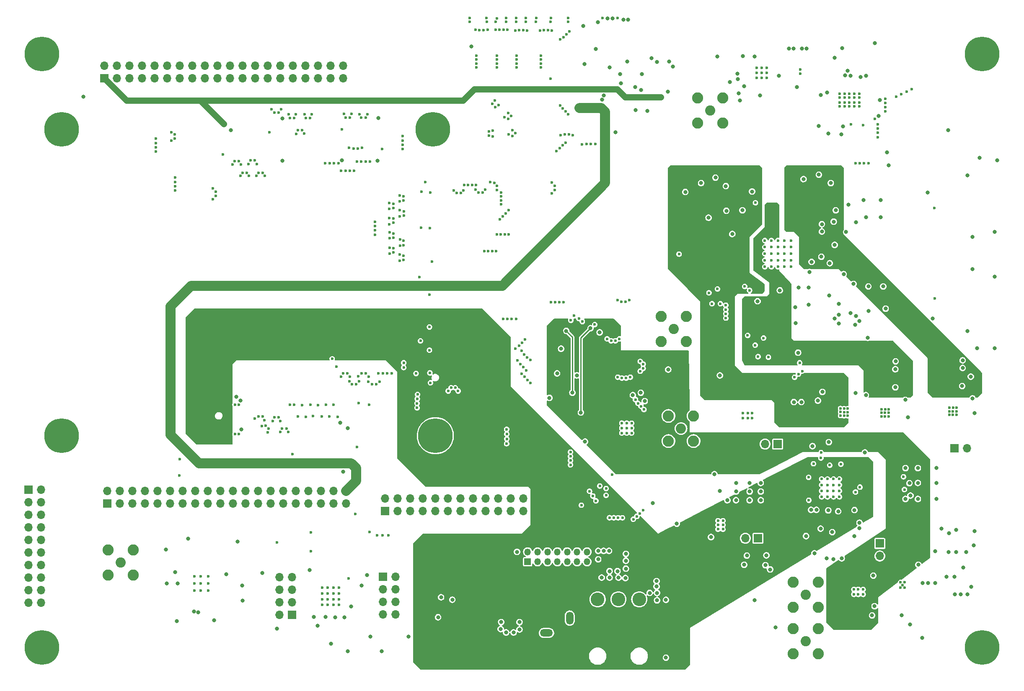
<source format=gbr>
%TF.GenerationSoftware,KiCad,Pcbnew,7.0.8-7.0.8~ubuntu22.04.1*%
%TF.CreationDate,2024-12-17T15:10:34+01:00*%
%TF.ProjectId,Bread70,42726561-6437-4302-9e6b-696361645f70,rev?*%
%TF.SameCoordinates,Original*%
%TF.FileFunction,Copper,L4,Inr*%
%TF.FilePolarity,Positive*%
%FSLAX46Y46*%
G04 Gerber Fmt 4.6, Leading zero omitted, Abs format (unit mm)*
G04 Created by KiCad (PCBNEW 7.0.8-7.0.8~ubuntu22.04.1) date 2024-12-17 15:10:34*
%MOMM*%
%LPD*%
G01*
G04 APERTURE LIST*
%TA.AperFunction,ComponentPad*%
%ADD10O,2.600000X1.500000*%
%TD*%
%TA.AperFunction,ComponentPad*%
%ADD11O,1.500000X2.600000*%
%TD*%
%TA.AperFunction,ComponentPad*%
%ADD12C,2.050000*%
%TD*%
%TA.AperFunction,ComponentPad*%
%ADD13C,2.250000*%
%TD*%
%TA.AperFunction,ComponentPad*%
%ADD14C,0.600000*%
%TD*%
%TA.AperFunction,ComponentPad*%
%ADD15C,0.800000*%
%TD*%
%TA.AperFunction,ComponentPad*%
%ADD16C,7.000000*%
%TD*%
%TA.AperFunction,ComponentPad*%
%ADD17R,1.700000X1.700000*%
%TD*%
%TA.AperFunction,ComponentPad*%
%ADD18O,1.700000X1.700000*%
%TD*%
%TA.AperFunction,ComponentPad*%
%ADD19R,2.750000X2.750000*%
%TD*%
%TA.AperFunction,ComponentPad*%
%ADD20C,2.750000*%
%TD*%
%TA.AperFunction,ComponentPad*%
%ADD21R,1.350000X1.350000*%
%TD*%
%TA.AperFunction,ComponentPad*%
%ADD22O,1.350000X1.350000*%
%TD*%
%TA.AperFunction,ViaPad*%
%ADD23C,0.600000*%
%TD*%
%TA.AperFunction,ViaPad*%
%ADD24C,0.800000*%
%TD*%
%TA.AperFunction,Conductor*%
%ADD25C,1.270000*%
%TD*%
%TA.AperFunction,Conductor*%
%ADD26C,0.250000*%
%TD*%
%TA.AperFunction,Conductor*%
%ADD27C,0.254000*%
%TD*%
%TA.AperFunction,Conductor*%
%ADD28C,2.032000*%
%TD*%
G04 APERTURE END LIST*
D10*
%TO.N,VDCIN*%
%TO.C,J21*%
X146950000Y-141100000D03*
%TO.N,GND*%
X146950000Y-147100000D03*
D11*
X151650000Y-144100000D03*
%TD*%
D12*
%TO.N,Net-(J11-In)*%
%TO.C,J11*%
X172680000Y-85580000D03*
D13*
%TO.N,GND*%
X170140000Y-83040000D03*
X170140000Y-88120000D03*
X175220000Y-83040000D03*
X175220000Y-88120000D03*
%TD*%
D14*
%TO.N,GND*%
%TO.C,U7*%
X196380001Y-67720003D03*
X195055001Y-67720003D03*
X193730001Y-67720003D03*
X192405001Y-67720003D03*
X191080001Y-67720003D03*
X196380001Y-69045003D03*
X195055001Y-69045003D03*
X193730001Y-69045003D03*
X192405001Y-69045003D03*
X191080001Y-69045003D03*
X196380001Y-70370003D03*
X195055001Y-70370003D03*
X193730001Y-70370003D03*
X192405001Y-70370003D03*
X191080001Y-70370003D03*
X196380001Y-71695003D03*
X195055001Y-71695003D03*
X193730001Y-71695003D03*
X192405001Y-71695003D03*
X191080001Y-71695003D03*
X196380001Y-73020003D03*
X195055001Y-73020003D03*
X193730001Y-73020003D03*
X192405001Y-73020003D03*
X191080001Y-73020003D03*
%TD*%
D12*
%TO.N,Net-(J19-In)*%
%TO.C,J19*%
X180000000Y-41400000D03*
D13*
%TO.N,GND*%
X182540000Y-38860000D03*
X177460000Y-38860000D03*
X182540000Y-43940000D03*
X177460000Y-43940000D03*
%TD*%
D15*
%TO.N,N/C*%
%TO.C,H7*%
X232375000Y-30000000D03*
X233143845Y-28143845D03*
X233143845Y-31856155D03*
X235000000Y-27375000D03*
D16*
X235000000Y-30000000D03*
D15*
X235000000Y-32625000D03*
X236856155Y-28143845D03*
X236856155Y-31856155D03*
X237625000Y-30000000D03*
%TD*%
D14*
%TO.N,GND*%
%TO.C,U21*%
X188520000Y-102662501D03*
X187650000Y-102662501D03*
X186662000Y-102662501D03*
X188520000Y-103662501D03*
X187650000Y-103662501D03*
X186662000Y-103662501D03*
%TD*%
D15*
%TO.N,N/C*%
%TO.C,H1*%
X46374999Y-45210001D03*
X47143844Y-43353846D03*
X47143844Y-47066156D03*
X48999999Y-42585001D03*
D16*
X48999999Y-45210001D03*
D15*
X48999999Y-47835001D03*
X50856154Y-43353846D03*
X50856154Y-47066156D03*
X51624999Y-45210001D03*
%TD*%
D17*
%TO.N,/Power/Switching/6V*%
%TO.C,JP1*%
X189700000Y-127950000D03*
D18*
%TO.N,/Power/LDO/6V*%
X187160000Y-127950000D03*
%TD*%
D15*
%TO.N,N/C*%
%TO.C,H4*%
X121874999Y-107210001D03*
X122643844Y-105353846D03*
X122643844Y-109066156D03*
X124499999Y-104585001D03*
D16*
X124499999Y-107210001D03*
D15*
X124499999Y-109835001D03*
X126356154Y-105353846D03*
X126356154Y-109066156D03*
X127124999Y-107210001D03*
%TD*%
%TO.N,N/C*%
%TO.C,H2*%
X121374999Y-45210001D03*
X122143844Y-43353846D03*
X122143844Y-47066156D03*
X123999999Y-42585001D03*
D16*
X123999999Y-45210001D03*
D15*
X123999999Y-47835001D03*
X125856154Y-43353846D03*
X125856154Y-47066156D03*
X126624999Y-45210001D03*
%TD*%
%TO.N,N/C*%
%TO.C,H6*%
X42375000Y-150000000D03*
X43143845Y-148143845D03*
X43143845Y-151856155D03*
X45000000Y-147375000D03*
D16*
X45000000Y-150000000D03*
D15*
X45000000Y-152625000D03*
X46856155Y-148143845D03*
X46856155Y-151856155D03*
X47625000Y-150000000D03*
%TD*%
D17*
%TO.N,/Adc_Dac/OUT3*%
%TO.C,J9*%
X113950000Y-135760001D03*
D18*
%TO.N,GND*%
X116490000Y-135760001D03*
%TO.N,/Adc_Dac/OUT2*%
X113950000Y-138300001D03*
%TO.N,GND*%
X116490000Y-138300001D03*
%TO.N,/Adc_Dac/OUT1*%
X113950000Y-140840001D03*
%TO.N,GND*%
X116490000Y-140840001D03*
%TO.N,/Adc_Dac/OUT0*%
X113950000Y-143380001D03*
%TO.N,GND*%
X116490000Y-143380001D03*
%TD*%
D17*
%TO.N,unconnected-(J23-Pin_1-Pad1)*%
%TO.C,J23*%
X114340000Y-122400000D03*
D18*
%TO.N,/MC3/B67_L21N*%
X114340000Y-119860000D03*
%TO.N,unconnected-(J23-Pin_3-Pad3)*%
X116880000Y-122400000D03*
%TO.N,/MC3/B67_L21P*%
X116880000Y-119860000D03*
%TO.N,/MC3/B67_L17P*%
X119420000Y-122400000D03*
%TO.N,/MC3/B67_L13GC_N*%
X119420000Y-119860000D03*
%TO.N,/MC3/B67_L17N*%
X121960000Y-122400000D03*
%TO.N,/MC3/B67_L13GC_P*%
X121960000Y-119860000D03*
%TO.N,/MC3/B67_L16P*%
X124500000Y-122400000D03*
%TO.N,/MC3/B67_L18N*%
X124500000Y-119860000D03*
%TO.N,/MC3/B67_L16N*%
X127040000Y-122400000D03*
%TO.N,/MC3/B67_L18P*%
X127040000Y-119860000D03*
%TO.N,/MC3/B67_L24P*%
X129580000Y-122400000D03*
%TO.N,/MC3/B67_L22N*%
X129580000Y-119860000D03*
%TO.N,/MC3/B67_L24N*%
X132120000Y-122400000D03*
%TO.N,/MC3/B67_L22P*%
X132120000Y-119860000D03*
%TO.N,/MC3/B67_L19P*%
X134660000Y-122400000D03*
%TO.N,/MC3/B67_L15N*%
X134660000Y-119860000D03*
%TO.N,/MC3/B67_L19N*%
X137200000Y-122400000D03*
%TO.N,/MC3/B67_L15P*%
X137200000Y-119860000D03*
%TO.N,/MC3/B67_L23P*%
X139740000Y-122400000D03*
%TO.N,/MC3/B67_L20N*%
X139740000Y-119860000D03*
%TO.N,/MC3/B67_L23N*%
X142280000Y-122400000D03*
%TO.N,/MC3/B67_L20P*%
X142280000Y-119860000D03*
%TD*%
D17*
%TO.N,/Power/Switching/3V*%
%TO.C,JP2*%
X193675000Y-108900000D03*
D18*
%TO.N,/Power/LDO/3V*%
X191135000Y-108900000D03*
%TD*%
D14*
%TO.N,GND*%
%TO.C,U11*%
X206177001Y-40538999D03*
X207177001Y-40538999D03*
X208177001Y-40538999D03*
X209177001Y-40538999D03*
X210177001Y-40538999D03*
X206177001Y-39788999D03*
X207177001Y-39788999D03*
X208177001Y-39788999D03*
X209177001Y-39788999D03*
X210177001Y-39788999D03*
X206177001Y-38788999D03*
X207177001Y-38788999D03*
X208177001Y-38788999D03*
X209177001Y-38788999D03*
X210177001Y-38788999D03*
X206177001Y-38038999D03*
X207177001Y-38038999D03*
X208177001Y-38038999D03*
X209177001Y-38038999D03*
X210177001Y-38038999D03*
%TD*%
D17*
%TO.N,/Power/Switching/3V8*%
%TO.C,JP3*%
X214300000Y-129000000D03*
D18*
%TO.N,/Power/LDO/3V8*%
X214300000Y-131540000D03*
%TD*%
D17*
%TO.N,/MC12/B87_HDGC_L6P*%
%TO.C,J1*%
X58220000Y-120940000D03*
D18*
%TO.N,/Adc_Dac/A.ERROR*%
X58220000Y-118400000D03*
%TO.N,/MC12/B87_HDGC_L6N*%
X60760000Y-120940000D03*
%TO.N,/Adc_Dac/A.CS*%
X60760000Y-118400000D03*
%TO.N,/MC12/B87_L10P*%
X63300000Y-120940000D03*
%TO.N,/Adc_Dac/A.SCLK*%
X63300000Y-118400000D03*
%TO.N,/MC12/B87_L10N*%
X65840000Y-120940000D03*
%TO.N,/Adc_Dac/A.DIN*%
X65840000Y-118400000D03*
%TO.N,/MC12/B87_HDGC_L7P*%
X68380000Y-120940000D03*
%TO.N,/Adc_Dac/A.DOUT*%
X68380000Y-118400000D03*
%TO.N,/MC12/B87_HDGC_L7N*%
X70920000Y-120940000D03*
%TO.N,/Adc_Dac/A.CLKIO*%
X70920000Y-118400000D03*
%TO.N,/MC12/B87_HDGC_L5P*%
X73460000Y-120940000D03*
%TO.N,/MC12/B86_HDGC_L7P*%
X73460000Y-118400000D03*
%TO.N,/MC12/B87_HDGC_L5N*%
X76000000Y-120940000D03*
%TO.N,/MC12/B86_HDGC_L7N*%
X76000000Y-118400000D03*
%TO.N,MISO_2*%
X78540000Y-120940000D03*
%TO.N,/MC12/B86_L10P*%
X78540000Y-118400000D03*
%TO.N,MOSI_2*%
X81080000Y-120940000D03*
%TO.N,/MC12/B86_L10N*%
X81080000Y-118400000D03*
%TO.N,SCLK_2*%
X83620000Y-120940000D03*
%TO.N,/MC12/B86_L2P*%
X83620000Y-118400000D03*
%TO.N,SCLK_1*%
X86160000Y-120940000D03*
%TO.N,/MC12/B86_L2N*%
X86160000Y-118400000D03*
%TO.N,MOSI_1*%
X88700000Y-120940000D03*
%TO.N,/MC12/B86_HDGC_L6P*%
X88700000Y-118400000D03*
%TO.N,MISO_1*%
X91240000Y-120940000D03*
%TO.N,/MC12/B86_HDGC_L6N*%
X91240000Y-118400000D03*
%TO.N,/CS_DA*%
X93780000Y-120940000D03*
%TO.N,/MC12/B86_HDGC_L5P*%
X93780000Y-118400000D03*
%TO.N,/CS_L*%
X96320000Y-120940000D03*
%TO.N,/MC12/B86_HDGC_L5N*%
X96320000Y-118400000D03*
%TO.N,/CS_AD*%
X98860000Y-120940000D03*
%TO.N,/MC12/B84_HDGC_L7P*%
X98860000Y-118400000D03*
%TO.N,/SSA*%
X101400000Y-120940000D03*
%TO.N,/MC12/B84_HDGC_L7N*%
X101400000Y-118400000D03*
%TO.N,/SSS*%
X103940000Y-120940000D03*
%TO.N,VIO3*%
X103940000Y-118400000D03*
%TO.N,SYNC_CLOCKCHIP*%
X106480000Y-120940000D03*
%TO.N,+3.3V*%
X106480000Y-118400000D03*
%TD*%
D14*
%TO.N,GND*%
%TO.C,U16*%
X214650000Y-103277500D03*
X215375000Y-103277500D03*
X216075000Y-103277500D03*
X214650000Y-102552500D03*
X215375000Y-102552500D03*
X216075000Y-102552500D03*
X214675000Y-101827500D03*
X215400000Y-101827500D03*
X216100000Y-101827500D03*
%TD*%
D12*
%TO.N,Net-(J18-In)*%
%TO.C,J18*%
X199340000Y-148749999D03*
D13*
%TO.N,GND*%
X201880000Y-151289999D03*
X201880000Y-146209999D03*
X196800000Y-151289999D03*
X196800000Y-146209999D03*
%TD*%
D14*
%TO.N,GND*%
%TO.C,U9*%
X78600000Y-138526250D03*
X78600000Y-137126250D03*
X78600000Y-135626250D03*
X77100000Y-138526250D03*
X77100000Y-137126250D03*
X77100000Y-135626250D03*
X75800000Y-138526250D03*
X75800000Y-137126250D03*
X75800000Y-135626250D03*
%TD*%
D17*
%TO.N,GND*%
%TO.C,J25*%
X42300000Y-118140000D03*
D18*
X44840000Y-118140000D03*
X42300000Y-120680000D03*
X44840000Y-120680000D03*
X42300000Y-123220000D03*
X44840000Y-123220000D03*
X42300000Y-125760000D03*
X44840000Y-125760000D03*
X42300000Y-128300000D03*
X44840000Y-128300000D03*
X42300000Y-130840000D03*
X44840000Y-130840000D03*
X42300000Y-133380000D03*
X44840000Y-133380000D03*
X42300000Y-135920000D03*
X44840000Y-135920000D03*
X42300000Y-138460000D03*
X44840000Y-138460000D03*
X42300000Y-141000000D03*
X44840000Y-141000000D03*
%TD*%
D15*
%TO.N,N/C*%
%TO.C,H8*%
X232375000Y-150000000D03*
X233143845Y-148143845D03*
X233143845Y-151856155D03*
X235000000Y-147375000D03*
D16*
X235000000Y-150000000D03*
D15*
X235000000Y-152625000D03*
X236856155Y-148143845D03*
X236856155Y-151856155D03*
X237625000Y-150000000D03*
%TD*%
D12*
%TO.N,Net-(J22-In)*%
%TO.C,J22*%
X199340000Y-139360000D03*
D13*
%TO.N,GND*%
X201880000Y-141900000D03*
X201880000Y-136820000D03*
X196800000Y-141900000D03*
X196800000Y-136820000D03*
%TD*%
D12*
%TO.N,Net-(J12-In)*%
%TO.C,J12*%
X174140000Y-105740000D03*
D13*
%TO.N,GND*%
X171600000Y-103200000D03*
X171600000Y-108280000D03*
X176680000Y-103200000D03*
X176680000Y-108280000D03*
%TD*%
D17*
%TO.N,VIO1*%
%TO.C,J2*%
X57591000Y-34931445D03*
D18*
%TO.N,+1.8V*%
X57591000Y-32391445D03*
%TO.N,GND*%
X60131000Y-34931445D03*
%TO.N,VREF1*%
X60131000Y-32391445D03*
%TO.N,/MC12/B64_L5P*%
X62671000Y-34931445D03*
%TO.N,/MC12/B64_L9P*%
X62671000Y-32391445D03*
%TO.N,/MC12/B64_L5N*%
X65211000Y-34931445D03*
%TO.N,/MC12/B64_L9N*%
X65211000Y-32391445D03*
%TO.N,/MC12/B64_L6P*%
X67751000Y-34931445D03*
%TO.N,/MC12/B64_L10P*%
X67751000Y-32391445D03*
%TO.N,/MC12/B64_L6N*%
X70291000Y-34931445D03*
%TO.N,/MC12/B64_L10N*%
X70291000Y-32391445D03*
%TO.N,/MC12/B64_L3P*%
X72831000Y-34931445D03*
%TO.N,GND*%
X72831000Y-32391445D03*
%TO.N,/MC12/B64_L3N*%
X75371000Y-34931445D03*
%TO.N,GND*%
X75371000Y-32391445D03*
%TO.N,/MC12/B64_L19P*%
X77911000Y-34931445D03*
%TO.N,GND*%
X77911000Y-32391445D03*
%TO.N,/MC12/B64_L19N*%
X80451000Y-34931445D03*
%TO.N,GND*%
X80451000Y-32391445D03*
%TO.N,/MC12/B64_L7P*%
X82991000Y-34931445D03*
%TO.N,/MC12/B64_T3U_N12*%
X82991000Y-32391445D03*
%TO.N,/MC12/B64_L7N*%
X85531000Y-34931445D03*
%TO.N,/MC12/B84_L1P*%
X85531000Y-32391445D03*
%TO.N,GND*%
X88071000Y-34931445D03*
%TO.N,/MC12/B84_L1N*%
X88071000Y-32391445D03*
%TO.N,GND*%
X90611000Y-34931445D03*
%TO.N,/MC12/B84_L9P*%
X90611000Y-32391445D03*
%TO.N,GND*%
X93151000Y-34931445D03*
%TO.N,/MC12/B84_L9N*%
X93151000Y-32391445D03*
%TO.N,GND*%
X95691000Y-34931445D03*
%TO.N,/MC12/B84_L3P*%
X95691000Y-32391445D03*
%TO.N,/MC12/B84_L4P*%
X98231000Y-34931445D03*
%TO.N,/MC12/B84_L3N*%
X98231000Y-32391445D03*
%TO.N,/MC12/B84_L4N*%
X100771000Y-34931445D03*
%TO.N,/MC12/B84_HDGC_L5P*%
X100771000Y-32391445D03*
%TO.N,/MC12/B84_L2P*%
X103311000Y-34931445D03*
%TO.N,/MC12/B84_HDGC_L5N*%
X103311000Y-32391445D03*
%TO.N,/MC12/B84_L2N*%
X105851000Y-34931445D03*
%TO.N,VIO2*%
X105851000Y-32391445D03*
%TD*%
D14*
%TO.N,GND*%
%TO.C,U25*%
X218500000Y-136860000D03*
X218500000Y-137910000D03*
X218900000Y-137385000D03*
X219300000Y-136860000D03*
X219300000Y-137910000D03*
%TD*%
%TO.N,GND*%
%TO.C,U20*%
X209080000Y-139287498D03*
X209950000Y-139287498D03*
X210938000Y-139287498D03*
X209080000Y-138287498D03*
X209950000Y-138287498D03*
X210938000Y-138287498D03*
%TD*%
D19*
%TO.N,VDCIN*%
%TO.C,J20*%
X165700000Y-144500000D03*
D20*
X161500000Y-144500000D03*
X157300000Y-144500000D03*
%TO.N,GND*%
X165700000Y-140300000D03*
X161500000Y-140300000D03*
X157300000Y-140300000D03*
%TD*%
D21*
%TO.N,GND*%
%TO.C,J3*%
X143150000Y-132700000D03*
D22*
%TO.N,+1.8V*%
X143150000Y-130700000D03*
%TO.N,GND*%
X145150000Y-132700000D03*
%TO.N,/MC12/JTAG_TMS*%
X145150000Y-130700000D03*
%TO.N,GND*%
X147150000Y-132700000D03*
%TO.N,/MC12/JTAG_TCK*%
X147150000Y-130700000D03*
%TO.N,GND*%
X149150000Y-132700000D03*
%TO.N,/MC12/JTAG_TDO*%
X149150000Y-130700000D03*
%TO.N,GND*%
X151150000Y-132700000D03*
%TO.N,/MC12/JTAG_TDI*%
X151150000Y-130700000D03*
%TO.N,GND*%
X153150000Y-132700000D03*
%TO.N,unconnected-(J3-Pin_12-Pad12)*%
X153150000Y-130700000D03*
%TO.N,GND*%
X155150000Y-132700000D03*
%TO.N,unconnected-(J3-Pin_14-Pad14)*%
X155150000Y-130700000D03*
%TD*%
D14*
%TO.N,GND*%
%TO.C,U13*%
X202550001Y-115960002D03*
X202550001Y-117160002D03*
X202550001Y-118360002D03*
X202550001Y-119560002D03*
X203750001Y-115960002D03*
X203750001Y-117160002D03*
X203750001Y-118360002D03*
X203750001Y-119560002D03*
X204950001Y-115960002D03*
X204950001Y-117160002D03*
X204950001Y-118360002D03*
X204950001Y-119560002D03*
X206150001Y-115960002D03*
X206150001Y-117160002D03*
X206150001Y-118360002D03*
X206150001Y-119560002D03*
%TD*%
D15*
%TO.N,N/C*%
%TO.C,H3*%
X46374999Y-107210001D03*
X47143844Y-105353846D03*
X47143844Y-109066156D03*
X48999999Y-104585001D03*
D16*
X48999999Y-107210001D03*
D15*
X48999999Y-109835001D03*
X50856154Y-105353846D03*
X50856154Y-109066156D03*
X51624999Y-107210001D03*
%TD*%
D17*
%TO.N,/Adc_Dac/OUT7*%
%TO.C,J15*%
X95540000Y-143460000D03*
D18*
%TO.N,GND*%
X93000000Y-143460000D03*
%TO.N,/Adc_Dac/OUT6*%
X95540000Y-140920000D03*
%TO.N,GND*%
X93000000Y-140920000D03*
%TO.N,/Adc_Dac/OUT5*%
X95540000Y-138380000D03*
%TO.N,GND*%
X93000000Y-138380000D03*
%TO.N,/Adc_Dac/OUT4*%
X95540000Y-135840000D03*
%TO.N,GND*%
X93000000Y-135840000D03*
%TD*%
D14*
%TO.N,GND*%
%TO.C,U6*%
X162181000Y-104656500D03*
X162181000Y-105656500D03*
X162181000Y-106656500D03*
X163181000Y-104656500D03*
X163181000Y-105656500D03*
X163181000Y-106656500D03*
X164181000Y-104656500D03*
X164181000Y-105656500D03*
X164181000Y-106656500D03*
%TD*%
D12*
%TO.N,/MC12/B87_HDGC_L6P*%
%TO.C,J6*%
X60900000Y-132850000D03*
D13*
%TO.N,GND*%
X58360000Y-130310000D03*
X58360000Y-135390000D03*
X63440000Y-130310000D03*
X63440000Y-135390000D03*
%TD*%
D14*
%TO.N,GND*%
%TO.C,U15*%
X228350000Y-102972500D03*
X229075000Y-102972500D03*
X229775000Y-102972500D03*
X228350000Y-102247500D03*
X229075000Y-102247500D03*
X229775000Y-102247500D03*
X228375000Y-101522500D03*
X229100000Y-101522500D03*
X229800000Y-101522500D03*
%TD*%
%TO.N,GND*%
%TO.C,U10*%
X189427003Y-32814000D03*
X189427003Y-33814000D03*
X189427003Y-34814000D03*
X190427003Y-32814000D03*
X190427003Y-33814000D03*
X190427003Y-34814000D03*
X191427003Y-32814000D03*
X191427003Y-33814000D03*
X191427003Y-34814000D03*
%TD*%
%TO.N,GND*%
%TO.C,U19*%
X181622500Y-124380000D03*
X181622500Y-125250000D03*
X181622500Y-126120000D03*
X182622500Y-124380000D03*
X182622500Y-125250000D03*
X182622500Y-126120000D03*
%TD*%
%TO.N,GND*%
%TO.C,U8*%
X105052500Y-141415000D03*
X105052500Y-140265000D03*
X105052500Y-139115000D03*
X105052500Y-137965000D03*
X103902500Y-141415000D03*
X103902500Y-140265000D03*
X103902500Y-139115000D03*
X103902500Y-137965000D03*
X102752500Y-141415000D03*
X102752500Y-140265000D03*
X102752500Y-139115000D03*
X102752500Y-137965000D03*
X101602500Y-141415000D03*
X101602500Y-140265000D03*
X101602500Y-139115000D03*
X101602500Y-137965000D03*
%TD*%
%TO.N,GND*%
%TO.C,U14*%
X207827500Y-103150000D03*
X207827500Y-102425000D03*
X207827500Y-101725000D03*
X207102500Y-103150000D03*
X207102500Y-102425000D03*
X207102500Y-101725000D03*
X206377500Y-103125000D03*
X206377500Y-102400000D03*
X206377500Y-101700000D03*
%TD*%
D17*
%TO.N,/Power/Switching/1V8*%
%TO.C,JP4*%
X229390001Y-109710000D03*
D18*
%TO.N,/Power/LDO/1V8*%
X231930001Y-109710000D03*
%TD*%
D15*
%TO.N,N/C*%
%TO.C,H5*%
X42375000Y-30000000D03*
X43143845Y-28143845D03*
X43143845Y-31856155D03*
X45000000Y-27375000D03*
D16*
X45000000Y-30000000D03*
D15*
X45000000Y-32625000D03*
X46856155Y-28143845D03*
X46856155Y-31856155D03*
X47625000Y-30000000D03*
%TD*%
D23*
%TO.N,+1.8V*%
X81600000Y-50300000D03*
D24*
%TO.N,GND*%
X222000000Y-120000000D03*
X157400000Y-132200000D03*
X225750000Y-113750000D03*
D23*
X136900000Y-30300000D03*
X143700000Y-91900000D03*
D24*
X220400000Y-145400000D03*
X158500000Y-130500000D03*
D23*
X108100000Y-53600000D03*
D24*
X159700000Y-135900000D03*
X212000000Y-82000000D03*
X234000000Y-89500000D03*
X181100000Y-55000000D03*
D23*
X144861642Y-22660805D03*
D24*
X153100000Y-95000000D03*
X233500000Y-126500000D03*
D23*
X132800000Y-32700000D03*
X212000000Y-52100000D03*
X136100000Y-45500000D03*
D24*
X222000000Y-113750000D03*
X208000000Y-60500000D03*
D23*
X111100000Y-100900000D03*
X138200000Y-83600000D03*
X180388999Y-80500000D03*
D24*
X199499503Y-28900000D03*
D23*
X117900000Y-46600000D03*
D24*
X171100000Y-140400000D03*
X217500000Y-92150000D03*
D23*
X139050000Y-25100000D03*
X90600000Y-106550000D03*
D24*
X211500000Y-63000000D03*
D23*
X88350000Y-54650000D03*
X134400000Y-69900000D03*
D24*
X156900000Y-29000000D03*
D23*
X130200000Y-57600000D03*
D24*
X175000000Y-57900000D03*
X93600000Y-43000000D03*
D23*
X121500000Y-88000000D03*
X140650000Y-25200000D03*
X107550000Y-42100000D03*
X141900000Y-90050000D03*
D24*
X206700000Y-28800000D03*
X179700000Y-63100000D03*
D23*
X138800000Y-23500000D03*
X159200000Y-87600000D03*
D24*
X85300000Y-105900000D03*
X169300000Y-140500000D03*
X167300000Y-41500000D03*
D23*
X109675000Y-48950000D03*
X136100000Y-46700000D03*
D24*
X140300000Y-147000000D03*
D23*
X123300000Y-89900000D03*
D24*
X233000000Y-73500000D03*
X185250000Y-120250000D03*
X164400000Y-99000000D03*
X233050000Y-99650000D03*
D23*
X140700000Y-89550000D03*
D24*
X226750000Y-126000000D03*
D23*
X134600000Y-57400000D03*
X143050000Y-25200000D03*
X136500000Y-39400000D03*
D24*
X217450000Y-97400000D03*
X209500000Y-64000000D03*
D23*
X136650000Y-25100000D03*
X85150000Y-54650000D03*
X95100000Y-100900000D03*
X191800000Y-91300000D03*
X108950000Y-95200000D03*
D24*
X209200000Y-127500000D03*
D23*
X110750000Y-42200000D03*
X95600000Y-110900000D03*
X147800000Y-23500000D03*
X151550000Y-25450000D03*
X123300000Y-78700000D03*
X93150000Y-106450000D03*
D24*
X186550000Y-61600000D03*
X204700000Y-126700000D03*
X83200000Y-45400000D03*
X183500000Y-120250000D03*
X205200000Y-83500000D03*
D23*
X71150000Y-45850000D03*
X158300000Y-22693502D03*
D24*
X112800000Y-51600000D03*
D23*
X189120000Y-88886000D03*
D24*
X204400000Y-56100000D03*
X220000000Y-103450000D03*
D23*
X111000000Y-95250000D03*
X102250000Y-52100000D03*
D24*
X188000000Y-120250000D03*
D23*
X83550000Y-52300000D03*
D24*
X137800000Y-144900000D03*
D23*
X152300000Y-46400000D03*
D24*
X237500000Y-66000000D03*
X198450000Y-100400000D03*
D23*
X115200000Y-64400000D03*
D24*
X225750000Y-116750000D03*
D23*
X108650000Y-51750000D03*
X115200000Y-61300000D03*
X88000000Y-103750000D03*
X215400000Y-39050000D03*
D24*
X169200000Y-136600000D03*
X154750000Y-108400000D03*
D23*
X107200000Y-95300000D03*
X112300000Y-66550000D03*
D24*
X84300000Y-99300000D03*
D23*
X84000000Y-106900000D03*
D24*
X199400000Y-127500000D03*
X220500000Y-119300000D03*
X147550000Y-99550000D03*
D23*
X136900000Y-66500000D03*
D24*
X171551500Y-93820000D03*
D23*
X147900000Y-80200000D03*
X105600000Y-45200000D03*
X149000000Y-49600000D03*
X148050000Y-25200000D03*
X140857383Y-22676716D03*
X109150000Y-42200000D03*
X68000000Y-49750000D03*
D24*
X190250000Y-116750000D03*
D23*
X115250000Y-70350000D03*
X117300000Y-70550000D03*
D24*
X233000000Y-67000000D03*
D23*
X215400000Y-41550000D03*
X117300000Y-62800000D03*
D24*
X173300000Y-125000000D03*
X217450000Y-93750000D03*
X202600000Y-64400000D03*
D23*
X131400000Y-22693502D03*
D24*
X214500000Y-63000000D03*
D23*
X98050000Y-42200000D03*
X187600000Y-86900000D03*
D24*
X219450000Y-99950000D03*
X186900000Y-133300000D03*
X211300000Y-110600000D03*
X180200000Y-127700000D03*
D23*
X140900000Y-30300000D03*
X209400000Y-52100000D03*
X104900000Y-52100000D03*
D24*
X230950000Y-97150000D03*
D23*
X121700000Y-57800000D03*
D24*
X141500000Y-146400000D03*
D23*
X111300000Y-51750000D03*
D24*
X232000000Y-86000000D03*
D23*
X94850000Y-42200000D03*
X149750000Y-27050000D03*
D24*
X166100000Y-37300000D03*
D23*
X140800000Y-23500000D03*
X149700000Y-40400000D03*
X199950000Y-120250000D03*
X117900000Y-49200000D03*
X90000000Y-54650000D03*
X84000000Y-100900000D03*
D24*
X167800000Y-139000000D03*
D23*
X187000000Y-77000000D03*
X140100000Y-45350000D03*
D24*
X72250000Y-144700000D03*
D23*
X94800000Y-106450000D03*
X134850470Y-22674811D03*
X131400000Y-23500000D03*
X98000000Y-46100000D03*
D24*
X232000000Y-54500000D03*
D23*
X150400000Y-80200000D03*
D24*
X197800000Y-90400000D03*
X93600000Y-51600000D03*
D23*
X148000000Y-58200000D03*
D24*
X220300000Y-116800000D03*
D23*
X117300000Y-58600000D03*
D24*
X225500000Y-130600000D03*
X193200000Y-146000000D03*
D23*
X107000000Y-136100000D03*
D24*
X213000000Y-135500000D03*
D23*
X123400000Y-65200000D03*
D24*
X159600000Y-130500000D03*
D23*
X85200000Y-52300000D03*
X71900000Y-54950000D03*
D24*
X219500000Y-120000000D03*
D23*
X122500000Y-55900000D03*
X140800000Y-83600000D03*
D24*
X92500000Y-146200000D03*
X113000000Y-42900000D03*
X166800000Y-100200000D03*
D23*
X109000000Y-100600000D03*
D24*
X185775000Y-37900000D03*
X190250000Y-118500000D03*
X157700000Y-86300000D03*
X201800000Y-100100000D03*
D23*
X136800000Y-69900000D03*
X136700000Y-23500000D03*
D24*
X163000000Y-132500000D03*
X171700000Y-31500000D03*
D23*
X151800000Y-113100000D03*
X117350000Y-68800000D03*
X164950000Y-99900000D03*
X89950000Y-104050000D03*
D24*
X160900000Y-45800000D03*
D23*
X165900000Y-92150000D03*
D24*
X206500000Y-46200000D03*
X231050000Y-93500000D03*
D23*
X96400000Y-46150000D03*
D24*
X213250000Y-141700000D03*
X149100000Y-94600000D03*
X158100000Y-135900000D03*
D23*
X105400000Y-95300000D03*
X139300000Y-46200000D03*
X121300000Y-75100000D03*
X93200000Y-104200000D03*
X112950000Y-94550000D03*
D24*
X209200000Y-122250000D03*
D23*
X151300000Y-23500000D03*
X161300000Y-22700000D03*
D24*
X149900000Y-89600000D03*
X202700000Y-98350000D03*
X229750000Y-126250000D03*
D23*
X79500000Y-57200000D03*
D24*
X191400000Y-131400000D03*
D23*
X88400000Y-52250000D03*
X139300000Y-66500000D03*
D24*
X203600000Y-132000000D03*
X232700000Y-95250000D03*
D23*
X199924500Y-115600000D03*
X91350000Y-41200000D03*
X149800000Y-46400000D03*
X117300000Y-71800000D03*
D24*
X206000000Y-80500000D03*
D23*
X181500000Y-77500000D03*
X144800000Y-23500000D03*
D24*
X85100000Y-100100000D03*
D23*
X115200000Y-63200000D03*
X159700000Y-123800000D03*
D24*
X215000000Y-77000000D03*
X161300000Y-134600000D03*
X154606572Y-32020500D03*
X169300000Y-139000000D03*
D23*
X117300000Y-61600000D03*
X86800000Y-54650000D03*
D24*
X202500000Y-71000000D03*
D23*
X135600000Y-55900000D03*
X136900000Y-57500000D03*
X137300000Y-40300000D03*
X127100000Y-98150000D03*
D24*
X209450000Y-98600000D03*
X105600000Y-51500000D03*
D23*
X182088999Y-80500000D03*
D24*
X237500000Y-75000000D03*
D23*
X190820000Y-87436000D03*
X136900000Y-22750000D03*
D24*
X141500000Y-144900000D03*
X72400000Y-137100000D03*
D23*
X151300000Y-22700000D03*
X136900000Y-32700000D03*
D24*
X79750000Y-144550000D03*
X209000000Y-76500000D03*
D23*
X135100000Y-25100000D03*
X79500000Y-59400000D03*
X107025000Y-48950000D03*
D24*
X189000000Y-140500000D03*
X215500000Y-81500000D03*
D23*
X117300000Y-59800000D03*
D24*
X231050000Y-91950000D03*
D23*
X166475000Y-122300000D03*
D24*
X210200000Y-124800000D03*
D23*
X166650000Y-101900000D03*
D24*
X158500000Y-38400000D03*
D23*
X137800000Y-58000000D03*
X121600000Y-65100000D03*
D24*
X196950000Y-100400000D03*
X185250000Y-118500000D03*
D23*
X138450000Y-42750000D03*
X123300000Y-85200000D03*
X143700000Y-96550000D03*
D24*
X231200000Y-133900000D03*
X163000000Y-134100000D03*
X234500000Y-51000000D03*
D23*
X142900000Y-93950000D03*
X154100000Y-48250000D03*
X156800000Y-48200000D03*
X188000000Y-77800000D03*
X130300000Y-56500000D03*
D24*
X219500000Y-113750000D03*
D23*
X132700000Y-56500000D03*
X105450000Y-53600000D03*
X164500000Y-124100000D03*
D24*
X206600000Y-132000000D03*
D23*
X123800000Y-72000000D03*
X117350000Y-67500000D03*
X213300000Y-43100000D03*
D24*
X186047998Y-39385998D03*
X218700000Y-143500000D03*
D23*
X123400000Y-94500000D03*
X93350000Y-41200000D03*
D24*
X237500000Y-89500000D03*
D23*
X202450000Y-110600000D03*
D24*
X85450000Y-137500000D03*
X188000000Y-116750000D03*
D23*
X86750000Y-52250000D03*
D24*
X141000000Y-130700000D03*
X166199999Y-34055000D03*
D23*
X123500000Y-96500000D03*
D24*
X70250000Y-137100000D03*
X162000000Y-35900000D03*
X229400000Y-135700000D03*
D23*
X163700000Y-79750000D03*
X129100000Y-98150000D03*
X109050000Y-96150000D03*
X183200000Y-80800000D03*
X141900000Y-94650000D03*
X107100000Y-96200000D03*
D24*
X161500000Y-135900000D03*
X169200000Y-137700000D03*
X166020000Y-98520000D03*
X210200000Y-84000000D03*
X207500000Y-66000000D03*
X184500000Y-66400000D03*
X222100000Y-133300000D03*
X183300000Y-61700000D03*
D23*
X141100000Y-92000000D03*
D24*
X211000000Y-59500000D03*
D23*
X96300000Y-42200000D03*
X151350000Y-42150000D03*
X115250000Y-66050000D03*
X148000000Y-56000000D03*
X213900000Y-46800000D03*
X139250000Y-41900000D03*
X165900000Y-94150000D03*
D24*
X138800000Y-147000000D03*
D23*
X84800000Y-106900000D03*
D24*
X210200000Y-125900000D03*
X214500000Y-59500000D03*
X227800000Y-135700000D03*
X85550000Y-140550000D03*
D23*
X138798137Y-22680358D03*
X145800000Y-30300000D03*
D24*
X204000000Y-108500000D03*
X190250000Y-120250000D03*
D23*
X151800000Y-110500000D03*
D24*
X159700000Y-134600000D03*
D23*
X142800000Y-23500000D03*
D24*
X178200000Y-56100000D03*
D23*
X115650000Y-94550000D03*
X145650000Y-25200000D03*
X142650000Y-87750000D03*
X112300000Y-63900000D03*
X147850470Y-22674811D03*
D24*
X207000000Y-74500000D03*
D23*
X213900000Y-44200000D03*
D24*
X225750000Y-120000000D03*
X228300000Y-126900000D03*
D23*
X163900000Y-95350000D03*
D24*
X202000000Y-54400000D03*
X195952508Y-28901443D03*
X212000000Y-77000000D03*
D23*
X179788999Y-78300000D03*
D24*
X202350000Y-126000000D03*
X228100000Y-45400000D03*
X159700000Y-32700000D03*
D23*
X68000000Y-47050000D03*
D24*
X157400000Y-130500000D03*
D23*
X142798137Y-22680358D03*
X84800000Y-100900000D03*
D24*
X201950000Y-44550000D03*
X208400000Y-82400000D03*
X233500000Y-102600000D03*
X200700000Y-109300000D03*
X185250000Y-116750000D03*
X205400000Y-61600000D03*
X110700000Y-135400000D03*
X197300000Y-84400000D03*
X171100000Y-152100000D03*
X211500000Y-99000000D03*
X75728500Y-142785282D03*
D23*
X99500000Y-42200000D03*
X145800000Y-32700000D03*
X132800000Y-30300000D03*
X132600000Y-57400000D03*
X134900000Y-23500000D03*
X115200000Y-60100000D03*
X137500000Y-63400000D03*
D24*
X238000000Y-51500000D03*
D23*
X108700000Y-109500000D03*
X115250000Y-69150000D03*
D24*
X198900000Y-55300000D03*
D23*
X123500000Y-58000000D03*
X140900000Y-32700000D03*
X139300000Y-61600000D03*
D24*
X161800000Y-34050000D03*
D23*
X150800000Y-47900000D03*
D24*
X171500000Y-37600000D03*
X199900000Y-80700000D03*
D23*
X161700000Y-87600000D03*
X137800000Y-60400000D03*
X71150000Y-47550000D03*
D24*
X158200000Y-39200000D03*
X76600000Y-142900000D03*
X212750000Y-143550000D03*
X163000000Y-131100000D03*
X70050000Y-130250000D03*
X222000000Y-116750000D03*
D23*
X106000000Y-42100000D03*
X120600000Y-94600000D03*
D24*
X127925000Y-140375000D03*
D23*
X183200000Y-83400000D03*
X91600000Y-104200000D03*
X110950000Y-96250000D03*
X189700000Y-91200000D03*
X161350000Y-95350000D03*
X115250000Y-67250000D03*
X89400000Y-105250000D03*
D24*
X162900000Y-136000000D03*
D23*
X173750000Y-70450000D03*
X113250000Y-96250000D03*
D24*
X192150000Y-134250000D03*
D23*
X161350000Y-79750000D03*
D24*
X213300000Y-27750000D03*
D23*
X71900000Y-57600000D03*
X132600000Y-25100000D03*
D24*
X183200000Y-56700000D03*
D23*
X162300000Y-123800000D03*
D24*
X188000000Y-118500000D03*
X184000000Y-35650000D03*
D23*
X128200000Y-57600000D03*
D24*
X182000000Y-118400000D03*
X137700000Y-146300000D03*
%TO.N,/PCIe/+3.3V_PCIE_C*%
X157335000Y-23535000D03*
%TO.N,VIO1*%
X156800000Y-37100000D03*
X81700000Y-44100000D03*
X164100000Y-38711296D03*
X166600000Y-38711296D03*
X170022398Y-38711296D03*
D23*
%TO.N,PCIE_CLK_N*%
X148600000Y-56675000D03*
X150199479Y-40999479D03*
%TO.N,/PCIe/PCIE_REFCLK_N*%
X150398570Y-26602594D03*
%TO.N,PCIE_CLK_P*%
X150800521Y-41600521D03*
X148600000Y-57525000D03*
%TO.N,/PCIe/PCIE_REFCLK_P*%
X151000521Y-25999479D03*
%TO.N,/PCIe/PCIE_C_RX0P*%
X147260000Y-25168000D03*
%TO.N,225_MGTTX3_P*%
X145800000Y-31925000D03*
X118050488Y-70785001D03*
%TO.N,225_MGTTX1_P*%
X118082733Y-67785001D03*
X136900000Y-31925000D03*
%TO.N,/PCIe/PCIE_C_RX1P*%
X142260000Y-25163383D03*
%TO.N,225_MGTTX2_P*%
X140900000Y-31925000D03*
X116000000Y-69285001D03*
%TO.N,225_MGTTX0_P*%
X116000000Y-66285001D03*
X132800000Y-31925000D03*
%TO.N,/PCIe/PCIE_C_RX0N*%
X146410000Y-25168000D03*
%TO.N,225_MGTTX3_N*%
X118050488Y-71635001D03*
X145800000Y-31075000D03*
%TO.N,225_MGTTX1_N*%
X118082733Y-68635001D03*
X136900000Y-31075000D03*
%TO.N,/PCIe/PCIE_C_RX1N*%
X141410000Y-25163383D03*
%TO.N,225_MGTTX2_N*%
X116000000Y-70135001D03*
X140900000Y-31075000D03*
%TO.N,/PCIe/PCIE_C_RX2P*%
X138260000Y-25099412D03*
%TO.N,225_MGTTX0_N*%
X132800000Y-31075000D03*
X116000000Y-67135001D03*
D24*
%TO.N,/Tdc/DVDD18*%
X152200000Y-98500000D03*
X150948521Y-86001087D03*
%TO.N,/Tdc/TVDD18*%
X155855239Y-85457681D03*
X153900000Y-102500000D03*
D23*
%TO.N,/MC12/CLK+*%
X91944999Y-41800000D03*
X151800000Y-111376500D03*
%TO.N,/MC12/CLK-*%
X92794999Y-41800000D03*
X151800000Y-112226500D03*
%TO.N,/AD9152/DVDD12_SERDES*%
X186900000Y-68093503D03*
D24*
X198500000Y-104400000D03*
D23*
X187252500Y-69723459D03*
X180200000Y-77280003D03*
D24*
X202100000Y-104400000D03*
D23*
X187252500Y-71087287D03*
D24*
X182200000Y-62200000D03*
D23*
X184800000Y-74300000D03*
D24*
X200300000Y-104400000D03*
D23*
X179788999Y-79600000D03*
X190300000Y-63600000D03*
D24*
X178500000Y-57100000D03*
X203700000Y-104400000D03*
X182800000Y-57800000D03*
D23*
X182400000Y-78380003D03*
D24*
X185003072Y-67256718D03*
X178900000Y-55200000D03*
D23*
X186920000Y-72680003D03*
D24*
X196949999Y-104365000D03*
X182900000Y-55600000D03*
D23*
X181288999Y-80900000D03*
D24*
X188900000Y-61676500D03*
X184800000Y-61700000D03*
X174900000Y-63300000D03*
D23*
X189400000Y-77200000D03*
%TO.N,224_MGTTX0_P*%
X137800000Y-58785001D03*
X118089721Y-58785001D03*
%TO.N,224_MGTTX0_N*%
X137800000Y-59635001D03*
X118089721Y-59635001D03*
%TO.N,224_MGTTX1_P*%
X116000000Y-60285001D03*
X138700521Y-62199479D03*
%TO.N,224_MGTTX1_N*%
X116000000Y-61135001D03*
X138099479Y-62800521D03*
%TO.N,224_MGTTX3_P*%
X136025000Y-69900000D03*
X116000000Y-63285001D03*
%TO.N,224_MGTTX3_N*%
X135175000Y-69900000D03*
X116000000Y-64135001D03*
%TO.N,224_MGTTX2_P*%
X118129070Y-61785001D03*
X138525000Y-66500000D03*
%TO.N,224_MGTTX2_N*%
X118129070Y-62635001D03*
X137675000Y-66500000D03*
D24*
%TO.N,/AD9152/AVDD33*%
X200520000Y-72037503D03*
X231750000Y-130750000D03*
X224000000Y-58000000D03*
X209300000Y-84800000D03*
X229750000Y-130750000D03*
X211898999Y-87369996D03*
X205200000Y-68600000D03*
X206000000Y-82700000D03*
X204100000Y-78800000D03*
X225000000Y-83500000D03*
X209500000Y-83000000D03*
X206000000Y-84500000D03*
X233300000Y-129400000D03*
X202600000Y-65900000D03*
X200100000Y-74100000D03*
X228250000Y-130750000D03*
X204200000Y-72300000D03*
X205000000Y-63900000D03*
D23*
%TO.N,Net-(C54-Pad2)*%
X225300000Y-61170000D03*
%TO.N,Net-(C55-Pad2)*%
X225447502Y-79410000D03*
D24*
%TO.N,/AD9152/DVDD12*%
X213250000Y-93750000D03*
D23*
X190753845Y-91098599D03*
D24*
X213250000Y-92250000D03*
D23*
X193520000Y-77030003D03*
D24*
X213250000Y-95750000D03*
D23*
X190176500Y-88103459D03*
X192300000Y-90400000D03*
D24*
X192200000Y-82400000D03*
D23*
X191600000Y-88100000D03*
X191800000Y-64000000D03*
D24*
X213250000Y-97500000D03*
D23*
X189370000Y-90136000D03*
D24*
X190500000Y-83300000D03*
%TO.N,/AD9152/DVDD12_CLK*%
X226800000Y-95400000D03*
X226800000Y-93500000D03*
X198200000Y-65200000D03*
X226800000Y-98700000D03*
X203644679Y-55349503D03*
X200234769Y-70865426D03*
X198429999Y-63420001D03*
X199000000Y-56300000D03*
X202700000Y-57000000D03*
X199300000Y-66300000D03*
X226800000Y-91800000D03*
X226800000Y-97100000D03*
X201300000Y-59400000D03*
D23*
X195450000Y-63750000D03*
D24*
X199800000Y-54700000D03*
%TO.N,/Adc_Dac/VCC*%
X111400000Y-147800000D03*
X99940000Y-143880001D03*
X107489810Y-141730499D03*
%TO.N,/Adc_Dac/DA_VSS*%
X100700000Y-145650000D03*
X106110529Y-143907417D03*
X106800000Y-150800000D03*
%TO.N,Net-(U8-REFCMP)*%
X102270000Y-143840000D03*
%TO.N,Net-(U9-REGCAPA)*%
X82220000Y-135246250D03*
%TO.N,Net-(U9-REGCAPD)*%
X71900000Y-134800000D03*
%TO.N,/Clocks/CP*%
X203627001Y-37739000D03*
X207827001Y-33338999D03*
%TO.N,/Clocks/VCC25*%
X182000000Y-95000000D03*
X186900000Y-36500000D03*
X181500000Y-30500000D03*
X189000000Y-30500000D03*
X193877002Y-34393500D03*
X186627003Y-30400000D03*
%TO.N,Net-(U10-IN0_N)*%
X190100000Y-38400000D03*
%TO.N,Net-(U11-BB)*%
X210427001Y-34639000D03*
%TO.N,Net-(U11-CMa)*%
X208400000Y-34350000D03*
%TO.N,Net-(U11-BVCO)*%
X207300000Y-34300000D03*
%TO.N,VDCIN*%
X80600000Y-99000000D03*
X81800000Y-99000000D03*
D23*
X208200000Y-125200000D03*
X206600000Y-125300000D03*
X207400000Y-125300000D03*
D24*
X209500000Y-112000000D03*
X141600000Y-141100000D03*
X80600000Y-106900000D03*
X165200000Y-133200000D03*
X168000000Y-134800000D03*
D23*
X196700000Y-119200000D03*
X195700000Y-117200000D03*
D24*
X81800000Y-100500000D03*
X136427380Y-140625000D03*
X169400000Y-130700000D03*
X168000000Y-130600000D03*
D23*
X194900000Y-118200000D03*
D24*
X165200000Y-130700000D03*
X169000000Y-143300000D03*
X210000000Y-113200000D03*
X83000000Y-100500000D03*
X80600000Y-100500000D03*
D23*
X194900000Y-119200000D03*
D24*
X171900000Y-144800000D03*
D23*
X208200000Y-124400000D03*
D24*
X81800000Y-106934000D03*
X169500000Y-134900000D03*
X169700000Y-146500000D03*
X83000000Y-99000000D03*
X138000000Y-141000000D03*
X208500000Y-112000000D03*
X171900000Y-133000000D03*
X171100000Y-134300000D03*
X138000000Y-139700000D03*
X170500000Y-144800000D03*
X139800000Y-139700000D03*
X166600000Y-134700000D03*
X172600000Y-146500000D03*
D23*
X210000000Y-114100000D03*
D24*
X171100000Y-130700000D03*
D23*
X196700000Y-118200000D03*
D24*
X81200000Y-101800000D03*
X173300000Y-144800000D03*
X207500000Y-112000000D03*
D23*
X195700000Y-118200000D03*
D24*
X81800000Y-105664000D03*
D23*
X194900000Y-117200000D03*
X206600000Y-124400000D03*
D24*
X83058000Y-106934000D03*
D23*
X207400000Y-124400000D03*
D24*
X83058000Y-105664000D03*
X166400000Y-130700000D03*
X165200000Y-132000000D03*
X141500000Y-139800000D03*
X165200000Y-134600000D03*
D23*
X196700000Y-117200000D03*
D24*
X81026000Y-107950000D03*
X210500000Y-112000000D03*
X171900000Y-131600000D03*
D23*
X195700000Y-119200000D03*
D24*
X80600000Y-105700000D03*
X173300000Y-143200000D03*
D23*
%TO.N,/Power/Switching/VDD*%
X204193863Y-113149443D03*
%TO.N,/Power/Switching/VREG*%
X202400000Y-111700000D03*
X206450000Y-112950000D03*
X200912991Y-112865511D03*
D24*
X201499861Y-122202422D03*
X205900000Y-122500000D03*
%TO.N,/Power/Switching/-10.5V*%
X125050000Y-143925000D03*
X113650000Y-150775000D03*
%TO.N,/Power/Switching/10.5V*%
X125650000Y-139875000D03*
X119050000Y-147875000D03*
%TO.N,/Power/LDO/6V*%
X187450000Y-131450000D03*
X191200000Y-133400000D03*
D23*
%TO.N,/Clocks/FPGA_FREE_N*%
X215400000Y-40713999D03*
X150200521Y-48449479D03*
%TO.N,/Clocks/FPGA10_P*%
X198200000Y-33989000D03*
X155025000Y-48200000D03*
%TO.N,/Clocks/FPGA_FREE_P*%
X149599479Y-49050521D03*
X215400000Y-39863999D03*
%TO.N,/Clocks/FPGA10_N*%
X198200000Y-33139000D03*
X155875000Y-48200000D03*
%TO.N,/Clocks/FPGA_SYSREF_P*%
X151475000Y-46200000D03*
X213900000Y-45075000D03*
%TO.N,/Clocks/FPGA_SYSREF_N*%
X150625000Y-46200000D03*
X213900000Y-45925000D03*
%TO.N,/CS_DA*%
X99314000Y-130556000D03*
X100800000Y-101000000D03*
X99314000Y-126746000D03*
%TO.N,/SSA*%
X157734000Y-117364000D03*
X154200000Y-84100000D03*
X103111240Y-103311240D03*
%TO.N,SYNC_CLOCKCHIP*%
X104750000Y-103350000D03*
X104550000Y-93200000D03*
D24*
%TO.N,+3.3V*%
X158850000Y-41400000D03*
X153650000Y-40900000D03*
D23*
%TO.N,/MC12/B87_L10P*%
X90199479Y-105199479D03*
%TO.N,/MC12/B87_L10N*%
X90800521Y-105800521D03*
%TO.N,/Adc_Dac/A.CLKIO*%
X72850000Y-111950000D03*
X72800000Y-115250000D03*
D24*
%TO.N,VIO3*%
X105900000Y-114500000D03*
X105300000Y-104600000D03*
D23*
%TO.N,/MC12/B64_L9P*%
X68000000Y-48825000D03*
%TO.N,/MC12/B64_L9N*%
X68000000Y-47975000D03*
%TO.N,/MC12/B84_L1P*%
X106344999Y-53600000D03*
%TO.N,/MC12/B64_L10P*%
X71800000Y-47125000D03*
%TO.N,/MC12/B84_L1N*%
X107194999Y-53600000D03*
%TO.N,/MC12/B64_L10N*%
X71800000Y-46275000D03*
%TO.N,/MC12/B84_L9P*%
X107944999Y-49118389D03*
%TO.N,/MC12/B84_L9N*%
X108794999Y-49118389D03*
%TO.N,/MC12/B84_L3P*%
X109544999Y-51733890D03*
%TO.N,/MC12/B84_L3N*%
X110394999Y-51733890D03*
%TO.N,VIO2*%
X113700000Y-49200000D03*
%TO.N,/MC12/JTAG_TMS*%
X112750000Y-127350000D03*
%TO.N,/MC12/JTAG_TCK*%
X115000000Y-127350000D03*
D24*
%TO.N,/MC12/JTAG_TDO*%
X106800000Y-105700000D03*
D23*
X111200000Y-126700000D03*
X108350000Y-123000000D03*
%TO.N,/MC12/JTAG_TDI*%
X113850000Y-127350000D03*
%TO.N,/MC12/~{RST}*%
X138900000Y-105900000D03*
X120900000Y-98850000D03*
%TO.N,/MC12/INT_CB*%
X120850000Y-99750000D03*
X138950000Y-106850000D03*
%TO.N,/MC12/LOL*%
X138950000Y-107850000D03*
X120800000Y-100650000D03*
%TO.N,/Tdc/INTERRUPT*%
X160200000Y-115100000D03*
X156700000Y-84700000D03*
X120800000Y-101550000D03*
X138900000Y-108800000D03*
%TO.N,/MC12/FRAMEAP*%
X141399479Y-89000521D03*
X88744999Y-54000000D03*
%TO.N,/MC12/FRAMEAN*%
X142000521Y-88399479D03*
X89594999Y-54000000D03*
%TO.N,/MC12/SDOAP*%
X87144999Y-51507029D03*
X143000521Y-91400521D03*
%TO.N,/MC12/SDOAN*%
X87994999Y-51507029D03*
X142399479Y-90799479D03*
%TO.N,/MC12/FRAMEBP*%
X85544999Y-54000000D03*
X142300521Y-93300521D03*
%TO.N,/MC12/FRAMEBN*%
X141699479Y-92699479D03*
X86394999Y-54000000D03*
%TO.N,/MC12/SDOBP*%
X83944999Y-51647672D03*
X143100521Y-95900521D03*
%TO.N,/MC12/SDOBN*%
X84794999Y-51647672D03*
X142499479Y-95299479D03*
%TO.N,/MC12/RSTIDXP*%
X95144999Y-42895861D03*
X162950000Y-80100000D03*
%TO.N,/MC12/B64_L21P*%
X160575000Y-123800000D03*
X71900000Y-55875000D03*
%TO.N,/MC12/RSTIDXN*%
X95994999Y-42895861D03*
X162100000Y-80100000D03*
%TO.N,/MC12/B64_L21N*%
X71900000Y-56725000D03*
X161425000Y-123800000D03*
%TO.N,/MC12/LCLKINP*%
X98344999Y-42901796D03*
X149576865Y-80200000D03*
%TO.N,/MC12/B64_L20P*%
X165800521Y-122924479D03*
X80100000Y-57875000D03*
%TO.N,/MC12/LCLKINN*%
X148726865Y-80200000D03*
X99194999Y-42901796D03*
%TO.N,/MC12/B64_L20N*%
X80100000Y-58725000D03*
X165199479Y-123525521D03*
%TO.N,/MC12/LCLKOUTP*%
X96744999Y-45365370D03*
X139075000Y-83600000D03*
%TO.N,/MC12/LCLKOUTN*%
X97594999Y-45365370D03*
X139925000Y-83600000D03*
%TO.N,SYNCOUTB_P*%
X183200000Y-82525000D03*
X103144999Y-52084498D03*
%TO.N,SYNCOUTB_N*%
X183200000Y-81675000D03*
X103994999Y-52084498D03*
%TO.N,/MC12/B64_T3U_N12*%
X91000000Y-45800000D03*
%TO.N,/MC12/B84_L4P*%
X106344999Y-42833421D03*
%TO.N,/MC12/B84_L4N*%
X107194999Y-42833421D03*
%TO.N,/MC12/B84_L2P*%
X109544999Y-42864006D03*
%TO.N,/MC12/B84_L2N*%
X110394999Y-42864006D03*
D24*
%TO.N,T1_N*%
X196902004Y-28897996D03*
D23*
X106750000Y-94600000D03*
%TO.N,T1_P*%
X105850000Y-94600000D03*
D24*
X198550000Y-28900000D03*
D23*
%TO.N,/MC3/B67_L24P*%
X111675000Y-96750000D03*
%TO.N,/MC3/B67_L24N*%
X112525000Y-96750000D03*
%TO.N,/MC3/B67_L19P*%
X113875000Y-94550000D03*
%TO.N,/MC3/B67_L19N*%
X114725000Y-94550000D03*
%TO.N,/MC3/B67_L23P*%
X128525000Y-97500000D03*
%TO.N,/MC3/B67_L23N*%
X127675000Y-97500000D03*
%TO.N,/Clocks/FPGA_DEVCLK_P*%
X112300000Y-64785001D03*
X211125000Y-52100000D03*
%TO.N,/Clocks/FPGA_DEVCLK_N*%
X112300000Y-65635001D03*
X210275000Y-52100000D03*
%TO.N,225_MGTRX0_P*%
X128775000Y-58100000D03*
X135999479Y-40099479D03*
%TO.N,225_MGTRX0_N*%
X136600521Y-40700521D03*
X129625000Y-58100000D03*
%TO.N,225_MGTRX1_P*%
X131075000Y-56500000D03*
X135300000Y-45675000D03*
%TO.N,225_MGTRX1_N*%
X131925000Y-56500000D03*
X135300000Y-46525000D03*
%TO.N,225_MGTRX2_P*%
X139199479Y-43100521D03*
X133175000Y-58000000D03*
%TO.N,225_MGTRX2_N*%
X139800521Y-42499479D03*
X134025000Y-58000000D03*
%TO.N,225_MGTRX3_P*%
X140049479Y-46600521D03*
X136446310Y-56044069D03*
%TO.N,225_MGTRX3_N*%
X136939114Y-56665994D03*
X140650521Y-45999479D03*
%TO.N,/MC3/B67_T3U_N12*%
X103650000Y-91650000D03*
X118100000Y-92450000D03*
%TO.N,+1.2V_DDR*%
X118100000Y-93400000D03*
D24*
X53400000Y-38650000D03*
D23*
%TO.N,/PCIe/PCIE_PRSNT1_B*%
X147800000Y-35000000D03*
D24*
X131800000Y-28500000D03*
%TO.N,/PCIe/+12V_PCIE_C*%
X163400000Y-23000000D03*
X162500000Y-23000000D03*
%TO.N,/PCIe/PCIE_PERST_B_3V3*%
X172473497Y-32500000D03*
%TO.N,/PCIe/PCIE_SMCLK_3V3*%
X168200000Y-30800000D03*
X160300000Y-22800000D03*
%TO.N,/PCIe/PCIE_SMDAT_3V3*%
X169300000Y-31600000D03*
X159300000Y-22800000D03*
%TO.N,/PCIe/PCIE_WAKE_B_3V3*%
X154390882Y-24309118D03*
X163300000Y-31521498D03*
D23*
%TO.N,/Power/Switching/DL1*%
X210300000Y-117600000D03*
X219100000Y-115500000D03*
%TO.N,/Power/Switching/DL2*%
X219300000Y-118100000D03*
X209400000Y-118600000D03*
D24*
%TO.N,/PCIE_WAKE_B_VIO*%
X165000000Y-41300000D03*
X164900000Y-36700000D03*
D23*
%TO.N,/Tdc/STOPAP*%
X166492760Y-93570000D03*
X160025000Y-88000000D03*
%TO.N,/Tdc/STOPAN*%
X166492760Y-92720000D03*
X160875000Y-88000000D03*
%TO.N,/Tdc/REFCLKN*%
X165449479Y-100649479D03*
X163045000Y-95540839D03*
%TO.N,/Tdc/REFCLKP*%
X162195000Y-95540839D03*
X166050521Y-101250521D03*
D24*
%TO.N,Net-(SW1-B)*%
X215800000Y-49900000D03*
D23*
X189181120Y-60058641D03*
D24*
%TO.N,Net-(U7-PROTECT_OUT)*%
X197200000Y-81200000D03*
X194100000Y-77800000D03*
%TO.N,Net-(U10-IN1_P)*%
X185500000Y-34000000D03*
%TO.N,Net-(U10-IN1_N)*%
X185650000Y-35100000D03*
%TO.N,Net-(U13-CFG12)*%
X203900000Y-122300000D03*
X204900000Y-132200000D03*
%TO.N,Net-(U13-CFG34)*%
X201100000Y-131000000D03*
X200400000Y-122200000D03*
D23*
%TO.N,/PCIe/PCIE_C_RX3P*%
X134260000Y-25131866D03*
%TO.N,/PCIe/PCIE_C_RX2N*%
X137410000Y-25099412D03*
%TO.N,/PCIe/PCIE_C_RX3N*%
X133410000Y-25131866D03*
%TO.N,/MC12/B87_HDGC_L6P*%
X88744999Y-103311040D03*
%TO.N,/MC12/B87_HDGC_L6N*%
X89594999Y-103311040D03*
%TO.N,/MC12/B87_HDGC_L7P*%
X91944999Y-103483331D03*
%TO.N,/MC12/B87_HDGC_L7N*%
X92794999Y-103483331D03*
%TO.N,/MC12/B87_HDGC_L5P*%
X93544999Y-105750000D03*
%TO.N,/MC12/B87_HDGC_L5N*%
X94394999Y-105750000D03*
%TO.N,/MC12/B84_HDGC_L5P*%
X117900000Y-47475000D03*
%TO.N,/MC12/B84_HDGC_L5N*%
X117900000Y-48325000D03*
%TO.N,/SSS*%
X103929500Y-100950000D03*
X159000000Y-119250000D03*
X154000000Y-121250000D03*
D24*
%TO.N,3V3*%
X161900000Y-109600000D03*
X166820000Y-94951500D03*
X208500000Y-144000000D03*
X207250000Y-144000000D03*
X175150000Y-91620000D03*
X158500000Y-96500000D03*
X207250000Y-142750000D03*
X157150000Y-90550000D03*
X160750000Y-101000000D03*
X151600000Y-102700000D03*
X150000000Y-86200000D03*
X208500000Y-145250000D03*
X159000000Y-105000000D03*
X207250000Y-145250000D03*
X208500000Y-142750000D03*
%TO.N,IOVDD*%
X223000000Y-137000000D03*
X188500000Y-57800000D03*
X224100000Y-137000000D03*
X199900000Y-77200000D03*
X197900000Y-77200000D03*
X225500000Y-137000000D03*
X216100000Y-52500000D03*
X189600000Y-80000000D03*
D23*
%TO.N,MOSI_2*%
X219744621Y-37620500D03*
X197866000Y-94742000D03*
X96700000Y-103300000D03*
%TO.N,MISO_2*%
X96000000Y-100900000D03*
X197077753Y-95362500D03*
X220800000Y-37100000D03*
X92456000Y-128778000D03*
%TO.N,SCLK_1*%
X156937109Y-120377108D03*
X98350000Y-103350000D03*
X159004000Y-117872000D03*
X153500000Y-83500000D03*
%TO.N,MOSI_1*%
X156316609Y-119396000D03*
X152500000Y-82900000D03*
X99250000Y-100950000D03*
%TO.N,MISO_1*%
X151879500Y-83855379D03*
X99786240Y-103236240D03*
X155650738Y-118418356D03*
D24*
%TO.N,ADA_5V*%
X168400000Y-120800000D03*
X104252000Y-143902001D03*
X84500000Y-128600000D03*
X103450000Y-149300000D03*
%TO.N,ADA_3V3*%
X74500000Y-128000000D03*
X89500000Y-135000000D03*
X109550000Y-137500000D03*
X99100000Y-134350000D03*
X222900000Y-148100000D03*
%TO.N,/Clocks/VOUT+*%
X202350000Y-38250000D03*
X214350000Y-39300000D03*
X206846501Y-44600000D03*
D23*
X208500000Y-44200000D03*
X210900000Y-44400000D03*
D24*
X214100000Y-42500000D03*
X203900000Y-46100000D03*
X211550000Y-34350000D03*
X232000000Y-139250000D03*
X229500000Y-139250000D03*
X232750000Y-137750000D03*
X230700000Y-139300000D03*
%TO.N,/Clocks/CLK_5V*%
X180900000Y-115000000D03*
X197600000Y-36650000D03*
X205200000Y-30750000D03*
D23*
%TO.N,SCLK_2*%
X97600000Y-101000000D03*
X198628000Y-94121500D03*
X218644621Y-38120500D03*
%TO.N,/CS_L*%
X217600000Y-38620500D03*
X101511240Y-103311240D03*
%TO.N,/CS_AD*%
X198120000Y-92456000D03*
X102400000Y-100950000D03*
%TO.N,/MC3/B67_L16P*%
X109575000Y-94550000D03*
%TO.N,/MC3/B67_L16N*%
X110425000Y-94550000D03*
%TO.N,/MC3/B67_L17P*%
X107625000Y-96750000D03*
%TO.N,/MC3/B67_L17N*%
X108475000Y-96750000D03*
%TD*%
D25*
%TO.N,VIO1*%
X130100000Y-39400000D02*
X132400000Y-37100000D01*
X161200000Y-37100000D02*
X162811296Y-38711296D01*
X77000000Y-39400000D02*
X62059555Y-39400000D01*
X164100000Y-38711296D02*
X166600000Y-38711296D01*
X81700000Y-44100000D02*
X77000000Y-39400000D01*
X62059555Y-39400000D02*
X57591000Y-34931445D01*
X156800000Y-37100000D02*
X161200000Y-37100000D01*
X132400000Y-37100000D02*
X156800000Y-37100000D01*
X166600000Y-38711296D02*
X170022398Y-38711296D01*
X162811296Y-38711296D02*
X164100000Y-38711296D01*
X77000000Y-39400000D02*
X130100000Y-39400000D01*
D26*
%TO.N,/Tdc/DVDD18*%
X152200000Y-87252566D02*
X150948521Y-86001087D01*
X152200000Y-98500000D02*
X152200000Y-87252566D01*
D27*
%TO.N,/Tdc/TVDD18*%
X153900000Y-102500000D02*
X153900000Y-87412920D01*
X153900000Y-87412920D02*
X155855239Y-85457681D01*
D28*
%TO.N,+3.3V*%
X158050000Y-40900000D02*
X153650000Y-40900000D01*
X76750000Y-112750000D02*
X71000000Y-107000000D01*
X106480000Y-118400000D02*
X108500000Y-116380000D01*
X71000000Y-81000000D02*
X75100000Y-76900000D01*
X108500000Y-116380000D02*
X108500000Y-113750000D01*
X75100000Y-76900000D02*
X138000000Y-76900000D01*
X158800000Y-41650000D02*
X158050000Y-40900000D01*
X138000000Y-76900000D02*
X158800000Y-56100000D01*
X158800000Y-56100000D02*
X158800000Y-41650000D01*
X108500000Y-113750000D02*
X107500000Y-112750000D01*
X71000000Y-107000000D02*
X71000000Y-81000000D01*
X107500000Y-112750000D02*
X76750000Y-112750000D01*
%TD*%
%TA.AperFunction,Conductor*%
%TO.N,/AD9152/DVDD12_CLK*%
G36*
X206515677Y-52519685D02*
G01*
X206536319Y-52536319D01*
X206963681Y-52963681D01*
X206997166Y-53025004D01*
X207000000Y-53051362D01*
X207000000Y-65533578D01*
X206980315Y-65600617D01*
X206978050Y-65604018D01*
X206916214Y-65693602D01*
X206859850Y-65842218D01*
X206840693Y-65999999D01*
X206840693Y-66000000D01*
X206859850Y-66157782D01*
X206916212Y-66306394D01*
X206978050Y-66395981D01*
X206999933Y-66462335D01*
X207000000Y-66466421D01*
X207000000Y-66500000D01*
X234963681Y-94463681D01*
X234997166Y-94525004D01*
X235000000Y-94551362D01*
X235000000Y-98448638D01*
X234980315Y-98515677D01*
X234963681Y-98536319D01*
X234036319Y-99463681D01*
X233974996Y-99497166D01*
X233948638Y-99500000D01*
X233778691Y-99500000D01*
X233711652Y-99480315D01*
X233665897Y-99427511D01*
X233662749Y-99419972D01*
X233633787Y-99343605D01*
X233543498Y-99212799D01*
X233543495Y-99212796D01*
X233543493Y-99212794D01*
X233424530Y-99107401D01*
X233283791Y-99033536D01*
X233129472Y-98995500D01*
X233129471Y-98995500D01*
X232970529Y-98995500D01*
X232970528Y-98995500D01*
X232816208Y-99033536D01*
X232675469Y-99107401D01*
X232556506Y-99212794D01*
X232556500Y-99212801D01*
X232466214Y-99343602D01*
X232437251Y-99419972D01*
X232395073Y-99475674D01*
X232329475Y-99499731D01*
X232321309Y-99500000D01*
X225051362Y-99500000D01*
X224984323Y-99480315D01*
X224963681Y-99463681D01*
X224036319Y-98536319D01*
X224002834Y-98474996D01*
X224000000Y-98448638D01*
X224000000Y-97150000D01*
X230290693Y-97150000D01*
X230309850Y-97307781D01*
X230322911Y-97342218D01*
X230366213Y-97456395D01*
X230456502Y-97587201D01*
X230456504Y-97587203D01*
X230456506Y-97587205D01*
X230575469Y-97692598D01*
X230575471Y-97692599D01*
X230716207Y-97766463D01*
X230793368Y-97785481D01*
X230870528Y-97804500D01*
X230870529Y-97804500D01*
X231029472Y-97804500D01*
X231080911Y-97791821D01*
X231183793Y-97766463D01*
X231324529Y-97692599D01*
X231443498Y-97587201D01*
X231533787Y-97456395D01*
X231590149Y-97307782D01*
X231609307Y-97150000D01*
X231602459Y-97093605D01*
X231590149Y-96992218D01*
X231578992Y-96962799D01*
X231533787Y-96843605D01*
X231443498Y-96712799D01*
X231443495Y-96712796D01*
X231443493Y-96712794D01*
X231324530Y-96607401D01*
X231183791Y-96533536D01*
X231029472Y-96495500D01*
X231029471Y-96495500D01*
X230870529Y-96495500D01*
X230870528Y-96495500D01*
X230716208Y-96533536D01*
X230575469Y-96607401D01*
X230456506Y-96712794D01*
X230456500Y-96712801D01*
X230366214Y-96843602D01*
X230309850Y-96992218D01*
X230290693Y-97149999D01*
X230290693Y-97150000D01*
X224000000Y-97150000D01*
X224000000Y-95250000D01*
X232040693Y-95250000D01*
X232059850Y-95407781D01*
X232073437Y-95443605D01*
X232116213Y-95556395D01*
X232206502Y-95687201D01*
X232206504Y-95687203D01*
X232206506Y-95687205D01*
X232325469Y-95792598D01*
X232325471Y-95792599D01*
X232466207Y-95866463D01*
X232543368Y-95885481D01*
X232620528Y-95904500D01*
X232620529Y-95904500D01*
X232779472Y-95904500D01*
X232830911Y-95891821D01*
X232933793Y-95866463D01*
X233074529Y-95792599D01*
X233193498Y-95687201D01*
X233283787Y-95556395D01*
X233340149Y-95407782D01*
X233359307Y-95250000D01*
X233340149Y-95092218D01*
X233283787Y-94943605D01*
X233193498Y-94812799D01*
X233193495Y-94812796D01*
X233193493Y-94812794D01*
X233074530Y-94707401D01*
X232933791Y-94633536D01*
X232779472Y-94595500D01*
X232779471Y-94595500D01*
X232620529Y-94595500D01*
X232620528Y-94595500D01*
X232466208Y-94633536D01*
X232325469Y-94707401D01*
X232206506Y-94812794D01*
X232206500Y-94812801D01*
X232116214Y-94943602D01*
X232059850Y-95092218D01*
X232040693Y-95249999D01*
X232040693Y-95250000D01*
X224000000Y-95250000D01*
X224000000Y-93500000D01*
X230390693Y-93500000D01*
X230409850Y-93657781D01*
X230435733Y-93726026D01*
X230466213Y-93806395D01*
X230556502Y-93937201D01*
X230556504Y-93937203D01*
X230556506Y-93937205D01*
X230675469Y-94042598D01*
X230675471Y-94042599D01*
X230816207Y-94116463D01*
X230893368Y-94135481D01*
X230970528Y-94154500D01*
X230970529Y-94154500D01*
X231129472Y-94154500D01*
X231180911Y-94141821D01*
X231283793Y-94116463D01*
X231424529Y-94042599D01*
X231543498Y-93937201D01*
X231633787Y-93806395D01*
X231690149Y-93657782D01*
X231709307Y-93500000D01*
X231702459Y-93443605D01*
X231690149Y-93342218D01*
X231678992Y-93312799D01*
X231633787Y-93193605D01*
X231543498Y-93062799D01*
X231543495Y-93062796D01*
X231543493Y-93062794D01*
X231424530Y-92957401D01*
X231283791Y-92883536D01*
X231129053Y-92845397D01*
X231068672Y-92810241D01*
X231051758Y-92777136D01*
X231012828Y-92826270D01*
X230970946Y-92845397D01*
X230816208Y-92883536D01*
X230675469Y-92957401D01*
X230556506Y-93062794D01*
X230556500Y-93062801D01*
X230466214Y-93193602D01*
X230409850Y-93342218D01*
X230390693Y-93499999D01*
X230390693Y-93500000D01*
X224000000Y-93500000D01*
X224000000Y-91950000D01*
X230390693Y-91950000D01*
X230409850Y-92107781D01*
X230450427Y-92214773D01*
X230466213Y-92256395D01*
X230556502Y-92387201D01*
X230556504Y-92387203D01*
X230556506Y-92387205D01*
X230675469Y-92492598D01*
X230675471Y-92492599D01*
X230816207Y-92566463D01*
X230898212Y-92586675D01*
X230970946Y-92604603D01*
X231031327Y-92639759D01*
X231048240Y-92672863D01*
X231087171Y-92623730D01*
X231129053Y-92604603D01*
X231129471Y-92604500D01*
X231283793Y-92566463D01*
X231424529Y-92492599D01*
X231543498Y-92387201D01*
X231633787Y-92256395D01*
X231690149Y-92107782D01*
X231709307Y-91950000D01*
X231690149Y-91792218D01*
X231633787Y-91643605D01*
X231543498Y-91512799D01*
X231543495Y-91512796D01*
X231543493Y-91512794D01*
X231424530Y-91407401D01*
X231283791Y-91333536D01*
X231129472Y-91295500D01*
X231129471Y-91295500D01*
X230970529Y-91295500D01*
X230970528Y-91295500D01*
X230816208Y-91333536D01*
X230675469Y-91407401D01*
X230556506Y-91512794D01*
X230556500Y-91512801D01*
X230466214Y-91643602D01*
X230409850Y-91792218D01*
X230390693Y-91949999D01*
X230390693Y-91950000D01*
X224000000Y-91950000D01*
X224000000Y-91500000D01*
X214000000Y-81500000D01*
X214840693Y-81500000D01*
X214859850Y-81657781D01*
X214916214Y-81806397D01*
X214951420Y-81857401D01*
X215006502Y-81937201D01*
X215006504Y-81937203D01*
X215006506Y-81937205D01*
X215125469Y-82042598D01*
X215125471Y-82042599D01*
X215266207Y-82116463D01*
X215343368Y-82135481D01*
X215420528Y-82154500D01*
X215420529Y-82154500D01*
X215579472Y-82154500D01*
X215630911Y-82141821D01*
X215733793Y-82116463D01*
X215874529Y-82042599D01*
X215993498Y-81937201D01*
X216083787Y-81806395D01*
X216140149Y-81657782D01*
X216159307Y-81500000D01*
X216140149Y-81342218D01*
X216083787Y-81193605D01*
X215993498Y-81062799D01*
X215993495Y-81062796D01*
X215993493Y-81062794D01*
X215874530Y-80957401D01*
X215733791Y-80883536D01*
X215579472Y-80845500D01*
X215579471Y-80845500D01*
X215420529Y-80845500D01*
X215420528Y-80845500D01*
X215266208Y-80883536D01*
X215125469Y-80957401D01*
X215006506Y-81062794D01*
X215006500Y-81062801D01*
X214916214Y-81193602D01*
X214859850Y-81342218D01*
X214840693Y-81499999D01*
X214840693Y-81500000D01*
X214000000Y-81500000D01*
X209543581Y-77043581D01*
X209519784Y-77000000D01*
X211340693Y-77000000D01*
X211359850Y-77157781D01*
X211375862Y-77200000D01*
X211416213Y-77306395D01*
X211506502Y-77437201D01*
X211506504Y-77437203D01*
X211506506Y-77437205D01*
X211625469Y-77542598D01*
X211625471Y-77542599D01*
X211766207Y-77616463D01*
X211843368Y-77635481D01*
X211920528Y-77654500D01*
X211920529Y-77654500D01*
X212079472Y-77654500D01*
X212130911Y-77641821D01*
X212233793Y-77616463D01*
X212374529Y-77542599D01*
X212493498Y-77437201D01*
X212583787Y-77306395D01*
X212640149Y-77157782D01*
X212659307Y-77000000D01*
X214340693Y-77000000D01*
X214359850Y-77157781D01*
X214375862Y-77200000D01*
X214416213Y-77306395D01*
X214506502Y-77437201D01*
X214506504Y-77437203D01*
X214506506Y-77437205D01*
X214625469Y-77542598D01*
X214625471Y-77542599D01*
X214766207Y-77616463D01*
X214843368Y-77635481D01*
X214920528Y-77654500D01*
X214920529Y-77654500D01*
X215079472Y-77654500D01*
X215130911Y-77641821D01*
X215233793Y-77616463D01*
X215374529Y-77542599D01*
X215493498Y-77437201D01*
X215583787Y-77306395D01*
X215640149Y-77157782D01*
X215659307Y-77000000D01*
X215645399Y-76885460D01*
X215640149Y-76842218D01*
X215610029Y-76762799D01*
X215583787Y-76693605D01*
X215493498Y-76562799D01*
X215493495Y-76562796D01*
X215493493Y-76562794D01*
X215374530Y-76457401D01*
X215233791Y-76383536D01*
X215079472Y-76345500D01*
X215079471Y-76345500D01*
X214920529Y-76345500D01*
X214920528Y-76345500D01*
X214766208Y-76383536D01*
X214625469Y-76457401D01*
X214506506Y-76562794D01*
X214506500Y-76562801D01*
X214416214Y-76693602D01*
X214359850Y-76842218D01*
X214340693Y-76999999D01*
X214340693Y-77000000D01*
X212659307Y-77000000D01*
X212645399Y-76885460D01*
X212640149Y-76842218D01*
X212610029Y-76762799D01*
X212583787Y-76693605D01*
X212493498Y-76562799D01*
X212493495Y-76562796D01*
X212493493Y-76562794D01*
X212374530Y-76457401D01*
X212233791Y-76383536D01*
X212079472Y-76345500D01*
X212079471Y-76345500D01*
X211920529Y-76345500D01*
X211920528Y-76345500D01*
X211766208Y-76383536D01*
X211625469Y-76457401D01*
X211506506Y-76562794D01*
X211506500Y-76562801D01*
X211416214Y-76693602D01*
X211359850Y-76842218D01*
X211340693Y-76999999D01*
X211340693Y-77000000D01*
X209519784Y-77000000D01*
X209510096Y-76982258D01*
X209515080Y-76912566D01*
X209529212Y-76885460D01*
X209559060Y-76842218D01*
X209583787Y-76806395D01*
X209640149Y-76657782D01*
X209659307Y-76500000D01*
X209640149Y-76342218D01*
X209583787Y-76193605D01*
X209493498Y-76062799D01*
X209493495Y-76062796D01*
X209493493Y-76062794D01*
X209374530Y-75957401D01*
X209233791Y-75883536D01*
X209079472Y-75845500D01*
X209079471Y-75845500D01*
X208920529Y-75845500D01*
X208920528Y-75845500D01*
X208766208Y-75883536D01*
X208625469Y-75957401D01*
X208623722Y-75958950D01*
X208622168Y-75959679D01*
X208619299Y-75961661D01*
X208618969Y-75961183D01*
X208560489Y-75988671D01*
X208491225Y-75979487D01*
X208453815Y-75953815D01*
X207543581Y-75043581D01*
X207510096Y-74982258D01*
X207515080Y-74912566D01*
X207529212Y-74885460D01*
X207583787Y-74806395D01*
X207640149Y-74657782D01*
X207659307Y-74500000D01*
X207640149Y-74342218D01*
X207583787Y-74193605D01*
X207493498Y-74062799D01*
X207493495Y-74062796D01*
X207493493Y-74062794D01*
X207374530Y-73957401D01*
X207233791Y-73883536D01*
X207079472Y-73845500D01*
X207079471Y-73845500D01*
X206920529Y-73845500D01*
X206920528Y-73845500D01*
X206766208Y-73883536D01*
X206625469Y-73957401D01*
X206623722Y-73958950D01*
X206622168Y-73959679D01*
X206619299Y-73961661D01*
X206618969Y-73961183D01*
X206560489Y-73988671D01*
X206491225Y-73979487D01*
X206453815Y-73953815D01*
X206000000Y-73500000D01*
X200395724Y-73500000D01*
X200338102Y-73485798D01*
X200333794Y-73483537D01*
X200333793Y-73483536D01*
X200179472Y-73445500D01*
X200179471Y-73445500D01*
X200020529Y-73445500D01*
X200020528Y-73445500D01*
X199866206Y-73483536D01*
X199866205Y-73483537D01*
X199861898Y-73485798D01*
X199804276Y-73500000D01*
X199051362Y-73500000D01*
X198984323Y-73480315D01*
X198963681Y-73463681D01*
X198036319Y-72536319D01*
X198002834Y-72474996D01*
X198000000Y-72448638D01*
X198000000Y-72037503D01*
X199860693Y-72037503D01*
X199879850Y-72195284D01*
X199902228Y-72254288D01*
X199936213Y-72343898D01*
X200026502Y-72474704D01*
X200026504Y-72474706D01*
X200026506Y-72474708D01*
X200145469Y-72580101D01*
X200145471Y-72580102D01*
X200286207Y-72653966D01*
X200363368Y-72672984D01*
X200440528Y-72692003D01*
X200440529Y-72692003D01*
X200599472Y-72692003D01*
X200650911Y-72679324D01*
X200753793Y-72653966D01*
X200894529Y-72580102D01*
X201013498Y-72474704D01*
X201103787Y-72343898D01*
X201120435Y-72300000D01*
X203540693Y-72300000D01*
X203559850Y-72457781D01*
X203589382Y-72535648D01*
X203616213Y-72606395D01*
X203706502Y-72737201D01*
X203706504Y-72737203D01*
X203706506Y-72737205D01*
X203825469Y-72842598D01*
X203825471Y-72842599D01*
X203966207Y-72916463D01*
X204043368Y-72935481D01*
X204120528Y-72954500D01*
X204120529Y-72954500D01*
X204279472Y-72954500D01*
X204330911Y-72941821D01*
X204433793Y-72916463D01*
X204574529Y-72842599D01*
X204693498Y-72737201D01*
X204783787Y-72606395D01*
X204840149Y-72457782D01*
X204859307Y-72300000D01*
X204840149Y-72142218D01*
X204783787Y-71993605D01*
X204693498Y-71862799D01*
X204693495Y-71862796D01*
X204693493Y-71862794D01*
X204574530Y-71757401D01*
X204433791Y-71683536D01*
X204279472Y-71645500D01*
X204279471Y-71645500D01*
X204120529Y-71645500D01*
X204120528Y-71645500D01*
X203966208Y-71683536D01*
X203825469Y-71757401D01*
X203706506Y-71862794D01*
X203706500Y-71862801D01*
X203616214Y-71993602D01*
X203559850Y-72142218D01*
X203540693Y-72299999D01*
X203540693Y-72300000D01*
X201120435Y-72300000D01*
X201160149Y-72195285D01*
X201179307Y-72037503D01*
X201160149Y-71879721D01*
X201103787Y-71731108D01*
X201013498Y-71600302D01*
X201013495Y-71600299D01*
X201013493Y-71600297D01*
X200894530Y-71494904D01*
X200753791Y-71421039D01*
X200599472Y-71383003D01*
X200599471Y-71383003D01*
X200440529Y-71383003D01*
X200440528Y-71383003D01*
X200286208Y-71421039D01*
X200145469Y-71494904D01*
X200026506Y-71600297D01*
X200026500Y-71600304D01*
X199936214Y-71731105D01*
X199879850Y-71879721D01*
X199860693Y-72037502D01*
X199860693Y-72037503D01*
X198000000Y-72037503D01*
X198000000Y-71000000D01*
X201840693Y-71000000D01*
X201859850Y-71157781D01*
X201900427Y-71264773D01*
X201916213Y-71306395D01*
X202006502Y-71437201D01*
X202006504Y-71437203D01*
X202006506Y-71437205D01*
X202125469Y-71542598D01*
X202125471Y-71542599D01*
X202266207Y-71616463D01*
X202343368Y-71635481D01*
X202420528Y-71654500D01*
X202420529Y-71654500D01*
X202579472Y-71654500D01*
X202630911Y-71641821D01*
X202733793Y-71616463D01*
X202874529Y-71542599D01*
X202993498Y-71437201D01*
X203083787Y-71306395D01*
X203140149Y-71157782D01*
X203159307Y-71000000D01*
X203140149Y-70842218D01*
X203083787Y-70693605D01*
X202993498Y-70562799D01*
X202993495Y-70562796D01*
X202993493Y-70562794D01*
X202874530Y-70457401D01*
X202733791Y-70383536D01*
X202579472Y-70345500D01*
X202579471Y-70345500D01*
X202420529Y-70345500D01*
X202420528Y-70345500D01*
X202266208Y-70383536D01*
X202125469Y-70457401D01*
X202006506Y-70562794D01*
X202006500Y-70562801D01*
X201916214Y-70693602D01*
X201859850Y-70842218D01*
X201840693Y-70999999D01*
X201840693Y-71000000D01*
X198000000Y-71000000D01*
X198000000Y-68600000D01*
X204540693Y-68600000D01*
X204559850Y-68757781D01*
X204562725Y-68765361D01*
X204616213Y-68906395D01*
X204706502Y-69037201D01*
X204706504Y-69037203D01*
X204706506Y-69037205D01*
X204825469Y-69142598D01*
X204825471Y-69142599D01*
X204966207Y-69216463D01*
X205043368Y-69235481D01*
X205120528Y-69254500D01*
X205120529Y-69254500D01*
X205279472Y-69254500D01*
X205330911Y-69241821D01*
X205433793Y-69216463D01*
X205574529Y-69142599D01*
X205693498Y-69037201D01*
X205783787Y-68906395D01*
X205840149Y-68757782D01*
X205859307Y-68600000D01*
X205840149Y-68442218D01*
X205783787Y-68293605D01*
X205693498Y-68162799D01*
X205693495Y-68162796D01*
X205693493Y-68162794D01*
X205574530Y-68057401D01*
X205433791Y-67983536D01*
X205279472Y-67945500D01*
X205279471Y-67945500D01*
X205120529Y-67945500D01*
X205120528Y-67945500D01*
X204966208Y-67983536D01*
X204825469Y-68057401D01*
X204706506Y-68162794D01*
X204706500Y-68162801D01*
X204616214Y-68293602D01*
X204559850Y-68442218D01*
X204540693Y-68599999D01*
X204540693Y-68600000D01*
X198000000Y-68600000D01*
X198000000Y-67000000D01*
X197000000Y-66000000D01*
X195551362Y-66000000D01*
X195484323Y-65980315D01*
X195463681Y-65963681D01*
X195400000Y-65900000D01*
X201940693Y-65900000D01*
X201959850Y-66057781D01*
X201997776Y-66157782D01*
X202016213Y-66206395D01*
X202106502Y-66337201D01*
X202106504Y-66337203D01*
X202106506Y-66337205D01*
X202225469Y-66442598D01*
X202225471Y-66442599D01*
X202366207Y-66516463D01*
X202443368Y-66535481D01*
X202520528Y-66554500D01*
X202520529Y-66554500D01*
X202679472Y-66554500D01*
X202730911Y-66541821D01*
X202833793Y-66516463D01*
X202974529Y-66442599D01*
X203093498Y-66337201D01*
X203183787Y-66206395D01*
X203240149Y-66057782D01*
X203259307Y-65900000D01*
X203240149Y-65742218D01*
X203183787Y-65593605D01*
X203093498Y-65462799D01*
X203093495Y-65462796D01*
X203093493Y-65462794D01*
X202974530Y-65357401D01*
X202833791Y-65283536D01*
X202780482Y-65270397D01*
X202720101Y-65235241D01*
X202688313Y-65173021D01*
X202695209Y-65103493D01*
X202738600Y-65048730D01*
X202780482Y-65029603D01*
X202780880Y-65029504D01*
X202833793Y-65016463D01*
X202974529Y-64942599D01*
X203093498Y-64837201D01*
X203183787Y-64706395D01*
X203240149Y-64557782D01*
X203259307Y-64400000D01*
X203240149Y-64242218D01*
X203183787Y-64093605D01*
X203093498Y-63962799D01*
X203093495Y-63962796D01*
X203093493Y-63962794D01*
X203022614Y-63900000D01*
X204340693Y-63900000D01*
X204359850Y-64057781D01*
X204373437Y-64093605D01*
X204416213Y-64206395D01*
X204506502Y-64337201D01*
X204506504Y-64337203D01*
X204506506Y-64337205D01*
X204625469Y-64442598D01*
X204625471Y-64442599D01*
X204766207Y-64516463D01*
X204843368Y-64535481D01*
X204920528Y-64554500D01*
X204920529Y-64554500D01*
X205079472Y-64554500D01*
X205130911Y-64541821D01*
X205233793Y-64516463D01*
X205374529Y-64442599D01*
X205493498Y-64337201D01*
X205583787Y-64206395D01*
X205640149Y-64057782D01*
X205659307Y-63900000D01*
X205640149Y-63742218D01*
X205583787Y-63593605D01*
X205493498Y-63462799D01*
X205493495Y-63462796D01*
X205493493Y-63462794D01*
X205374530Y-63357401D01*
X205233791Y-63283536D01*
X205079472Y-63245500D01*
X205079471Y-63245500D01*
X204920529Y-63245500D01*
X204920528Y-63245500D01*
X204766208Y-63283536D01*
X204625469Y-63357401D01*
X204506506Y-63462794D01*
X204506500Y-63462801D01*
X204416214Y-63593602D01*
X204359850Y-63742218D01*
X204340693Y-63899999D01*
X204340693Y-63900000D01*
X203022614Y-63900000D01*
X202974530Y-63857401D01*
X202833791Y-63783536D01*
X202679472Y-63745500D01*
X202679471Y-63745500D01*
X202520529Y-63745500D01*
X202520528Y-63745500D01*
X202366208Y-63783536D01*
X202225469Y-63857401D01*
X202106506Y-63962794D01*
X202106500Y-63962801D01*
X202016214Y-64093602D01*
X201959850Y-64242218D01*
X201940693Y-64399999D01*
X201940693Y-64400000D01*
X201959850Y-64557781D01*
X201982106Y-64616463D01*
X202016213Y-64706395D01*
X202106502Y-64837201D01*
X202106504Y-64837203D01*
X202106506Y-64837205D01*
X202225469Y-64942598D01*
X202225471Y-64942599D01*
X202366207Y-65016463D01*
X202401570Y-65025179D01*
X202419517Y-65029603D01*
X202479898Y-65064760D01*
X202511686Y-65126979D01*
X202504790Y-65196508D01*
X202461398Y-65251270D01*
X202419517Y-65270397D01*
X202366209Y-65283536D01*
X202225469Y-65357401D01*
X202106506Y-65462794D01*
X202106500Y-65462801D01*
X202016214Y-65593602D01*
X201959850Y-65742218D01*
X201940693Y-65899999D01*
X201940693Y-65900000D01*
X195400000Y-65900000D01*
X195036319Y-65536319D01*
X195002834Y-65474996D01*
X195000000Y-65448638D01*
X195000000Y-61600000D01*
X204740693Y-61600000D01*
X204759850Y-61757781D01*
X204800427Y-61864773D01*
X204816213Y-61906395D01*
X204906502Y-62037201D01*
X204906504Y-62037203D01*
X204906506Y-62037205D01*
X205025469Y-62142598D01*
X205025471Y-62142599D01*
X205166207Y-62216463D01*
X205243368Y-62235481D01*
X205320528Y-62254500D01*
X205320529Y-62254500D01*
X205479472Y-62254500D01*
X205530911Y-62241821D01*
X205633793Y-62216463D01*
X205774529Y-62142599D01*
X205893498Y-62037201D01*
X205983787Y-61906395D01*
X206040149Y-61757782D01*
X206059307Y-61600000D01*
X206040149Y-61442218D01*
X205983787Y-61293605D01*
X205893498Y-61162799D01*
X205893495Y-61162796D01*
X205893493Y-61162794D01*
X205774530Y-61057401D01*
X205633791Y-60983536D01*
X205479472Y-60945500D01*
X205479471Y-60945500D01*
X205320529Y-60945500D01*
X205320528Y-60945500D01*
X205166208Y-60983536D01*
X205025469Y-61057401D01*
X204906506Y-61162794D01*
X204906500Y-61162801D01*
X204816214Y-61293602D01*
X204759850Y-61442218D01*
X204740693Y-61599999D01*
X204740693Y-61600000D01*
X195000000Y-61600000D01*
X195000000Y-56100000D01*
X203740693Y-56100000D01*
X203759850Y-56257781D01*
X203800427Y-56364773D01*
X203816213Y-56406395D01*
X203906502Y-56537201D01*
X203906504Y-56537203D01*
X203906506Y-56537205D01*
X204025469Y-56642598D01*
X204025471Y-56642599D01*
X204166207Y-56716463D01*
X204243368Y-56735481D01*
X204320528Y-56754500D01*
X204320529Y-56754500D01*
X204479472Y-56754500D01*
X204530911Y-56741821D01*
X204633793Y-56716463D01*
X204774529Y-56642599D01*
X204893498Y-56537201D01*
X204983787Y-56406395D01*
X205040149Y-56257782D01*
X205059307Y-56100000D01*
X205040149Y-55942218D01*
X204983787Y-55793605D01*
X204893498Y-55662799D01*
X204893495Y-55662796D01*
X204893493Y-55662794D01*
X204774530Y-55557401D01*
X204633791Y-55483536D01*
X204479472Y-55445500D01*
X204479471Y-55445500D01*
X204320529Y-55445500D01*
X204320528Y-55445500D01*
X204166208Y-55483536D01*
X204025469Y-55557401D01*
X203906506Y-55662794D01*
X203906500Y-55662801D01*
X203816214Y-55793602D01*
X203759850Y-55942218D01*
X203740693Y-56099999D01*
X203740693Y-56100000D01*
X195000000Y-56100000D01*
X195000000Y-55300000D01*
X198240693Y-55300000D01*
X198259850Y-55457781D01*
X198297632Y-55557401D01*
X198316213Y-55606395D01*
X198406502Y-55737201D01*
X198406504Y-55737203D01*
X198406506Y-55737205D01*
X198525469Y-55842598D01*
X198525471Y-55842599D01*
X198666207Y-55916463D01*
X198743368Y-55935481D01*
X198820528Y-55954500D01*
X198820529Y-55954500D01*
X198979472Y-55954500D01*
X199030911Y-55941821D01*
X199133793Y-55916463D01*
X199274529Y-55842599D01*
X199393498Y-55737201D01*
X199483787Y-55606395D01*
X199540149Y-55457782D01*
X199559307Y-55300000D01*
X199540149Y-55142218D01*
X199483787Y-54993605D01*
X199393498Y-54862799D01*
X199393495Y-54862796D01*
X199393493Y-54862794D01*
X199274530Y-54757401D01*
X199133791Y-54683536D01*
X198979472Y-54645500D01*
X198979471Y-54645500D01*
X198820529Y-54645500D01*
X198820528Y-54645500D01*
X198666208Y-54683536D01*
X198525469Y-54757401D01*
X198406506Y-54862794D01*
X198406500Y-54862801D01*
X198316214Y-54993602D01*
X198259850Y-55142218D01*
X198240693Y-55299999D01*
X198240693Y-55300000D01*
X195000000Y-55300000D01*
X195000000Y-54400000D01*
X201340693Y-54400000D01*
X201359850Y-54557781D01*
X201393118Y-54645500D01*
X201416213Y-54706395D01*
X201506502Y-54837201D01*
X201506504Y-54837203D01*
X201506506Y-54837205D01*
X201625469Y-54942598D01*
X201625471Y-54942599D01*
X201766207Y-55016463D01*
X201843368Y-55035481D01*
X201920528Y-55054500D01*
X201920529Y-55054500D01*
X202079472Y-55054500D01*
X202130911Y-55041821D01*
X202233793Y-55016463D01*
X202374529Y-54942599D01*
X202493498Y-54837201D01*
X202583787Y-54706395D01*
X202640149Y-54557782D01*
X202659307Y-54400000D01*
X202640149Y-54242218D01*
X202583787Y-54093605D01*
X202493498Y-53962799D01*
X202493495Y-53962796D01*
X202493493Y-53962794D01*
X202374530Y-53857401D01*
X202233791Y-53783536D01*
X202079472Y-53745500D01*
X202079471Y-53745500D01*
X201920529Y-53745500D01*
X201920528Y-53745500D01*
X201766208Y-53783536D01*
X201625469Y-53857401D01*
X201506506Y-53962794D01*
X201506500Y-53962801D01*
X201416214Y-54093602D01*
X201359850Y-54242218D01*
X201340693Y-54399999D01*
X201340693Y-54400000D01*
X195000000Y-54400000D01*
X195000000Y-53051362D01*
X195019685Y-52984323D01*
X195036319Y-52963681D01*
X195463681Y-52536319D01*
X195525004Y-52502834D01*
X195551362Y-52500000D01*
X206448638Y-52500000D01*
X206515677Y-52519685D01*
G37*
%TD.AperFunction*%
%TD*%
%TA.AperFunction,Conductor*%
%TO.N,/AD9152/DVDD12*%
G36*
X193515677Y-60019685D02*
G01*
X193536319Y-60036319D01*
X193963681Y-60463681D01*
X193997166Y-60525004D01*
X194000000Y-60551362D01*
X194000000Y-67054869D01*
X193980315Y-67121908D01*
X193927511Y-67167663D01*
X193859815Y-67177808D01*
X193730002Y-67160718D01*
X193730000Y-67160718D01*
X193585248Y-67179774D01*
X193585246Y-67179775D01*
X193450362Y-67235646D01*
X193334527Y-67324529D01*
X193245644Y-67440364D01*
X193189773Y-67575248D01*
X193187670Y-67583099D01*
X193185039Y-67582394D01*
X193162171Y-67634083D01*
X193103845Y-67672552D01*
X193033981Y-67673381D01*
X192974758Y-67636307D01*
X192949427Y-67582537D01*
X192947332Y-67583099D01*
X192945229Y-67575250D01*
X192945229Y-67575249D01*
X192889356Y-67440361D01*
X192800475Y-67324529D01*
X192684644Y-67235648D01*
X192684641Y-67235647D01*
X192684639Y-67235645D01*
X192549758Y-67179776D01*
X192549753Y-67179774D01*
X192405002Y-67160718D01*
X192405000Y-67160718D01*
X192260248Y-67179774D01*
X192260246Y-67179775D01*
X192125362Y-67235646D01*
X192009527Y-67324529D01*
X191920644Y-67440364D01*
X191864773Y-67575248D01*
X191862670Y-67583099D01*
X191860039Y-67582394D01*
X191837171Y-67634083D01*
X191778845Y-67672552D01*
X191708981Y-67673381D01*
X191649758Y-67636307D01*
X191624427Y-67582537D01*
X191622332Y-67583099D01*
X191620229Y-67575250D01*
X191620229Y-67575249D01*
X191564356Y-67440361D01*
X191475475Y-67324529D01*
X191359644Y-67235648D01*
X191359641Y-67235647D01*
X191359639Y-67235645D01*
X191224758Y-67179776D01*
X191224753Y-67179774D01*
X191080002Y-67160718D01*
X191080000Y-67160718D01*
X190935248Y-67179774D01*
X190935246Y-67179775D01*
X190800362Y-67235646D01*
X190684527Y-67324529D01*
X190595644Y-67440364D01*
X190539773Y-67575248D01*
X190539772Y-67575250D01*
X190520716Y-67720001D01*
X190520716Y-67720004D01*
X190539772Y-67864755D01*
X190539774Y-67864760D01*
X190595643Y-67999641D01*
X190595646Y-67999647D01*
X190684526Y-68115476D01*
X190684527Y-68115477D01*
X190800356Y-68204357D01*
X190800362Y-68204360D01*
X190867802Y-68232294D01*
X190935247Y-68260231D01*
X190935253Y-68260231D01*
X190943097Y-68262334D01*
X190942392Y-68264964D01*
X190994081Y-68287833D01*
X191032550Y-68346159D01*
X191033379Y-68416023D01*
X190996305Y-68475246D01*
X190942535Y-68500576D01*
X190943097Y-68502672D01*
X190935246Y-68504775D01*
X190800362Y-68560646D01*
X190800359Y-68560647D01*
X190800359Y-68560648D01*
X190705115Y-68633731D01*
X190684527Y-68649529D01*
X190595644Y-68765364D01*
X190539773Y-68900248D01*
X190539772Y-68900250D01*
X190520716Y-69045001D01*
X190520716Y-69045004D01*
X190539772Y-69189755D01*
X190539774Y-69189760D01*
X190595643Y-69324641D01*
X190595646Y-69324647D01*
X190684526Y-69440476D01*
X190684527Y-69440477D01*
X190800356Y-69529357D01*
X190800362Y-69529360D01*
X190867802Y-69557294D01*
X190935247Y-69585231D01*
X190935253Y-69585231D01*
X190943097Y-69587334D01*
X190942392Y-69589964D01*
X190994081Y-69612833D01*
X191032550Y-69671159D01*
X191033379Y-69741023D01*
X190996305Y-69800246D01*
X190942535Y-69825576D01*
X190943097Y-69827672D01*
X190935246Y-69829775D01*
X190800362Y-69885646D01*
X190684527Y-69974529D01*
X190595644Y-70090364D01*
X190539773Y-70225248D01*
X190539772Y-70225250D01*
X190520716Y-70370001D01*
X190520716Y-70370004D01*
X190539772Y-70514755D01*
X190539774Y-70514760D01*
X190595643Y-70649641D01*
X190595646Y-70649647D01*
X190684526Y-70765476D01*
X190684527Y-70765477D01*
X190800356Y-70854357D01*
X190800362Y-70854360D01*
X190827078Y-70865426D01*
X190935247Y-70910231D01*
X190935253Y-70910231D01*
X190943097Y-70912334D01*
X190942392Y-70914964D01*
X190994081Y-70937833D01*
X191032550Y-70996159D01*
X191033379Y-71066023D01*
X190996305Y-71125246D01*
X190942535Y-71150576D01*
X190943097Y-71152672D01*
X190935246Y-71154775D01*
X190800362Y-71210646D01*
X190800359Y-71210647D01*
X190800359Y-71210648D01*
X190684527Y-71299529D01*
X190632809Y-71366930D01*
X190595644Y-71415364D01*
X190539773Y-71550248D01*
X190539772Y-71550250D01*
X190520716Y-71695001D01*
X190520716Y-71695004D01*
X190539772Y-71839755D01*
X190539774Y-71839760D01*
X190595643Y-71974641D01*
X190595646Y-71974647D01*
X190684526Y-72090476D01*
X190684527Y-72090477D01*
X190800356Y-72179357D01*
X190800362Y-72179360D01*
X190838809Y-72195285D01*
X190935247Y-72235231D01*
X190935253Y-72235231D01*
X190943097Y-72237334D01*
X190942392Y-72239964D01*
X190994081Y-72262833D01*
X191032550Y-72321159D01*
X191033379Y-72391023D01*
X190996305Y-72450246D01*
X190942535Y-72475576D01*
X190943097Y-72477672D01*
X190935246Y-72479775D01*
X190800362Y-72535646D01*
X190800359Y-72535647D01*
X190800359Y-72535648D01*
X190684527Y-72624529D01*
X190632753Y-72692003D01*
X190595644Y-72740364D01*
X190539773Y-72875248D01*
X190539772Y-72875250D01*
X190520716Y-73020001D01*
X190520716Y-73020004D01*
X190539772Y-73164755D01*
X190539774Y-73164760D01*
X190595643Y-73299641D01*
X190595646Y-73299647D01*
X190684526Y-73415476D01*
X190684527Y-73415477D01*
X190800356Y-73504357D01*
X190800362Y-73504360D01*
X190867802Y-73532294D01*
X190935247Y-73560231D01*
X191007624Y-73569759D01*
X191080000Y-73579288D01*
X191080001Y-73579288D01*
X191080002Y-73579288D01*
X191128252Y-73572935D01*
X191224755Y-73560231D01*
X191359644Y-73504358D01*
X191475475Y-73415477D01*
X191564356Y-73299646D01*
X191620229Y-73164757D01*
X191620230Y-73164748D01*
X191622332Y-73156907D01*
X191624963Y-73157612D01*
X191647827Y-73105926D01*
X191706151Y-73067454D01*
X191776016Y-73066622D01*
X191835240Y-73103694D01*
X191860576Y-73157467D01*
X191862670Y-73156907D01*
X191864774Y-73164760D01*
X191920643Y-73299641D01*
X191920646Y-73299647D01*
X192009526Y-73415476D01*
X192009527Y-73415477D01*
X192125356Y-73504357D01*
X192125362Y-73504360D01*
X192192802Y-73532294D01*
X192260247Y-73560231D01*
X192332624Y-73569759D01*
X192405000Y-73579288D01*
X192405001Y-73579288D01*
X192405002Y-73579288D01*
X192453252Y-73572935D01*
X192549755Y-73560231D01*
X192684644Y-73504358D01*
X192800475Y-73415477D01*
X192889356Y-73299646D01*
X192945229Y-73164757D01*
X192945230Y-73164748D01*
X192947332Y-73156907D01*
X192949963Y-73157612D01*
X192972827Y-73105926D01*
X193031151Y-73067454D01*
X193101016Y-73066622D01*
X193160240Y-73103694D01*
X193185576Y-73157467D01*
X193187670Y-73156907D01*
X193189774Y-73164760D01*
X193245643Y-73299641D01*
X193245646Y-73299647D01*
X193334526Y-73415476D01*
X193334527Y-73415477D01*
X193450356Y-73504357D01*
X193450362Y-73504360D01*
X193517802Y-73532294D01*
X193585247Y-73560231D01*
X193657624Y-73569759D01*
X193730000Y-73579288D01*
X193730001Y-73579288D01*
X193859817Y-73562197D01*
X193928849Y-73572962D01*
X193981105Y-73619342D01*
X194000000Y-73685136D01*
X194000000Y-73825000D01*
X196204545Y-76250000D01*
X196467753Y-76539528D01*
X196498283Y-76602374D01*
X196500000Y-76622939D01*
X196500000Y-87500000D01*
X197000000Y-88000000D01*
X211705087Y-88000000D01*
X211734762Y-88003603D01*
X211819527Y-88024496D01*
X211819528Y-88024496D01*
X211978471Y-88024496D01*
X212063236Y-88003603D01*
X212092911Y-88000000D01*
X216948638Y-88000000D01*
X217015677Y-88019685D01*
X217036319Y-88036319D01*
X220963681Y-91963681D01*
X220997166Y-92025004D01*
X221000000Y-92051362D01*
X221000000Y-98948638D01*
X220980315Y-99015677D01*
X220963681Y-99036319D01*
X220536319Y-99463681D01*
X220474996Y-99497166D01*
X220448638Y-99500000D01*
X219976078Y-99500000D01*
X219909039Y-99480315D01*
X219893854Y-99468818D01*
X219824529Y-99407401D01*
X219683793Y-99333537D01*
X219683792Y-99333536D01*
X219683791Y-99333536D01*
X219529472Y-99295500D01*
X219529471Y-99295500D01*
X219370529Y-99295500D01*
X219370528Y-99295500D01*
X219216208Y-99333536D01*
X219075472Y-99407400D01*
X219075471Y-99407401D01*
X219006148Y-99468815D01*
X218942917Y-99498537D01*
X218923922Y-99500000D01*
X212186413Y-99500000D01*
X212119374Y-99480315D01*
X212073619Y-99427511D01*
X212063675Y-99358353D01*
X212081240Y-99313532D01*
X212080300Y-99313039D01*
X212083785Y-99306398D01*
X212083785Y-99306397D01*
X212083787Y-99306395D01*
X212140149Y-99157782D01*
X212159307Y-99000000D01*
X212140149Y-98842218D01*
X212083787Y-98693605D01*
X211993498Y-98562799D01*
X211993495Y-98562796D01*
X211993493Y-98562794D01*
X211874530Y-98457401D01*
X211733791Y-98383536D01*
X211579472Y-98345500D01*
X211579471Y-98345500D01*
X211420529Y-98345500D01*
X211420528Y-98345500D01*
X211266208Y-98383536D01*
X211181625Y-98427929D01*
X211113117Y-98441653D01*
X211048064Y-98416161D01*
X211007120Y-98359545D01*
X211000000Y-98318132D01*
X211000000Y-97400000D01*
X216790693Y-97400000D01*
X216809850Y-97557781D01*
X216866214Y-97706397D01*
X216942343Y-97816689D01*
X216956502Y-97837201D01*
X216956504Y-97837203D01*
X216956506Y-97837205D01*
X217075469Y-97942598D01*
X217075471Y-97942599D01*
X217216207Y-98016463D01*
X217293368Y-98035481D01*
X217370528Y-98054500D01*
X217370529Y-98054500D01*
X217529472Y-98054500D01*
X217580911Y-98041821D01*
X217683793Y-98016463D01*
X217824529Y-97942599D01*
X217943498Y-97837201D01*
X218033787Y-97706395D01*
X218090149Y-97557782D01*
X218109307Y-97400000D01*
X218090149Y-97242218D01*
X218033787Y-97093605D01*
X217943498Y-96962799D01*
X217943495Y-96962796D01*
X217943493Y-96962794D01*
X217824530Y-96857401D01*
X217683791Y-96783536D01*
X217529472Y-96745500D01*
X217529471Y-96745500D01*
X217370529Y-96745500D01*
X217370528Y-96745500D01*
X217216208Y-96783536D01*
X217075469Y-96857401D01*
X216956506Y-96962794D01*
X216956500Y-96962801D01*
X216866214Y-97093602D01*
X216809850Y-97242218D01*
X216790693Y-97399999D01*
X216790693Y-97400000D01*
X211000000Y-97400000D01*
X211000000Y-94000000D01*
X210750000Y-93750000D01*
X216790693Y-93750000D01*
X216809850Y-93907781D01*
X216836006Y-93976746D01*
X216866213Y-94056395D01*
X216956502Y-94187201D01*
X216956504Y-94187203D01*
X216956506Y-94187205D01*
X217075469Y-94292598D01*
X217075471Y-94292599D01*
X217216207Y-94366463D01*
X217293368Y-94385481D01*
X217370528Y-94404500D01*
X217370529Y-94404500D01*
X217529472Y-94404500D01*
X217580911Y-94391821D01*
X217683793Y-94366463D01*
X217824529Y-94292599D01*
X217943498Y-94187201D01*
X218033787Y-94056395D01*
X218090149Y-93907782D01*
X218109307Y-93750000D01*
X218090149Y-93592218D01*
X218033787Y-93443605D01*
X217943498Y-93312799D01*
X217943495Y-93312796D01*
X217943493Y-93312794D01*
X217824530Y-93207401D01*
X217683791Y-93133536D01*
X217529472Y-93095500D01*
X217529471Y-93095500D01*
X217370529Y-93095500D01*
X217370528Y-93095500D01*
X217216208Y-93133536D01*
X217075469Y-93207401D01*
X216956506Y-93312794D01*
X216956500Y-93312801D01*
X216866214Y-93443602D01*
X216809850Y-93592218D01*
X216790693Y-93749999D01*
X216790693Y-93750000D01*
X210750000Y-93750000D01*
X210000000Y-93000000D01*
X198652953Y-93000000D01*
X198585914Y-92980315D01*
X198540159Y-92927511D01*
X198530215Y-92858353D01*
X198554578Y-92800513D01*
X198604354Y-92735644D01*
X198604353Y-92735644D01*
X198604355Y-92735643D01*
X198660228Y-92600754D01*
X198679285Y-92456000D01*
X198660228Y-92311246D01*
X198604355Y-92176358D01*
X198584130Y-92150000D01*
X216840693Y-92150000D01*
X216859850Y-92307781D01*
X216861165Y-92311247D01*
X216916213Y-92456395D01*
X217006502Y-92587201D01*
X217006504Y-92587203D01*
X217006506Y-92587205D01*
X217125469Y-92692598D01*
X217125471Y-92692599D01*
X217266207Y-92766463D01*
X217343368Y-92785481D01*
X217420528Y-92804500D01*
X217420529Y-92804500D01*
X217579472Y-92804500D01*
X217630911Y-92791821D01*
X217733793Y-92766463D01*
X217874529Y-92692599D01*
X217993498Y-92587201D01*
X218083787Y-92456395D01*
X218140149Y-92307782D01*
X218159307Y-92150000D01*
X218140149Y-91992218D01*
X218083787Y-91843605D01*
X217993498Y-91712799D01*
X217993495Y-91712796D01*
X217993493Y-91712794D01*
X217874530Y-91607401D01*
X217733791Y-91533536D01*
X217579472Y-91495500D01*
X217579471Y-91495500D01*
X217420529Y-91495500D01*
X217420528Y-91495500D01*
X217266208Y-91533536D01*
X217125469Y-91607401D01*
X217006506Y-91712794D01*
X217006500Y-91712801D01*
X216916214Y-91843602D01*
X216859850Y-91992218D01*
X216840693Y-92149999D01*
X216840693Y-92150000D01*
X198584130Y-92150000D01*
X198515474Y-92060526D01*
X198399643Y-91971645D01*
X198399640Y-91971644D01*
X198399638Y-91971642D01*
X198264757Y-91915773D01*
X198264752Y-91915771D01*
X198120001Y-91896715D01*
X198119999Y-91896715D01*
X197975247Y-91915771D01*
X197975245Y-91915772D01*
X197840361Y-91971643D01*
X197724526Y-92060526D01*
X197635643Y-92176361D01*
X197579772Y-92311245D01*
X197579771Y-92311247D01*
X197560715Y-92455998D01*
X197560715Y-92456001D01*
X197579771Y-92600752D01*
X197579773Y-92600757D01*
X197635642Y-92735638D01*
X197635645Y-92735644D01*
X197685422Y-92800513D01*
X197710617Y-92865682D01*
X197696579Y-92934127D01*
X197647765Y-92984117D01*
X197587047Y-93000000D01*
X187076636Y-93000000D01*
X187009597Y-92980315D01*
X186965727Y-92931454D01*
X186963756Y-92927511D01*
X186929177Y-92858353D01*
X186883232Y-92766463D01*
X186800379Y-92600757D01*
X186655624Y-92311247D01*
X186655623Y-92311245D01*
X186575000Y-92149999D01*
X186513091Y-92026182D01*
X186500000Y-91970728D01*
X186500000Y-91200001D01*
X189140715Y-91200001D01*
X189159771Y-91344752D01*
X189159773Y-91344757D01*
X189215642Y-91479638D01*
X189215645Y-91479644D01*
X189304525Y-91595473D01*
X189304526Y-91595474D01*
X189420355Y-91684354D01*
X189420361Y-91684357D01*
X189487801Y-91712291D01*
X189555246Y-91740228D01*
X189627623Y-91749756D01*
X189699999Y-91759285D01*
X189700000Y-91759285D01*
X189700001Y-91759285D01*
X189748251Y-91752932D01*
X189844754Y-91740228D01*
X189979643Y-91684355D01*
X190095474Y-91595474D01*
X190184355Y-91479643D01*
X190240228Y-91344754D01*
X190246120Y-91300001D01*
X191240715Y-91300001D01*
X191259771Y-91444752D01*
X191259773Y-91444757D01*
X191315642Y-91579638D01*
X191315645Y-91579644D01*
X191404525Y-91695473D01*
X191404526Y-91695474D01*
X191520355Y-91784354D01*
X191520361Y-91784357D01*
X191587801Y-91812291D01*
X191655246Y-91840228D01*
X191727623Y-91849756D01*
X191799999Y-91859285D01*
X191800000Y-91859285D01*
X191800001Y-91859285D01*
X191848251Y-91852932D01*
X191944754Y-91840228D01*
X192079643Y-91784355D01*
X192195474Y-91695474D01*
X192284355Y-91579643D01*
X192340228Y-91444754D01*
X192359285Y-91300000D01*
X192340228Y-91155246D01*
X192284355Y-91020358D01*
X192195474Y-90904526D01*
X192079643Y-90815645D01*
X192079640Y-90815644D01*
X192079638Y-90815642D01*
X191944757Y-90759773D01*
X191944752Y-90759771D01*
X191800001Y-90740715D01*
X191799999Y-90740715D01*
X191655247Y-90759771D01*
X191655245Y-90759772D01*
X191520361Y-90815643D01*
X191520358Y-90815644D01*
X191520358Y-90815645D01*
X191404529Y-90904524D01*
X191404526Y-90904526D01*
X191315643Y-91020361D01*
X191259772Y-91155245D01*
X191259771Y-91155247D01*
X191240715Y-91299998D01*
X191240715Y-91300001D01*
X190246120Y-91300001D01*
X190259285Y-91200000D01*
X190240228Y-91055246D01*
X190184355Y-90920358D01*
X190095474Y-90804526D01*
X189979643Y-90715645D01*
X189979640Y-90715644D01*
X189979638Y-90715642D01*
X189844757Y-90659773D01*
X189844752Y-90659771D01*
X189700001Y-90640715D01*
X189699999Y-90640715D01*
X189555247Y-90659771D01*
X189555245Y-90659772D01*
X189420361Y-90715643D01*
X189420358Y-90715644D01*
X189420358Y-90715645D01*
X189304526Y-90804526D01*
X189227794Y-90904526D01*
X189215643Y-90920361D01*
X189159772Y-91055245D01*
X189159771Y-91055247D01*
X189140715Y-91199998D01*
X189140715Y-91200001D01*
X186500000Y-91200001D01*
X186500000Y-90400000D01*
X197140693Y-90400000D01*
X197159850Y-90557781D01*
X197216214Y-90706397D01*
X197253057Y-90759773D01*
X197306502Y-90837201D01*
X197306504Y-90837203D01*
X197306506Y-90837205D01*
X197425469Y-90942598D01*
X197425471Y-90942599D01*
X197566207Y-91016463D01*
X197643368Y-91035481D01*
X197720528Y-91054500D01*
X197720529Y-91054500D01*
X197879472Y-91054500D01*
X197930911Y-91041821D01*
X198033793Y-91016463D01*
X198174529Y-90942599D01*
X198293498Y-90837201D01*
X198383787Y-90706395D01*
X198440149Y-90557782D01*
X198459307Y-90400000D01*
X198440149Y-90242218D01*
X198383787Y-90093605D01*
X198293498Y-89962799D01*
X198293495Y-89962796D01*
X198293493Y-89962794D01*
X198174530Y-89857401D01*
X198033791Y-89783536D01*
X197879472Y-89745500D01*
X197879471Y-89745500D01*
X197720529Y-89745500D01*
X197720528Y-89745500D01*
X197566208Y-89783536D01*
X197425469Y-89857401D01*
X197306506Y-89962794D01*
X197306500Y-89962801D01*
X197216214Y-90093602D01*
X197159850Y-90242218D01*
X197140693Y-90399999D01*
X197140693Y-90400000D01*
X186500000Y-90400000D01*
X186500000Y-88886001D01*
X188560715Y-88886001D01*
X188579771Y-89030752D01*
X188579773Y-89030757D01*
X188635642Y-89165638D01*
X188635645Y-89165644D01*
X188724525Y-89281473D01*
X188724526Y-89281474D01*
X188840355Y-89370354D01*
X188840361Y-89370357D01*
X188907801Y-89398291D01*
X188975246Y-89426228D01*
X189047623Y-89435756D01*
X189119999Y-89445285D01*
X189120000Y-89445285D01*
X189120001Y-89445285D01*
X189168251Y-89438932D01*
X189264754Y-89426228D01*
X189399643Y-89370355D01*
X189515474Y-89281474D01*
X189604355Y-89165643D01*
X189660228Y-89030754D01*
X189679285Y-88886000D01*
X189660228Y-88741246D01*
X189604355Y-88606358D01*
X189515474Y-88490526D01*
X189399643Y-88401645D01*
X189399640Y-88401644D01*
X189399638Y-88401642D01*
X189264757Y-88345773D01*
X189264752Y-88345771D01*
X189120001Y-88326715D01*
X189119999Y-88326715D01*
X188975247Y-88345771D01*
X188975245Y-88345772D01*
X188840361Y-88401643D01*
X188724526Y-88490526D01*
X188635643Y-88606361D01*
X188579772Y-88741245D01*
X188579771Y-88741247D01*
X188560715Y-88885998D01*
X188560715Y-88886001D01*
X186500000Y-88886001D01*
X186500000Y-86900001D01*
X187040715Y-86900001D01*
X187059771Y-87044752D01*
X187059773Y-87044757D01*
X187115642Y-87179638D01*
X187115645Y-87179644D01*
X187204525Y-87295473D01*
X187204526Y-87295474D01*
X187320355Y-87384354D01*
X187320361Y-87384357D01*
X187387801Y-87412291D01*
X187455246Y-87440228D01*
X187527623Y-87449756D01*
X187599999Y-87459285D01*
X187600000Y-87459285D01*
X187600001Y-87459285D01*
X187648251Y-87452932D01*
X187744754Y-87440228D01*
X187754959Y-87436001D01*
X190260715Y-87436001D01*
X190279771Y-87580752D01*
X190279773Y-87580757D01*
X190335642Y-87715638D01*
X190335645Y-87715644D01*
X190424525Y-87831473D01*
X190424526Y-87831474D01*
X190540355Y-87920354D01*
X190540361Y-87920357D01*
X190607801Y-87948291D01*
X190675246Y-87976228D01*
X190747623Y-87985756D01*
X190819999Y-87995285D01*
X190820000Y-87995285D01*
X190820001Y-87995285D01*
X190887041Y-87986459D01*
X190964754Y-87976228D01*
X191099643Y-87920355D01*
X191215474Y-87831474D01*
X191304355Y-87715643D01*
X191360228Y-87580754D01*
X191379285Y-87436000D01*
X191360228Y-87291246D01*
X191304355Y-87156358D01*
X191215474Y-87040526D01*
X191099643Y-86951645D01*
X191099640Y-86951644D01*
X191099638Y-86951642D01*
X190964757Y-86895773D01*
X190964752Y-86895771D01*
X190820001Y-86876715D01*
X190819999Y-86876715D01*
X190675247Y-86895771D01*
X190675245Y-86895772D01*
X190540361Y-86951643D01*
X190424526Y-87040526D01*
X190335643Y-87156361D01*
X190279772Y-87291245D01*
X190279771Y-87291247D01*
X190260715Y-87435998D01*
X190260715Y-87436001D01*
X187754959Y-87436001D01*
X187879643Y-87384355D01*
X187995474Y-87295474D01*
X188084355Y-87179643D01*
X188140228Y-87044754D01*
X188159285Y-86900000D01*
X188158728Y-86895772D01*
X188140228Y-86755247D01*
X188140228Y-86755246D01*
X188084355Y-86620358D01*
X187995474Y-86504526D01*
X187879643Y-86415645D01*
X187879640Y-86415644D01*
X187879638Y-86415642D01*
X187744757Y-86359773D01*
X187744752Y-86359771D01*
X187600001Y-86340715D01*
X187599999Y-86340715D01*
X187455247Y-86359771D01*
X187455245Y-86359772D01*
X187320361Y-86415643D01*
X187204526Y-86504526D01*
X187115643Y-86620361D01*
X187059772Y-86755245D01*
X187059771Y-86755247D01*
X187040715Y-86899998D01*
X187040715Y-86900001D01*
X186500000Y-86900001D01*
X186500000Y-80000000D01*
X188940693Y-80000000D01*
X188959850Y-80157781D01*
X188973437Y-80193605D01*
X189016213Y-80306395D01*
X189106502Y-80437201D01*
X189106504Y-80437203D01*
X189106506Y-80437205D01*
X189225469Y-80542598D01*
X189225471Y-80542599D01*
X189366207Y-80616463D01*
X189443368Y-80635481D01*
X189520528Y-80654500D01*
X189520529Y-80654500D01*
X189679472Y-80654500D01*
X189730911Y-80641821D01*
X189833793Y-80616463D01*
X189974529Y-80542599D01*
X190093498Y-80437201D01*
X190183787Y-80306395D01*
X190240149Y-80157782D01*
X190259307Y-80000000D01*
X190240149Y-79842218D01*
X190183787Y-79693605D01*
X190093498Y-79562799D01*
X190093495Y-79562796D01*
X190093493Y-79562794D01*
X189974530Y-79457401D01*
X189833791Y-79383536D01*
X189679472Y-79345500D01*
X189679471Y-79345500D01*
X189520529Y-79345500D01*
X189520528Y-79345500D01*
X189366208Y-79383536D01*
X189225469Y-79457401D01*
X189106506Y-79562794D01*
X189106500Y-79562801D01*
X189016214Y-79693602D01*
X188959850Y-79842218D01*
X188940693Y-79999999D01*
X188940693Y-80000000D01*
X186500000Y-80000000D01*
X186500000Y-79551362D01*
X186519685Y-79484323D01*
X186536319Y-79463681D01*
X186963681Y-79036319D01*
X187025004Y-79002834D01*
X187051362Y-79000000D01*
X191500000Y-79000000D01*
X192000000Y-78500000D01*
X192000000Y-77800000D01*
X193440693Y-77800000D01*
X193459850Y-77957781D01*
X193500427Y-78064773D01*
X193516213Y-78106395D01*
X193606502Y-78237201D01*
X193606504Y-78237203D01*
X193606506Y-78237205D01*
X193725469Y-78342598D01*
X193725471Y-78342599D01*
X193866207Y-78416463D01*
X193943368Y-78435481D01*
X194020528Y-78454500D01*
X194020529Y-78454500D01*
X194179472Y-78454500D01*
X194230911Y-78441821D01*
X194333793Y-78416463D01*
X194474529Y-78342599D01*
X194593498Y-78237201D01*
X194683787Y-78106395D01*
X194740149Y-77957782D01*
X194759307Y-77800000D01*
X194752049Y-77740228D01*
X194740149Y-77642218D01*
X194702368Y-77542599D01*
X194683787Y-77493605D01*
X194593498Y-77362799D01*
X194593495Y-77362796D01*
X194593493Y-77362794D01*
X194474530Y-77257401D01*
X194333791Y-77183536D01*
X194179472Y-77145500D01*
X194179471Y-77145500D01*
X194020529Y-77145500D01*
X194020528Y-77145500D01*
X193866208Y-77183536D01*
X193725469Y-77257401D01*
X193606506Y-77362794D01*
X193606500Y-77362801D01*
X193516214Y-77493602D01*
X193459850Y-77642218D01*
X193440693Y-77799999D01*
X193440693Y-77800000D01*
X192000000Y-77800000D01*
X192000000Y-76250000D01*
X192000000Y-76249999D01*
X188799600Y-73849699D01*
X188757779Y-73793728D01*
X188750000Y-73750499D01*
X188750000Y-67301362D01*
X188769685Y-67234323D01*
X188786319Y-67213681D01*
X188945131Y-67054869D01*
X191000000Y-65000000D01*
X191000000Y-60551362D01*
X191019685Y-60484323D01*
X191036319Y-60463681D01*
X191463681Y-60036319D01*
X191525004Y-60002834D01*
X191551362Y-60000000D01*
X193448638Y-60000000D01*
X193515677Y-60019685D01*
G37*
%TD.AperFunction*%
%TD*%
%TA.AperFunction,Conductor*%
%TO.N,VDCIN*%
G36*
X134015677Y-81519685D02*
G01*
X134036319Y-81536319D01*
X139713681Y-87213681D01*
X139747166Y-87275004D01*
X139750000Y-87301362D01*
X139750000Y-97250000D01*
X165219313Y-122719313D01*
X165252798Y-122780636D01*
X165254571Y-122823180D01*
X165248796Y-122867044D01*
X165220529Y-122930940D01*
X165162205Y-122969411D01*
X165142043Y-122973797D01*
X165072829Y-122982909D01*
X165054725Y-122985293D01*
X165054724Y-122985293D01*
X164919840Y-123041164D01*
X164919837Y-123041165D01*
X164919837Y-123041166D01*
X164804005Y-123130047D01*
X164719087Y-123240715D01*
X164715122Y-123245882D01*
X164659251Y-123380766D01*
X164659251Y-123380768D01*
X164652024Y-123435660D01*
X164623757Y-123499557D01*
X164565432Y-123538027D01*
X164512901Y-123542413D01*
X164500003Y-123540715D01*
X164499999Y-123540715D01*
X164355247Y-123559771D01*
X164355245Y-123559772D01*
X164220361Y-123615643D01*
X164220358Y-123615644D01*
X164220358Y-123615645D01*
X164104526Y-123704526D01*
X164031266Y-123800001D01*
X164015643Y-123820361D01*
X163959772Y-123955245D01*
X163959771Y-123955247D01*
X163940715Y-124099998D01*
X163940715Y-124100001D01*
X163959771Y-124244752D01*
X163959773Y-124244757D01*
X164015642Y-124379638D01*
X164015645Y-124379644D01*
X164104525Y-124495473D01*
X164104526Y-124495474D01*
X164220355Y-124584354D01*
X164220361Y-124584357D01*
X164287801Y-124612291D01*
X164355246Y-124640228D01*
X164427623Y-124649756D01*
X164499999Y-124659285D01*
X164500000Y-124659285D01*
X164500001Y-124659285D01*
X164548251Y-124652932D01*
X164644754Y-124640228D01*
X164779643Y-124584355D01*
X164895474Y-124495474D01*
X164984355Y-124379643D01*
X165040228Y-124244754D01*
X165047454Y-124189860D01*
X165075720Y-124125965D01*
X165134044Y-124087493D01*
X165186577Y-124083107D01*
X165199479Y-124084806D01*
X165344233Y-124065749D01*
X165479122Y-124009876D01*
X165594953Y-123920995D01*
X165683834Y-123805164D01*
X165739707Y-123670275D01*
X165751202Y-123582955D01*
X165779468Y-123519060D01*
X165837792Y-123480588D01*
X165857946Y-123476203D01*
X165901822Y-123470427D01*
X165970853Y-123481192D01*
X166005685Y-123505685D01*
X169499998Y-126999999D01*
X169500000Y-127000000D01*
X170085714Y-126700000D01*
X204040693Y-126700000D01*
X204059850Y-126857781D01*
X204097500Y-126957054D01*
X204114862Y-127002834D01*
X204116214Y-127006397D01*
X204169460Y-127083536D01*
X204206502Y-127137201D01*
X204206504Y-127137203D01*
X204206506Y-127137205D01*
X204325469Y-127242598D01*
X204325471Y-127242599D01*
X204466207Y-127316463D01*
X204543368Y-127335481D01*
X204620528Y-127354500D01*
X204620529Y-127354500D01*
X204779472Y-127354500D01*
X204830911Y-127341821D01*
X204933793Y-127316463D01*
X205074529Y-127242599D01*
X205193498Y-127137201D01*
X205283787Y-127006395D01*
X205340149Y-126857782D01*
X205359307Y-126700000D01*
X205340149Y-126542218D01*
X205283787Y-126393605D01*
X205193498Y-126262799D01*
X205193495Y-126262796D01*
X205193493Y-126262794D01*
X205074530Y-126157401D01*
X204933791Y-126083536D01*
X204779472Y-126045500D01*
X204779471Y-126045500D01*
X204620529Y-126045500D01*
X204620528Y-126045500D01*
X204466208Y-126083536D01*
X204325469Y-126157401D01*
X204206506Y-126262794D01*
X204206500Y-126262801D01*
X204116214Y-126393602D01*
X204059850Y-126542218D01*
X204040693Y-126699999D01*
X204040693Y-126700000D01*
X170085714Y-126700000D01*
X171218093Y-126120001D01*
X181063215Y-126120001D01*
X181082271Y-126264752D01*
X181082273Y-126264757D01*
X181138142Y-126399638D01*
X181138145Y-126399644D01*
X181227025Y-126515473D01*
X181227026Y-126515474D01*
X181342855Y-126604354D01*
X181342861Y-126604357D01*
X181372088Y-126616463D01*
X181477746Y-126660228D01*
X181550123Y-126669756D01*
X181622499Y-126679285D01*
X181622500Y-126679285D01*
X181622501Y-126679285D01*
X181670751Y-126672932D01*
X181767254Y-126660228D01*
X181902143Y-126604355D01*
X182017974Y-126515474D01*
X182024125Y-126507457D01*
X182080549Y-126466256D01*
X182150295Y-126462099D01*
X182211216Y-126496310D01*
X182220865Y-126507445D01*
X182227026Y-126515474D01*
X182284941Y-126559914D01*
X182342855Y-126604354D01*
X182342861Y-126604357D01*
X182372088Y-126616463D01*
X182477746Y-126660228D01*
X182550123Y-126669756D01*
X182622499Y-126679285D01*
X182622500Y-126679285D01*
X182622501Y-126679285D01*
X182670751Y-126672932D01*
X182767254Y-126660228D01*
X182902143Y-126604355D01*
X183017974Y-126515474D01*
X183106855Y-126399643D01*
X183162728Y-126264754D01*
X183181785Y-126120000D01*
X183176984Y-126083536D01*
X183165987Y-126000000D01*
X201690693Y-126000000D01*
X201709850Y-126157781D01*
X201766214Y-126306397D01*
X201830578Y-126399644D01*
X201856502Y-126437201D01*
X201856504Y-126437203D01*
X201856506Y-126437205D01*
X201975469Y-126542598D01*
X201975471Y-126542599D01*
X202116207Y-126616463D01*
X202193368Y-126635481D01*
X202270528Y-126654500D01*
X202270529Y-126654500D01*
X202429472Y-126654500D01*
X202480911Y-126641821D01*
X202583793Y-126616463D01*
X202724529Y-126542599D01*
X202843498Y-126437201D01*
X202933787Y-126306395D01*
X202990149Y-126157782D01*
X203009307Y-126000000D01*
X203006301Y-125975247D01*
X202990149Y-125842218D01*
X202989443Y-125840357D01*
X202933787Y-125693605D01*
X202843498Y-125562799D01*
X202843495Y-125562796D01*
X202843493Y-125562794D01*
X202724530Y-125457401D01*
X202583791Y-125383536D01*
X202429472Y-125345500D01*
X202429471Y-125345500D01*
X202270529Y-125345500D01*
X202270528Y-125345500D01*
X202116208Y-125383536D01*
X201975469Y-125457401D01*
X201856506Y-125562794D01*
X201856500Y-125562801D01*
X201766214Y-125693602D01*
X201709850Y-125842218D01*
X201690693Y-125999999D01*
X201690693Y-126000000D01*
X183165987Y-126000000D01*
X183162728Y-125975247D01*
X183162728Y-125975246D01*
X183119512Y-125870915D01*
X183106856Y-125840360D01*
X183106854Y-125840357D01*
X183045567Y-125760486D01*
X183020373Y-125695317D01*
X183034411Y-125626872D01*
X183045568Y-125609513D01*
X183106854Y-125529644D01*
X183106853Y-125529644D01*
X183106855Y-125529643D01*
X183162728Y-125394754D01*
X183181785Y-125250000D01*
X183162728Y-125105246D01*
X183106855Y-124970358D01*
X183045566Y-124890485D01*
X183020373Y-124825317D01*
X183034411Y-124756872D01*
X183045568Y-124739513D01*
X183080795Y-124693605D01*
X183106855Y-124659643D01*
X183162728Y-124524754D01*
X183181785Y-124380000D01*
X183181737Y-124379638D01*
X183162728Y-124235247D01*
X183162728Y-124235246D01*
X183106855Y-124100358D01*
X183017974Y-123984526D01*
X182902143Y-123895645D01*
X182902140Y-123895644D01*
X182902138Y-123895642D01*
X182767257Y-123839773D01*
X182767252Y-123839771D01*
X182622501Y-123820715D01*
X182622499Y-123820715D01*
X182477747Y-123839771D01*
X182477745Y-123839772D01*
X182342861Y-123895643D01*
X182342858Y-123895644D01*
X182342858Y-123895645D01*
X182227026Y-123984526D01*
X182227025Y-123984527D01*
X182227024Y-123984528D01*
X182220875Y-123992542D01*
X182164447Y-124033744D01*
X182094701Y-124037899D01*
X182033781Y-124003686D01*
X182024125Y-123992542D01*
X182017974Y-123984526D01*
X181979816Y-123955246D01*
X181902143Y-123895645D01*
X181902140Y-123895644D01*
X181902138Y-123895642D01*
X181767257Y-123839773D01*
X181767252Y-123839771D01*
X181622501Y-123820715D01*
X181622499Y-123820715D01*
X181477747Y-123839771D01*
X181477745Y-123839772D01*
X181342861Y-123895643D01*
X181342858Y-123895644D01*
X181342858Y-123895645D01*
X181227026Y-123984526D01*
X181138422Y-124099998D01*
X181138143Y-124100361D01*
X181082272Y-124235245D01*
X181082271Y-124235247D01*
X181063215Y-124379998D01*
X181063215Y-124380001D01*
X181082271Y-124524752D01*
X181082273Y-124524757D01*
X181138142Y-124659638D01*
X181138145Y-124659643D01*
X181199432Y-124739514D01*
X181224626Y-124804683D01*
X181210588Y-124873128D01*
X181199432Y-124890486D01*
X181138145Y-124970357D01*
X181138143Y-124970360D01*
X181082272Y-125105245D01*
X181082271Y-125105247D01*
X181063215Y-125249998D01*
X181063215Y-125250001D01*
X181082271Y-125394752D01*
X181082273Y-125394757D01*
X181138142Y-125529638D01*
X181138145Y-125529643D01*
X181199432Y-125609514D01*
X181224626Y-125674683D01*
X181210588Y-125743128D01*
X181199432Y-125760486D01*
X181138145Y-125840357D01*
X181138143Y-125840360D01*
X181082272Y-125975245D01*
X181082271Y-125975247D01*
X181063215Y-126119998D01*
X181063215Y-126120001D01*
X171218093Y-126120001D01*
X172643016Y-125390162D01*
X172711655Y-125377121D01*
X172776451Y-125403260D01*
X172801591Y-125430086D01*
X172806501Y-125437200D01*
X172806506Y-125437205D01*
X172925469Y-125542598D01*
X172925471Y-125542599D01*
X173066207Y-125616463D01*
X173108438Y-125626872D01*
X173220528Y-125654500D01*
X173220529Y-125654500D01*
X173379472Y-125654500D01*
X173445838Y-125638142D01*
X173533793Y-125616463D01*
X173674529Y-125542599D01*
X173793498Y-125437201D01*
X173883787Y-125306395D01*
X173940149Y-125157782D01*
X173959307Y-125000000D01*
X173940149Y-124842218D01*
X173940147Y-124842214D01*
X173938354Y-124834936D01*
X173941424Y-124834179D01*
X173937144Y-124778839D01*
X173970274Y-124717323D01*
X174001925Y-124694135D01*
X178871427Y-122200000D01*
X199740693Y-122200000D01*
X199759850Y-122357781D01*
X199816214Y-122506397D01*
X199892343Y-122616689D01*
X199906502Y-122637201D01*
X199906504Y-122637203D01*
X199906506Y-122637205D01*
X200025469Y-122742598D01*
X200025471Y-122742599D01*
X200166207Y-122816463D01*
X200243368Y-122835481D01*
X200320528Y-122854500D01*
X200320529Y-122854500D01*
X200479472Y-122854500D01*
X200537375Y-122840228D01*
X200633793Y-122816463D01*
X200774529Y-122742599D01*
X200866338Y-122661262D01*
X200929568Y-122631543D01*
X200998831Y-122640725D01*
X201030790Y-122661264D01*
X201125330Y-122745020D01*
X201125332Y-122745021D01*
X201266068Y-122818885D01*
X201343229Y-122837903D01*
X201420389Y-122856922D01*
X201420390Y-122856922D01*
X201579333Y-122856922D01*
X201637025Y-122842702D01*
X201733654Y-122818885D01*
X201874390Y-122745021D01*
X201993359Y-122639623D01*
X202083648Y-122508817D01*
X202140010Y-122360204D01*
X202147320Y-122300000D01*
X203240693Y-122300000D01*
X203259850Y-122457781D01*
X203316214Y-122606397D01*
X203351682Y-122657781D01*
X203406502Y-122737201D01*
X203406504Y-122737203D01*
X203406506Y-122737205D01*
X203525469Y-122842598D01*
X203525471Y-122842599D01*
X203666207Y-122916463D01*
X203743368Y-122935481D01*
X203820528Y-122954500D01*
X203820529Y-122954500D01*
X203979472Y-122954500D01*
X204049639Y-122937205D01*
X204133793Y-122916463D01*
X204274529Y-122842599D01*
X204393498Y-122737201D01*
X204483787Y-122606395D01*
X204524138Y-122500000D01*
X205240693Y-122500000D01*
X205259850Y-122657781D01*
X205283187Y-122719313D01*
X205310980Y-122792598D01*
X205316214Y-122806397D01*
X205349932Y-122855246D01*
X205406502Y-122937201D01*
X205406504Y-122937203D01*
X205406506Y-122937205D01*
X205525469Y-123042598D01*
X205525471Y-123042599D01*
X205666207Y-123116463D01*
X205743368Y-123135481D01*
X205820528Y-123154500D01*
X205820529Y-123154500D01*
X205979472Y-123154500D01*
X206030911Y-123141821D01*
X206133793Y-123116463D01*
X206274529Y-123042599D01*
X206393498Y-122937201D01*
X206483787Y-122806395D01*
X206540149Y-122657782D01*
X206559307Y-122500000D01*
X206554422Y-122459772D01*
X206540149Y-122342218D01*
X206505175Y-122250000D01*
X208540693Y-122250000D01*
X208559850Y-122407781D01*
X208616214Y-122556397D01*
X208650727Y-122606397D01*
X208706502Y-122687201D01*
X208706504Y-122687203D01*
X208706506Y-122687205D01*
X208825469Y-122792598D01*
X208825471Y-122792599D01*
X208966207Y-122866463D01*
X209043368Y-122885481D01*
X209120528Y-122904500D01*
X209120529Y-122904500D01*
X209279472Y-122904500D01*
X209330911Y-122891821D01*
X209433793Y-122866463D01*
X209574529Y-122792599D01*
X209693498Y-122687201D01*
X209783787Y-122556395D01*
X209840149Y-122407782D01*
X209859307Y-122250000D01*
X209852459Y-122193605D01*
X209840149Y-122092218D01*
X209821186Y-122042218D01*
X209783787Y-121943605D01*
X209693498Y-121812799D01*
X209693495Y-121812796D01*
X209693493Y-121812794D01*
X209574530Y-121707401D01*
X209433791Y-121633536D01*
X209279472Y-121595500D01*
X209279471Y-121595500D01*
X209120529Y-121595500D01*
X209120528Y-121595500D01*
X208966208Y-121633536D01*
X208825469Y-121707401D01*
X208706506Y-121812794D01*
X208706500Y-121812801D01*
X208616214Y-121943602D01*
X208559850Y-122092218D01*
X208540693Y-122249999D01*
X208540693Y-122250000D01*
X206505175Y-122250000D01*
X206483787Y-122193605D01*
X206393498Y-122062799D01*
X206393495Y-122062796D01*
X206393493Y-122062794D01*
X206274530Y-121957401D01*
X206133791Y-121883536D01*
X205979472Y-121845500D01*
X205979471Y-121845500D01*
X205820529Y-121845500D01*
X205820528Y-121845500D01*
X205666208Y-121883536D01*
X205525469Y-121957401D01*
X205406506Y-122062794D01*
X205406500Y-122062801D01*
X205316214Y-122193602D01*
X205259850Y-122342218D01*
X205240693Y-122499999D01*
X205240693Y-122500000D01*
X204524138Y-122500000D01*
X204540149Y-122457782D01*
X204559307Y-122300000D01*
X204540149Y-122142218D01*
X204483787Y-121993605D01*
X204393498Y-121862799D01*
X204393495Y-121862796D01*
X204393493Y-121862794D01*
X204274530Y-121757401D01*
X204133791Y-121683536D01*
X203979472Y-121645500D01*
X203979471Y-121645500D01*
X203820529Y-121645500D01*
X203820528Y-121645500D01*
X203666208Y-121683536D01*
X203525469Y-121757401D01*
X203406506Y-121862794D01*
X203406500Y-121862801D01*
X203316214Y-121993602D01*
X203259850Y-122142218D01*
X203240693Y-122299999D01*
X203240693Y-122300000D01*
X202147320Y-122300000D01*
X202159168Y-122202422D01*
X202158097Y-122193605D01*
X202140010Y-122044640D01*
X202120655Y-121993605D01*
X202083648Y-121896027D01*
X201993359Y-121765221D01*
X201993356Y-121765218D01*
X201993354Y-121765216D01*
X201874391Y-121659823D01*
X201733652Y-121585958D01*
X201579333Y-121547922D01*
X201579332Y-121547922D01*
X201420390Y-121547922D01*
X201420389Y-121547922D01*
X201266069Y-121585958D01*
X201125333Y-121659822D01*
X201033524Y-121741158D01*
X200970291Y-121770879D01*
X200901027Y-121761695D01*
X200869070Y-121741157D01*
X200774530Y-121657401D01*
X200633791Y-121583536D01*
X200479472Y-121545500D01*
X200479471Y-121545500D01*
X200320529Y-121545500D01*
X200320528Y-121545500D01*
X200166208Y-121583536D01*
X200025469Y-121657401D01*
X199906506Y-121762794D01*
X199906500Y-121762801D01*
X199816214Y-121893602D01*
X199759850Y-122042218D01*
X199740693Y-122199999D01*
X199740693Y-122200000D01*
X178871427Y-122200000D01*
X182673002Y-120252852D01*
X182741642Y-120239811D01*
X182806438Y-120265950D01*
X182846816Y-120322971D01*
X182852625Y-120348271D01*
X182859850Y-120407781D01*
X182873562Y-120443935D01*
X182916213Y-120556395D01*
X183006502Y-120687201D01*
X183006504Y-120687203D01*
X183006506Y-120687205D01*
X183125469Y-120792598D01*
X183125471Y-120792599D01*
X183266207Y-120866463D01*
X183343368Y-120885481D01*
X183420528Y-120904500D01*
X183420529Y-120904500D01*
X183579472Y-120904500D01*
X183630911Y-120891821D01*
X183733793Y-120866463D01*
X183874529Y-120792599D01*
X183993498Y-120687201D01*
X184083787Y-120556395D01*
X184140149Y-120407782D01*
X184159307Y-120250000D01*
X184590693Y-120250000D01*
X184609850Y-120407781D01*
X184623562Y-120443935D01*
X184666213Y-120556395D01*
X184756502Y-120687201D01*
X184756504Y-120687203D01*
X184756506Y-120687205D01*
X184875469Y-120792598D01*
X184875471Y-120792599D01*
X185016207Y-120866463D01*
X185093368Y-120885481D01*
X185170528Y-120904500D01*
X185170529Y-120904500D01*
X185329472Y-120904500D01*
X185380911Y-120891821D01*
X185483793Y-120866463D01*
X185624529Y-120792599D01*
X185743498Y-120687201D01*
X185833787Y-120556395D01*
X185890149Y-120407782D01*
X185909307Y-120250000D01*
X187340693Y-120250000D01*
X187359850Y-120407781D01*
X187373562Y-120443935D01*
X187416213Y-120556395D01*
X187506502Y-120687201D01*
X187506504Y-120687203D01*
X187506506Y-120687205D01*
X187625469Y-120792598D01*
X187625471Y-120792599D01*
X187766207Y-120866463D01*
X187843368Y-120885481D01*
X187920528Y-120904500D01*
X187920529Y-120904500D01*
X188079472Y-120904500D01*
X188130911Y-120891821D01*
X188233793Y-120866463D01*
X188374529Y-120792599D01*
X188493498Y-120687201D01*
X188583787Y-120556395D01*
X188640149Y-120407782D01*
X188659307Y-120250000D01*
X189590693Y-120250000D01*
X189609850Y-120407781D01*
X189623562Y-120443935D01*
X189666213Y-120556395D01*
X189756502Y-120687201D01*
X189756504Y-120687203D01*
X189756506Y-120687205D01*
X189875469Y-120792598D01*
X189875471Y-120792599D01*
X190016207Y-120866463D01*
X190093368Y-120885481D01*
X190170528Y-120904500D01*
X190170529Y-120904500D01*
X190329472Y-120904500D01*
X190380911Y-120891821D01*
X190483793Y-120866463D01*
X190624529Y-120792599D01*
X190743498Y-120687201D01*
X190833787Y-120556395D01*
X190890149Y-120407782D01*
X190909307Y-120250001D01*
X199390715Y-120250001D01*
X199409771Y-120394752D01*
X199409773Y-120394757D01*
X199465642Y-120529638D01*
X199465645Y-120529644D01*
X199554525Y-120645473D01*
X199554526Y-120645474D01*
X199670355Y-120734354D01*
X199670361Y-120734357D01*
X199696505Y-120745186D01*
X199805246Y-120790228D01*
X199823256Y-120792599D01*
X199949999Y-120809285D01*
X199950000Y-120809285D01*
X199950001Y-120809285D01*
X200020527Y-120800000D01*
X200094754Y-120790228D01*
X200229643Y-120734355D01*
X200345474Y-120645474D01*
X200434355Y-120529643D01*
X200490228Y-120394754D01*
X200509285Y-120250000D01*
X200506961Y-120232350D01*
X200493033Y-120126551D01*
X200490228Y-120105246D01*
X200434355Y-119970358D01*
X200345474Y-119854526D01*
X200229643Y-119765645D01*
X200229640Y-119765644D01*
X200229638Y-119765642D01*
X200094757Y-119709773D01*
X200094752Y-119709771D01*
X199950001Y-119690715D01*
X199949999Y-119690715D01*
X199805247Y-119709771D01*
X199805245Y-119709772D01*
X199670361Y-119765643D01*
X199670358Y-119765644D01*
X199670358Y-119765645D01*
X199554526Y-119854526D01*
X199477065Y-119955476D01*
X199465643Y-119970361D01*
X199409772Y-120105245D01*
X199409771Y-120105247D01*
X199390715Y-120249998D01*
X199390715Y-120250001D01*
X190909307Y-120250001D01*
X190909307Y-120250000D01*
X190907164Y-120232354D01*
X190890149Y-120092218D01*
X190871998Y-120044359D01*
X190833787Y-119943605D01*
X190743498Y-119812799D01*
X190743495Y-119812796D01*
X190743493Y-119812794D01*
X190624530Y-119707401D01*
X190483791Y-119633536D01*
X190329472Y-119595500D01*
X190329471Y-119595500D01*
X190170529Y-119595500D01*
X190170528Y-119595500D01*
X190016208Y-119633536D01*
X189875469Y-119707401D01*
X189756506Y-119812794D01*
X189756500Y-119812801D01*
X189666214Y-119943602D01*
X189609850Y-120092218D01*
X189590693Y-120249999D01*
X189590693Y-120250000D01*
X188659307Y-120250000D01*
X188657164Y-120232354D01*
X188640149Y-120092218D01*
X188621998Y-120044359D01*
X188583787Y-119943605D01*
X188493498Y-119812799D01*
X188493495Y-119812796D01*
X188493493Y-119812794D01*
X188374530Y-119707401D01*
X188233791Y-119633536D01*
X188079472Y-119595500D01*
X188079471Y-119595500D01*
X187920529Y-119595500D01*
X187920528Y-119595500D01*
X187766208Y-119633536D01*
X187625469Y-119707401D01*
X187506506Y-119812794D01*
X187506500Y-119812801D01*
X187416214Y-119943602D01*
X187359850Y-120092218D01*
X187340693Y-120249999D01*
X187340693Y-120250000D01*
X185909307Y-120250000D01*
X185907164Y-120232354D01*
X185890149Y-120092218D01*
X185871998Y-120044359D01*
X185833787Y-119943605D01*
X185743498Y-119812799D01*
X185743495Y-119812796D01*
X185743493Y-119812794D01*
X185624530Y-119707401D01*
X185483791Y-119633536D01*
X185329472Y-119595500D01*
X185329471Y-119595500D01*
X185170529Y-119595500D01*
X185170528Y-119595500D01*
X185016208Y-119633536D01*
X184875469Y-119707401D01*
X184756506Y-119812794D01*
X184756500Y-119812801D01*
X184666214Y-119943602D01*
X184609850Y-120092218D01*
X184590693Y-120249999D01*
X184590693Y-120250000D01*
X184159307Y-120250000D01*
X184157164Y-120232354D01*
X184140149Y-120092218D01*
X184121998Y-120044359D01*
X184083787Y-119943605D01*
X183993498Y-119812799D01*
X183993494Y-119812796D01*
X183993492Y-119812793D01*
X183960395Y-119783471D01*
X183923269Y-119724282D01*
X183924037Y-119654416D01*
X183962456Y-119596057D01*
X183986085Y-119580297D01*
X184025707Y-119560003D01*
X201990716Y-119560003D01*
X202009772Y-119704754D01*
X202009774Y-119704759D01*
X202065643Y-119839640D01*
X202065646Y-119839646D01*
X202154526Y-119955475D01*
X202154527Y-119955476D01*
X202270356Y-120044356D01*
X202270362Y-120044359D01*
X202295603Y-120054814D01*
X202405247Y-120100230D01*
X202477624Y-120109758D01*
X202550000Y-120119287D01*
X202550001Y-120119287D01*
X202550002Y-120119287D01*
X202598252Y-120112934D01*
X202694755Y-120100230D01*
X202829644Y-120044357D01*
X202945475Y-119955476D01*
X203034356Y-119839645D01*
X203035439Y-119837031D01*
X203036942Y-119835164D01*
X203038422Y-119832603D01*
X203038821Y-119832833D01*
X203079278Y-119782627D01*
X203145572Y-119760560D01*
X203213272Y-119777837D01*
X203260883Y-119828973D01*
X203264563Y-119837031D01*
X203265644Y-119839642D01*
X203265646Y-119839646D01*
X203354526Y-119955475D01*
X203354527Y-119955476D01*
X203470356Y-120044356D01*
X203470362Y-120044359D01*
X203495603Y-120054814D01*
X203605247Y-120100230D01*
X203677624Y-120109758D01*
X203750000Y-120119287D01*
X203750001Y-120119287D01*
X203750002Y-120119287D01*
X203798252Y-120112934D01*
X203894755Y-120100230D01*
X204029644Y-120044357D01*
X204145475Y-119955476D01*
X204234356Y-119839645D01*
X204235439Y-119837031D01*
X204236942Y-119835164D01*
X204238422Y-119832603D01*
X204238821Y-119832833D01*
X204279278Y-119782627D01*
X204345572Y-119760560D01*
X204413272Y-119777837D01*
X204460883Y-119828973D01*
X204464563Y-119837031D01*
X204465644Y-119839642D01*
X204465646Y-119839646D01*
X204554526Y-119955475D01*
X204554527Y-119955476D01*
X204670356Y-120044356D01*
X204670362Y-120044359D01*
X204695603Y-120054814D01*
X204805247Y-120100230D01*
X204877624Y-120109758D01*
X204950000Y-120119287D01*
X204950001Y-120119287D01*
X204950002Y-120119287D01*
X204998252Y-120112934D01*
X205094755Y-120100230D01*
X205229644Y-120044357D01*
X205345475Y-119955476D01*
X205434356Y-119839645D01*
X205435439Y-119837031D01*
X205436942Y-119835164D01*
X205438422Y-119832603D01*
X205438821Y-119832833D01*
X205479278Y-119782627D01*
X205545572Y-119760560D01*
X205613272Y-119777837D01*
X205660883Y-119828973D01*
X205664563Y-119837031D01*
X205665644Y-119839642D01*
X205665646Y-119839646D01*
X205754526Y-119955475D01*
X205754527Y-119955476D01*
X205870356Y-120044356D01*
X205870362Y-120044359D01*
X205895603Y-120054814D01*
X206005247Y-120100230D01*
X206077624Y-120109758D01*
X206150000Y-120119287D01*
X206150001Y-120119287D01*
X206150002Y-120119287D01*
X206198252Y-120112934D01*
X206294755Y-120100230D01*
X206429644Y-120044357D01*
X206545475Y-119955476D01*
X206634356Y-119839645D01*
X206690229Y-119704756D01*
X206709286Y-119560002D01*
X206706752Y-119540757D01*
X206690229Y-119415249D01*
X206690229Y-119415248D01*
X206634356Y-119280360D01*
X206545475Y-119164528D01*
X206429644Y-119075647D01*
X206429640Y-119075645D01*
X206427030Y-119074564D01*
X206425163Y-119073060D01*
X206422602Y-119071581D01*
X206422832Y-119071181D01*
X206372626Y-119030725D01*
X206350559Y-118964431D01*
X206367836Y-118896731D01*
X206418972Y-118849120D01*
X206427030Y-118845440D01*
X206428336Y-118844898D01*
X206429644Y-118844357D01*
X206545475Y-118755476D01*
X206634356Y-118639645D01*
X206650777Y-118600001D01*
X208840715Y-118600001D01*
X208859771Y-118744752D01*
X208859773Y-118744757D01*
X208915642Y-118879638D01*
X208915645Y-118879644D01*
X209004525Y-118995473D01*
X209004526Y-118995474D01*
X209120355Y-119084354D01*
X209120361Y-119084357D01*
X209187801Y-119112291D01*
X209255246Y-119140228D01*
X209308850Y-119147285D01*
X209399999Y-119159285D01*
X209400000Y-119159285D01*
X209400001Y-119159285D01*
X209448251Y-119152932D01*
X209544754Y-119140228D01*
X209679643Y-119084355D01*
X209795474Y-118995474D01*
X209884355Y-118879643D01*
X209940228Y-118744754D01*
X209959285Y-118600000D01*
X209958226Y-118591959D01*
X209940228Y-118455247D01*
X209940228Y-118455246D01*
X209884355Y-118320358D01*
X209822605Y-118239884D01*
X209797413Y-118174719D01*
X209801991Y-118152396D01*
X209771642Y-118159378D01*
X209705892Y-118135742D01*
X209703529Y-118133973D01*
X209679643Y-118115645D01*
X209679638Y-118115642D01*
X209544757Y-118059773D01*
X209544752Y-118059771D01*
X209400001Y-118040715D01*
X209399999Y-118040715D01*
X209255247Y-118059771D01*
X209255245Y-118059772D01*
X209120361Y-118115643D01*
X209120358Y-118115644D01*
X209120358Y-118115645D01*
X209004526Y-118204526D01*
X208951522Y-118273603D01*
X208915643Y-118320361D01*
X208859772Y-118455245D01*
X208859771Y-118455247D01*
X208840715Y-118599998D01*
X208840715Y-118600001D01*
X206650777Y-118600001D01*
X206690229Y-118504756D01*
X206709286Y-118360002D01*
X206697911Y-118273603D01*
X206690229Y-118215249D01*
X206690229Y-118215248D01*
X206634356Y-118080360D01*
X206545475Y-117964528D01*
X206429644Y-117875647D01*
X206429640Y-117875645D01*
X206427030Y-117874564D01*
X206425163Y-117873060D01*
X206422602Y-117871581D01*
X206422832Y-117871181D01*
X206372626Y-117830725D01*
X206350559Y-117764431D01*
X206367836Y-117696731D01*
X206418972Y-117649120D01*
X206427030Y-117645440D01*
X206428336Y-117644898D01*
X206429644Y-117644357D01*
X206487449Y-117600001D01*
X209740715Y-117600001D01*
X209759771Y-117744752D01*
X209759773Y-117744757D01*
X209815642Y-117879638D01*
X209815645Y-117879644D01*
X209877390Y-117960110D01*
X209902585Y-118025279D01*
X209898006Y-118047601D01*
X209928356Y-118040620D01*
X209994107Y-118064256D01*
X209996432Y-118065996D01*
X210020357Y-118084355D01*
X210020360Y-118084356D01*
X210020361Y-118084357D01*
X210042688Y-118093605D01*
X210155246Y-118140228D01*
X210169952Y-118142164D01*
X210299999Y-118159285D01*
X210300000Y-118159285D01*
X210300001Y-118159285D01*
X210358085Y-118151638D01*
X210444754Y-118140228D01*
X210579643Y-118084355D01*
X210695474Y-117995474D01*
X210784355Y-117879643D01*
X210840228Y-117744754D01*
X210853445Y-117644357D01*
X210859285Y-117600001D01*
X210859285Y-117599998D01*
X210843528Y-117480315D01*
X210840228Y-117455246D01*
X210784355Y-117320358D01*
X210695474Y-117204526D01*
X210579643Y-117115645D01*
X210579640Y-117115644D01*
X210579638Y-117115642D01*
X210444757Y-117059773D01*
X210444752Y-117059771D01*
X210300001Y-117040715D01*
X210299999Y-117040715D01*
X210155247Y-117059771D01*
X210155245Y-117059772D01*
X210020361Y-117115643D01*
X210020358Y-117115644D01*
X210020358Y-117115645D01*
X209904526Y-117204526D01*
X209827619Y-117304754D01*
X209815643Y-117320361D01*
X209759772Y-117455245D01*
X209759771Y-117455247D01*
X209740715Y-117599998D01*
X209740715Y-117600001D01*
X206487449Y-117600001D01*
X206545475Y-117555476D01*
X206634356Y-117439645D01*
X206690229Y-117304756D01*
X206709286Y-117160002D01*
X206703446Y-117115645D01*
X206690229Y-117015249D01*
X206690229Y-117015248D01*
X206634356Y-116880360D01*
X206545475Y-116764528D01*
X206429644Y-116675647D01*
X206429640Y-116675645D01*
X206427030Y-116674564D01*
X206425163Y-116673060D01*
X206422602Y-116671581D01*
X206422832Y-116671181D01*
X206372626Y-116630725D01*
X206350559Y-116564431D01*
X206367836Y-116496731D01*
X206418972Y-116449120D01*
X206427030Y-116445440D01*
X206428336Y-116444898D01*
X206429644Y-116444357D01*
X206545475Y-116355476D01*
X206634356Y-116239645D01*
X206690229Y-116104756D01*
X206709286Y-115960002D01*
X206690229Y-115815248D01*
X206634356Y-115680360D01*
X206545475Y-115564528D01*
X206429644Y-115475647D01*
X206429641Y-115475646D01*
X206429639Y-115475644D01*
X206294758Y-115419775D01*
X206294753Y-115419773D01*
X206150002Y-115400717D01*
X206150000Y-115400717D01*
X206005248Y-115419773D01*
X206005246Y-115419774D01*
X205870362Y-115475645D01*
X205870359Y-115475646D01*
X205870359Y-115475647D01*
X205754527Y-115564528D01*
X205665646Y-115680360D01*
X205665645Y-115680361D01*
X205665645Y-115680362D01*
X205664562Y-115682977D01*
X205663055Y-115684845D01*
X205661580Y-115687402D01*
X205661181Y-115687171D01*
X205620720Y-115737380D01*
X205554426Y-115759444D01*
X205486727Y-115742164D01*
X205439117Y-115691027D01*
X205435440Y-115682977D01*
X205434356Y-115680360D01*
X205345475Y-115564528D01*
X205229644Y-115475647D01*
X205229641Y-115475646D01*
X205229639Y-115475644D01*
X205094758Y-115419775D01*
X205094753Y-115419773D01*
X204950002Y-115400717D01*
X204950000Y-115400717D01*
X204805248Y-115419773D01*
X204805246Y-115419774D01*
X204670362Y-115475645D01*
X204670359Y-115475646D01*
X204670359Y-115475647D01*
X204554527Y-115564528D01*
X204465646Y-115680360D01*
X204465645Y-115680361D01*
X204465645Y-115680362D01*
X204464562Y-115682977D01*
X204463055Y-115684845D01*
X204461580Y-115687402D01*
X204461181Y-115687171D01*
X204420720Y-115737380D01*
X204354426Y-115759444D01*
X204286727Y-115742164D01*
X204239117Y-115691027D01*
X204235440Y-115682977D01*
X204234356Y-115680360D01*
X204145475Y-115564528D01*
X204029644Y-115475647D01*
X204029641Y-115475646D01*
X204029639Y-115475644D01*
X203894758Y-115419775D01*
X203894753Y-115419773D01*
X203750002Y-115400717D01*
X203750000Y-115400717D01*
X203605248Y-115419773D01*
X203605246Y-115419774D01*
X203470362Y-115475645D01*
X203470359Y-115475646D01*
X203470359Y-115475647D01*
X203354527Y-115564528D01*
X203265646Y-115680360D01*
X203265645Y-115680361D01*
X203265645Y-115680362D01*
X203264562Y-115682977D01*
X203263055Y-115684845D01*
X203261580Y-115687402D01*
X203261181Y-115687171D01*
X203220720Y-115737380D01*
X203154426Y-115759444D01*
X203086727Y-115742164D01*
X203039117Y-115691027D01*
X203035440Y-115682977D01*
X203034356Y-115680360D01*
X202945475Y-115564528D01*
X202829644Y-115475647D01*
X202829641Y-115475646D01*
X202829639Y-115475644D01*
X202694758Y-115419775D01*
X202694753Y-115419773D01*
X202550002Y-115400717D01*
X202550000Y-115400717D01*
X202405248Y-115419773D01*
X202405246Y-115419774D01*
X202270362Y-115475645D01*
X202270359Y-115475646D01*
X202270359Y-115475647D01*
X202154527Y-115564528D01*
X202081818Y-115659285D01*
X202065644Y-115680363D01*
X202009773Y-115815247D01*
X202009772Y-115815249D01*
X201990716Y-115960000D01*
X201990716Y-115960003D01*
X202009772Y-116104754D01*
X202009774Y-116104759D01*
X202065643Y-116239640D01*
X202065646Y-116239646D01*
X202121781Y-116312801D01*
X202154527Y-116355476D01*
X202270358Y-116444357D01*
X202272973Y-116445440D01*
X202272975Y-116445441D01*
X202274843Y-116446947D01*
X202277400Y-116448423D01*
X202277169Y-116448821D01*
X202327378Y-116489283D01*
X202349442Y-116555577D01*
X202332162Y-116623276D01*
X202281025Y-116670886D01*
X202272979Y-116674561D01*
X202270362Y-116675644D01*
X202173460Y-116750000D01*
X202154527Y-116764528D01*
X202109068Y-116823772D01*
X202065644Y-116880363D01*
X202009773Y-117015247D01*
X202009772Y-117015249D01*
X201990716Y-117160000D01*
X201990716Y-117160003D01*
X202009772Y-117304754D01*
X202009774Y-117304759D01*
X202065643Y-117439640D01*
X202065646Y-117439646D01*
X202154526Y-117555475D01*
X202154527Y-117555476D01*
X202270358Y-117644357D01*
X202272973Y-117645440D01*
X202272975Y-117645441D01*
X202274843Y-117646947D01*
X202277400Y-117648423D01*
X202277169Y-117648821D01*
X202327378Y-117689283D01*
X202349442Y-117755577D01*
X202332162Y-117823276D01*
X202281025Y-117870886D01*
X202272979Y-117874561D01*
X202270362Y-117875644D01*
X202163815Y-117957401D01*
X202154527Y-117964528D01*
X202079120Y-118062801D01*
X202065644Y-118080363D01*
X202009773Y-118215247D01*
X202009772Y-118215249D01*
X201990716Y-118360000D01*
X201990716Y-118360003D01*
X202009772Y-118504754D01*
X202009774Y-118504759D01*
X202065643Y-118639640D01*
X202065646Y-118639646D01*
X202146302Y-118744757D01*
X202154527Y-118755476D01*
X202270358Y-118844357D01*
X202272973Y-118845440D01*
X202272975Y-118845441D01*
X202274843Y-118846947D01*
X202277400Y-118848423D01*
X202277169Y-118848821D01*
X202327378Y-118889283D01*
X202349442Y-118955577D01*
X202332162Y-119023276D01*
X202281025Y-119070886D01*
X202272979Y-119074561D01*
X202270362Y-119075644D01*
X202167596Y-119154500D01*
X202154527Y-119164528D01*
X202087985Y-119251248D01*
X202065644Y-119280363D01*
X202009773Y-119415247D01*
X202009772Y-119415249D01*
X201990716Y-119560000D01*
X201990716Y-119560003D01*
X184025707Y-119560003D01*
X184897476Y-119113487D01*
X184966112Y-119100447D01*
X185011626Y-119114058D01*
X185016207Y-119116463D01*
X185112617Y-119140226D01*
X185170528Y-119154500D01*
X185170529Y-119154500D01*
X185329472Y-119154500D01*
X185387383Y-119140226D01*
X185483793Y-119116463D01*
X185624529Y-119042599D01*
X185743498Y-118937201D01*
X185833787Y-118806395D01*
X185890149Y-118657782D01*
X185890150Y-118657769D01*
X185891489Y-118652342D01*
X185926641Y-118591959D01*
X185955351Y-118571649D01*
X187398231Y-117832613D01*
X187466869Y-117819572D01*
X187531665Y-117845711D01*
X187572043Y-117902732D01*
X187575183Y-117972531D01*
X187540088Y-118032948D01*
X187536984Y-118035793D01*
X187506507Y-118062793D01*
X187506500Y-118062801D01*
X187416214Y-118193602D01*
X187359850Y-118342218D01*
X187340693Y-118499999D01*
X187340693Y-118500000D01*
X187359850Y-118657781D01*
X187396901Y-118755475D01*
X187411175Y-118793112D01*
X187416214Y-118806397D01*
X187482695Y-118902711D01*
X187506502Y-118937201D01*
X187506504Y-118937203D01*
X187506506Y-118937205D01*
X187625469Y-119042598D01*
X187625471Y-119042599D01*
X187766207Y-119116463D01*
X187843368Y-119135481D01*
X187920528Y-119154500D01*
X187920529Y-119154500D01*
X188079472Y-119154500D01*
X188137383Y-119140226D01*
X188233793Y-119116463D01*
X188374529Y-119042599D01*
X188493498Y-118937201D01*
X188583787Y-118806395D01*
X188640149Y-118657782D01*
X188659307Y-118500000D01*
X189590693Y-118500000D01*
X189609850Y-118657781D01*
X189646901Y-118755475D01*
X189661175Y-118793112D01*
X189666214Y-118806397D01*
X189732695Y-118902711D01*
X189756502Y-118937201D01*
X189756504Y-118937203D01*
X189756506Y-118937205D01*
X189875469Y-119042598D01*
X189875471Y-119042599D01*
X190016207Y-119116463D01*
X190093368Y-119135481D01*
X190170528Y-119154500D01*
X190170529Y-119154500D01*
X190329472Y-119154500D01*
X190387383Y-119140226D01*
X190483793Y-119116463D01*
X190624529Y-119042599D01*
X190743498Y-118937201D01*
X190833787Y-118806395D01*
X190890149Y-118657782D01*
X190909307Y-118500000D01*
X190899393Y-118418354D01*
X190890149Y-118342218D01*
X190881860Y-118320361D01*
X190833787Y-118193605D01*
X190743498Y-118062799D01*
X190743495Y-118062796D01*
X190743493Y-118062794D01*
X190624530Y-117957401D01*
X190483791Y-117883536D01*
X190329472Y-117845500D01*
X190329471Y-117845500D01*
X190170529Y-117845500D01*
X190170528Y-117845500D01*
X190016208Y-117883536D01*
X189875469Y-117957401D01*
X189756506Y-118062794D01*
X189756500Y-118062801D01*
X189666214Y-118193602D01*
X189609850Y-118342218D01*
X189590693Y-118499999D01*
X189590693Y-118500000D01*
X188659307Y-118500000D01*
X188649393Y-118418354D01*
X188640149Y-118342218D01*
X188631860Y-118320361D01*
X188583787Y-118193605D01*
X188493498Y-118062799D01*
X188493495Y-118062796D01*
X188493493Y-118062794D01*
X188374530Y-117957401D01*
X188233791Y-117883536D01*
X188079472Y-117845500D01*
X188079471Y-117845500D01*
X187920529Y-117845500D01*
X187920527Y-117845500D01*
X187899863Y-117850593D01*
X187830061Y-117847523D01*
X187772999Y-117807203D01*
X187746794Y-117742434D01*
X187759767Y-117673779D01*
X187807797Y-117623036D01*
X187813609Y-117619858D01*
X189427884Y-116793035D01*
X189496521Y-116779994D01*
X189561317Y-116806133D01*
X189601695Y-116863154D01*
X189607504Y-116888454D01*
X189609850Y-116907781D01*
X189666214Y-117056397D01*
X189700767Y-117106455D01*
X189756502Y-117187201D01*
X189756504Y-117187203D01*
X189756506Y-117187205D01*
X189875469Y-117292598D01*
X189875471Y-117292599D01*
X190016207Y-117366463D01*
X190062353Y-117377837D01*
X190170528Y-117404500D01*
X190170529Y-117404500D01*
X190329472Y-117404500D01*
X190397862Y-117387643D01*
X190483793Y-117366463D01*
X190624529Y-117292599D01*
X190743498Y-117187201D01*
X190833787Y-117056395D01*
X190890149Y-116907782D01*
X190909307Y-116750000D01*
X190890149Y-116592218D01*
X190833787Y-116443605D01*
X190743498Y-116312799D01*
X190743494Y-116312796D01*
X190743492Y-116312793D01*
X190740923Y-116310517D01*
X190739582Y-116308379D01*
X190738524Y-116307185D01*
X190738722Y-116307009D01*
X190703797Y-116251327D01*
X190704565Y-116181462D01*
X190742984Y-116123103D01*
X190766608Y-116107346D01*
X191757139Y-115600001D01*
X199365215Y-115600001D01*
X199384271Y-115744752D01*
X199384273Y-115744757D01*
X199440142Y-115879638D01*
X199440145Y-115879644D01*
X199529025Y-115995473D01*
X199529026Y-115995474D01*
X199644855Y-116084354D01*
X199644861Y-116084357D01*
X199671763Y-116095500D01*
X199779746Y-116140228D01*
X199852123Y-116149756D01*
X199924499Y-116159285D01*
X199924500Y-116159285D01*
X199924501Y-116159285D01*
X199972751Y-116152932D01*
X200069254Y-116140228D01*
X200204143Y-116084355D01*
X200319974Y-115995474D01*
X200408855Y-115879643D01*
X200464728Y-115744754D01*
X200483785Y-115600000D01*
X200481725Y-115584355D01*
X200467414Y-115475647D01*
X200464728Y-115455246D01*
X200408855Y-115320358D01*
X200319974Y-115204526D01*
X200204143Y-115115645D01*
X200204140Y-115115644D01*
X200204138Y-115115642D01*
X200069257Y-115059773D01*
X200069252Y-115059771D01*
X199924501Y-115040715D01*
X199924499Y-115040715D01*
X199779747Y-115059771D01*
X199779745Y-115059772D01*
X199644861Y-115115643D01*
X199529026Y-115204526D01*
X199440143Y-115320361D01*
X199384272Y-115455245D01*
X199384271Y-115455247D01*
X199365215Y-115599998D01*
X199365215Y-115600001D01*
X191757139Y-115600001D01*
X194452485Y-114219459D01*
X195593351Y-113633800D01*
X197089979Y-112865512D01*
X200353706Y-112865512D01*
X200372762Y-113010263D01*
X200372764Y-113010268D01*
X200428633Y-113145149D01*
X200428636Y-113145155D01*
X200517516Y-113260984D01*
X200517517Y-113260985D01*
X200633346Y-113349865D01*
X200633352Y-113349868D01*
X200700792Y-113377802D01*
X200768237Y-113405739D01*
X200840614Y-113415267D01*
X200912990Y-113424796D01*
X200912991Y-113424796D01*
X200912992Y-113424796D01*
X200961242Y-113418443D01*
X201057745Y-113405739D01*
X201192634Y-113349866D01*
X201308465Y-113260985D01*
X201394054Y-113149444D01*
X203634578Y-113149444D01*
X203653634Y-113294195D01*
X203653636Y-113294200D01*
X203709505Y-113429081D01*
X203709508Y-113429087D01*
X203798388Y-113544916D01*
X203798389Y-113544917D01*
X203914218Y-113633797D01*
X203914224Y-113633800D01*
X203975751Y-113659285D01*
X204049109Y-113689671D01*
X204121486Y-113699199D01*
X204193862Y-113708728D01*
X204193863Y-113708728D01*
X204193864Y-113708728D01*
X204242114Y-113702375D01*
X204338617Y-113689671D01*
X204473506Y-113633798D01*
X204589337Y-113544917D01*
X204678218Y-113429086D01*
X204734091Y-113294197D01*
X204753148Y-113149443D01*
X204752583Y-113145155D01*
X204734091Y-113004690D01*
X204734091Y-113004689D01*
X204711438Y-112950001D01*
X205890715Y-112950001D01*
X205909771Y-113094752D01*
X205909773Y-113094757D01*
X205965642Y-113229638D01*
X205965645Y-113229644D01*
X206054525Y-113345473D01*
X206054526Y-113345474D01*
X206170355Y-113434354D01*
X206170361Y-113434357D01*
X206237801Y-113462291D01*
X206305246Y-113490228D01*
X206345094Y-113495474D01*
X206449999Y-113509285D01*
X206450000Y-113509285D01*
X206450001Y-113509285D01*
X206498251Y-113502932D01*
X206594754Y-113490228D01*
X206729643Y-113434355D01*
X206845474Y-113345474D01*
X206934355Y-113229643D01*
X206990228Y-113094754D01*
X207008594Y-112955246D01*
X207009285Y-112950001D01*
X207009285Y-112949998D01*
X206992218Y-112820360D01*
X206990228Y-112805246D01*
X206934355Y-112670358D01*
X206845474Y-112554526D01*
X206729643Y-112465645D01*
X206729640Y-112465644D01*
X206729638Y-112465642D01*
X206594757Y-112409773D01*
X206594752Y-112409771D01*
X206450001Y-112390715D01*
X206449999Y-112390715D01*
X206305247Y-112409771D01*
X206305245Y-112409772D01*
X206170361Y-112465643D01*
X206170358Y-112465644D01*
X206170358Y-112465645D01*
X206054526Y-112554526D01*
X205969691Y-112665086D01*
X205965643Y-112670361D01*
X205909772Y-112805245D01*
X205909771Y-112805247D01*
X205890715Y-112949998D01*
X205890715Y-112950001D01*
X204711438Y-112950001D01*
X204678218Y-112869801D01*
X204589337Y-112753969D01*
X204473506Y-112665088D01*
X204473503Y-112665087D01*
X204473501Y-112665085D01*
X204338620Y-112609216D01*
X204338615Y-112609214D01*
X204193864Y-112590158D01*
X204193862Y-112590158D01*
X204049110Y-112609214D01*
X204049108Y-112609215D01*
X203914224Y-112665086D01*
X203914221Y-112665087D01*
X203914221Y-112665088D01*
X203798389Y-112753969D01*
X203712802Y-112865509D01*
X203709506Y-112869804D01*
X203653635Y-113004688D01*
X203653634Y-113004690D01*
X203634578Y-113149441D01*
X203634578Y-113149444D01*
X201394054Y-113149444D01*
X201397346Y-113145154D01*
X201453219Y-113010265D01*
X201472276Y-112865511D01*
X201466331Y-112820357D01*
X201453219Y-112720758D01*
X201453219Y-112720757D01*
X201397346Y-112585869D01*
X201308465Y-112470037D01*
X201192634Y-112381156D01*
X201192631Y-112381155D01*
X201192629Y-112381153D01*
X201057748Y-112325284D01*
X201057743Y-112325282D01*
X200912992Y-112306226D01*
X200912990Y-112306226D01*
X200768238Y-112325282D01*
X200768236Y-112325283D01*
X200633352Y-112381154D01*
X200633349Y-112381155D01*
X200633349Y-112381156D01*
X200517517Y-112470037D01*
X200452687Y-112554526D01*
X200428634Y-112585872D01*
X200372763Y-112720756D01*
X200372762Y-112720758D01*
X200353706Y-112865509D01*
X200353706Y-112865512D01*
X197089979Y-112865512D01*
X199723340Y-111513686D01*
X199779969Y-111500000D01*
X201725651Y-111500000D01*
X201792690Y-111519685D01*
X201838445Y-111572489D01*
X201848589Y-111640184D01*
X201846489Y-111656143D01*
X201840715Y-111700000D01*
X201840715Y-111700001D01*
X201859771Y-111844752D01*
X201859773Y-111844757D01*
X201915642Y-111979638D01*
X201915645Y-111979644D01*
X202004525Y-112095473D01*
X202004526Y-112095474D01*
X202120355Y-112184354D01*
X202120361Y-112184357D01*
X202187801Y-112212291D01*
X202255246Y-112240228D01*
X202327623Y-112249756D01*
X202399999Y-112259285D01*
X202400000Y-112259285D01*
X202400001Y-112259285D01*
X202448251Y-112252932D01*
X202544754Y-112240228D01*
X202679643Y-112184355D01*
X202795474Y-112095474D01*
X202884355Y-111979643D01*
X202940228Y-111844754D01*
X202959285Y-111700000D01*
X202951410Y-111640184D01*
X202962175Y-111571151D01*
X203008555Y-111518895D01*
X203074349Y-111500000D01*
X211948638Y-111500000D01*
X212015677Y-111519685D01*
X212036319Y-111536319D01*
X212963681Y-112463681D01*
X212997166Y-112525004D01*
X213000000Y-112551362D01*
X213000000Y-123484332D01*
X212980315Y-123551371D01*
X212940428Y-123590280D01*
X211029959Y-124752051D01*
X210962451Y-124770065D01*
X210895921Y-124748721D01*
X210851492Y-124694797D01*
X210842435Y-124661047D01*
X210840149Y-124642219D01*
X210839394Y-124640228D01*
X210783787Y-124493605D01*
X210693498Y-124362799D01*
X210693495Y-124362796D01*
X210693493Y-124362794D01*
X210574530Y-124257401D01*
X210433791Y-124183536D01*
X210279472Y-124145500D01*
X210279471Y-124145500D01*
X210120529Y-124145500D01*
X210120528Y-124145500D01*
X209966208Y-124183536D01*
X209825469Y-124257401D01*
X209706506Y-124362794D01*
X209706500Y-124362801D01*
X209616214Y-124493602D01*
X209559850Y-124642218D01*
X209540693Y-124799999D01*
X209540693Y-124800000D01*
X209559850Y-124957781D01*
X209600427Y-125064773D01*
X209616213Y-125106395D01*
X209706502Y-125237201D01*
X209706504Y-125237203D01*
X209706507Y-125237206D01*
X209729059Y-125257186D01*
X209766185Y-125316376D01*
X209765417Y-125386241D01*
X209729059Y-125442814D01*
X209706507Y-125462793D01*
X209706500Y-125462801D01*
X209611953Y-125599777D01*
X209610074Y-125598480D01*
X209572831Y-125638142D01*
X201623239Y-130472354D01*
X201555731Y-130490368D01*
X201489201Y-130469024D01*
X201476585Y-130459222D01*
X201474530Y-130457401D01*
X201333791Y-130383536D01*
X201179472Y-130345500D01*
X201179471Y-130345500D01*
X201020529Y-130345500D01*
X201020528Y-130345500D01*
X200866208Y-130383536D01*
X200725469Y-130457401D01*
X200606506Y-130562794D01*
X200606500Y-130562801D01*
X200516214Y-130693602D01*
X200459850Y-130842218D01*
X200440693Y-130999999D01*
X200440693Y-131000000D01*
X200452707Y-131098946D01*
X200441246Y-131167869D01*
X200394343Y-131219655D01*
X200394039Y-131219840D01*
X176000000Y-146054053D01*
X176000000Y-153448638D01*
X175980315Y-153515677D01*
X175963681Y-153536319D01*
X175036319Y-154463681D01*
X174974996Y-154497166D01*
X174948638Y-154500000D01*
X121551362Y-154500000D01*
X121484323Y-154480315D01*
X121463681Y-154463681D01*
X120036319Y-153036319D01*
X120002834Y-152974996D01*
X120000000Y-152948638D01*
X120000000Y-151931187D01*
X155549500Y-151931187D01*
X155551163Y-151942218D01*
X155588604Y-152190615D01*
X155588605Y-152190617D01*
X155588606Y-152190623D01*
X155665938Y-152441326D01*
X155779767Y-152677696D01*
X155779768Y-152677697D01*
X155779770Y-152677700D01*
X155779772Y-152677704D01*
X155832131Y-152754500D01*
X155927567Y-152894479D01*
X156106014Y-153086801D01*
X156106018Y-153086804D01*
X156106019Y-153086805D01*
X156311143Y-153250386D01*
X156538357Y-153381568D01*
X156782584Y-153477420D01*
X157038370Y-153535802D01*
X157038376Y-153535802D01*
X157038379Y-153535803D01*
X157234500Y-153550500D01*
X157234506Y-153550500D01*
X157365500Y-153550500D01*
X157561620Y-153535803D01*
X157561622Y-153535802D01*
X157561630Y-153535802D01*
X157817416Y-153477420D01*
X158061643Y-153381568D01*
X158288857Y-153250386D01*
X158493981Y-153086805D01*
X158672433Y-152894479D01*
X158820228Y-152677704D01*
X158934063Y-152441323D01*
X159011396Y-152190615D01*
X159050499Y-151931187D01*
X163949500Y-151931187D01*
X163951163Y-151942218D01*
X163988604Y-152190615D01*
X163988605Y-152190617D01*
X163988606Y-152190623D01*
X164065938Y-152441326D01*
X164179767Y-152677696D01*
X164179768Y-152677697D01*
X164179770Y-152677700D01*
X164179772Y-152677704D01*
X164232131Y-152754500D01*
X164327567Y-152894479D01*
X164506014Y-153086801D01*
X164506018Y-153086804D01*
X164506019Y-153086805D01*
X164711143Y-153250386D01*
X164938357Y-153381568D01*
X165182584Y-153477420D01*
X165438370Y-153535802D01*
X165438376Y-153535802D01*
X165438379Y-153535803D01*
X165634500Y-153550500D01*
X165634506Y-153550500D01*
X165765500Y-153550500D01*
X165961620Y-153535803D01*
X165961622Y-153535802D01*
X165961630Y-153535802D01*
X166217416Y-153477420D01*
X166461643Y-153381568D01*
X166688857Y-153250386D01*
X166893981Y-153086805D01*
X167072433Y-152894479D01*
X167220228Y-152677704D01*
X167334063Y-152441323D01*
X167411396Y-152190615D01*
X167425054Y-152100000D01*
X170440693Y-152100000D01*
X170459850Y-152257781D01*
X170479051Y-152308409D01*
X170516213Y-152406395D01*
X170606502Y-152537201D01*
X170606504Y-152537203D01*
X170606506Y-152537205D01*
X170725469Y-152642598D01*
X170725471Y-152642599D01*
X170866207Y-152716463D01*
X170943368Y-152735481D01*
X171020528Y-152754500D01*
X171020529Y-152754500D01*
X171179472Y-152754500D01*
X171230911Y-152741821D01*
X171333793Y-152716463D01*
X171474529Y-152642599D01*
X171593498Y-152537201D01*
X171683787Y-152406395D01*
X171740149Y-152257782D01*
X171759307Y-152100000D01*
X171740950Y-151948819D01*
X171740149Y-151942218D01*
X171735965Y-151931187D01*
X171683787Y-151793605D01*
X171593498Y-151662799D01*
X171593495Y-151662796D01*
X171593493Y-151662794D01*
X171474530Y-151557401D01*
X171333791Y-151483536D01*
X171179472Y-151445500D01*
X171179471Y-151445500D01*
X171020529Y-151445500D01*
X171020528Y-151445500D01*
X170866208Y-151483536D01*
X170725469Y-151557401D01*
X170606506Y-151662794D01*
X170606500Y-151662801D01*
X170516214Y-151793602D01*
X170459850Y-151942218D01*
X170440693Y-152099999D01*
X170440693Y-152100000D01*
X167425054Y-152100000D01*
X167450500Y-151931182D01*
X167450500Y-151668818D01*
X167411396Y-151409385D01*
X167334063Y-151158677D01*
X167296846Y-151081395D01*
X167220232Y-150922303D01*
X167220231Y-150922302D01*
X167220230Y-150922301D01*
X167220228Y-150922296D01*
X167072433Y-150705521D01*
X167003454Y-150631179D01*
X166893985Y-150513198D01*
X166705390Y-150362799D01*
X166688857Y-150349614D01*
X166461643Y-150218432D01*
X166217416Y-150122580D01*
X166217411Y-150122578D01*
X166217402Y-150122576D01*
X165999818Y-150072914D01*
X165961630Y-150064198D01*
X165961629Y-150064197D01*
X165961625Y-150064197D01*
X165961620Y-150064196D01*
X165765500Y-150049500D01*
X165765494Y-150049500D01*
X165634506Y-150049500D01*
X165634500Y-150049500D01*
X165438379Y-150064196D01*
X165438374Y-150064197D01*
X165182597Y-150122576D01*
X165182578Y-150122582D01*
X164938356Y-150218432D01*
X164711143Y-150349614D01*
X164506014Y-150513198D01*
X164327567Y-150705520D01*
X164179768Y-150922302D01*
X164179767Y-150922303D01*
X164065938Y-151158673D01*
X163988606Y-151409376D01*
X163988605Y-151409381D01*
X163988604Y-151409385D01*
X163981804Y-151454500D01*
X163949500Y-151668812D01*
X163949500Y-151931187D01*
X159050499Y-151931187D01*
X159050500Y-151931182D01*
X159050500Y-151668818D01*
X159011396Y-151409385D01*
X158934063Y-151158677D01*
X158896846Y-151081395D01*
X158820232Y-150922303D01*
X158820231Y-150922302D01*
X158820230Y-150922301D01*
X158820228Y-150922296D01*
X158672433Y-150705521D01*
X158603454Y-150631179D01*
X158493985Y-150513198D01*
X158305390Y-150362799D01*
X158288857Y-150349614D01*
X158061643Y-150218432D01*
X157817416Y-150122580D01*
X157817411Y-150122578D01*
X157817402Y-150122576D01*
X157599818Y-150072914D01*
X157561630Y-150064198D01*
X157561629Y-150064197D01*
X157561625Y-150064197D01*
X157561620Y-150064196D01*
X157365500Y-150049500D01*
X157365494Y-150049500D01*
X157234506Y-150049500D01*
X157234500Y-150049500D01*
X157038379Y-150064196D01*
X157038374Y-150064197D01*
X156782597Y-150122576D01*
X156782578Y-150122582D01*
X156538356Y-150218432D01*
X156311143Y-150349614D01*
X156106014Y-150513198D01*
X155927567Y-150705520D01*
X155779768Y-150922302D01*
X155779767Y-150922303D01*
X155665938Y-151158673D01*
X155588606Y-151409376D01*
X155588605Y-151409381D01*
X155588604Y-151409385D01*
X155581804Y-151454500D01*
X155549500Y-151668812D01*
X155549500Y-151931187D01*
X120000000Y-151931187D01*
X120000000Y-146300000D01*
X137040693Y-146300000D01*
X137059850Y-146457781D01*
X137116214Y-146606397D01*
X137192343Y-146716689D01*
X137206502Y-146737201D01*
X137206504Y-146737203D01*
X137206506Y-146737205D01*
X137325469Y-146842598D01*
X137325471Y-146842599D01*
X137466207Y-146916463D01*
X137543368Y-146935481D01*
X137620528Y-146954500D01*
X137620529Y-146954500D01*
X137779472Y-146954500D01*
X137856632Y-146935481D01*
X137933793Y-146916463D01*
X137959694Y-146902868D01*
X138028202Y-146889143D01*
X138093256Y-146914635D01*
X138134200Y-146971251D01*
X138140416Y-146997719D01*
X138159850Y-147157781D01*
X138216214Y-147306397D01*
X138248439Y-147353083D01*
X138306502Y-147437201D01*
X138306504Y-147437203D01*
X138306506Y-147437205D01*
X138425469Y-147542598D01*
X138425471Y-147542599D01*
X138566207Y-147616463D01*
X138637698Y-147634084D01*
X138720528Y-147654500D01*
X138720529Y-147654500D01*
X138879472Y-147654500D01*
X138947684Y-147637687D01*
X139033793Y-147616463D01*
X139174529Y-147542599D01*
X139293498Y-147437201D01*
X139383787Y-147306395D01*
X139434058Y-147173841D01*
X139476237Y-147118140D01*
X139541834Y-147094083D01*
X139610024Y-147109310D01*
X139659157Y-147158986D01*
X139665942Y-147173842D01*
X139716214Y-147306397D01*
X139748439Y-147353083D01*
X139806502Y-147437201D01*
X139806504Y-147437203D01*
X139806506Y-147437205D01*
X139925469Y-147542598D01*
X139925471Y-147542599D01*
X140066207Y-147616463D01*
X140137698Y-147634084D01*
X140220528Y-147654500D01*
X140220529Y-147654500D01*
X140379472Y-147654500D01*
X140447684Y-147637687D01*
X140533793Y-147616463D01*
X140674529Y-147542599D01*
X140793498Y-147437201D01*
X140883787Y-147306395D01*
X140940149Y-147157782D01*
X140940956Y-147151139D01*
X145391616Y-147151139D01*
X145422550Y-147353071D01*
X145422553Y-147353083D01*
X145474597Y-147493605D01*
X145493505Y-147544657D01*
X145601570Y-147718031D01*
X145601571Y-147718032D01*
X145601573Y-147718035D01*
X145742319Y-147866100D01*
X145742322Y-147866103D01*
X145910000Y-147982810D01*
X146097739Y-148063375D01*
X146297852Y-148104500D01*
X146297853Y-148104500D01*
X147550941Y-148104500D01*
X147703248Y-148089012D01*
X147898164Y-148027856D01*
X147898164Y-148027855D01*
X147898173Y-148027853D01*
X148076798Y-147928708D01*
X148231809Y-147795636D01*
X148356859Y-147634084D01*
X148446830Y-147450667D01*
X148498037Y-147252894D01*
X148508384Y-147048861D01*
X148477448Y-146846921D01*
X148406495Y-146655343D01*
X148298430Y-146481969D01*
X148298427Y-146481966D01*
X148298426Y-146481964D01*
X148157680Y-146333899D01*
X148157679Y-146333898D01*
X148118164Y-146306395D01*
X147990000Y-146217190D01*
X147990001Y-146217190D01*
X147989999Y-146217189D01*
X147802262Y-146136625D01*
X147677507Y-146110987D01*
X147602148Y-146095500D01*
X146349060Y-146095500D01*
X146349059Y-146095500D01*
X146196751Y-146110987D01*
X146001835Y-146172143D01*
X146001825Y-146172148D01*
X145823200Y-146271293D01*
X145823199Y-146271293D01*
X145668191Y-146404362D01*
X145668190Y-146404363D01*
X145543143Y-146565912D01*
X145453170Y-146749332D01*
X145401963Y-146947105D01*
X145391616Y-147151138D01*
X145391616Y-147151139D01*
X140940956Y-147151139D01*
X140954160Y-147042387D01*
X140981782Y-146978210D01*
X141039716Y-146939153D01*
X141109568Y-146937618D01*
X141134879Y-146947537D01*
X141266207Y-147016463D01*
X141266206Y-147016463D01*
X141420528Y-147054500D01*
X141420529Y-147054500D01*
X141579472Y-147054500D01*
X141630911Y-147041821D01*
X141733793Y-147016463D01*
X141874529Y-146942599D01*
X141993498Y-146837201D01*
X142083787Y-146706395D01*
X142140149Y-146557782D01*
X142159307Y-146400000D01*
X142140149Y-146242218D01*
X142083787Y-146093605D01*
X141993498Y-145962799D01*
X141993495Y-145962796D01*
X141993493Y-145962794D01*
X141874530Y-145857401D01*
X141733791Y-145783536D01*
X141680482Y-145770397D01*
X141620101Y-145735241D01*
X141588313Y-145673021D01*
X141595209Y-145603493D01*
X141638600Y-145548730D01*
X141680482Y-145529603D01*
X141680880Y-145529504D01*
X141733793Y-145516463D01*
X141874529Y-145442599D01*
X141993498Y-145337201D01*
X142083787Y-145206395D01*
X142140149Y-145057782D01*
X142159307Y-144900000D01*
X142154012Y-144856395D01*
X142140149Y-144742218D01*
X142127089Y-144707782D01*
X142124495Y-144700941D01*
X150645500Y-144700941D01*
X150660987Y-144853248D01*
X150722143Y-145048164D01*
X150722146Y-145048170D01*
X150722147Y-145048173D01*
X150809968Y-145206395D01*
X150821293Y-145226799D01*
X150821293Y-145226800D01*
X150954362Y-145381808D01*
X150954363Y-145381809D01*
X151052021Y-145457401D01*
X151115916Y-145506859D01*
X151299333Y-145596830D01*
X151497106Y-145648037D01*
X151701139Y-145658384D01*
X151903079Y-145627448D01*
X152094657Y-145556495D01*
X152268031Y-145448430D01*
X152416103Y-145307678D01*
X152532810Y-145140000D01*
X152613375Y-144952261D01*
X152654500Y-144752148D01*
X152654500Y-143499060D01*
X152653355Y-143487794D01*
X152639012Y-143346751D01*
X152577856Y-143151835D01*
X152577854Y-143151832D01*
X152577853Y-143151827D01*
X152478708Y-142973202D01*
X152478706Y-142973199D01*
X152345637Y-142818191D01*
X152345636Y-142818190D01*
X152184087Y-142693143D01*
X152184085Y-142693142D01*
X152184084Y-142693141D01*
X152000667Y-142603170D01*
X151802894Y-142551963D01*
X151802896Y-142551963D01*
X151598861Y-142541616D01*
X151598858Y-142541616D01*
X151396928Y-142572550D01*
X151396916Y-142572553D01*
X151205347Y-142643503D01*
X151205343Y-142643505D01*
X151031964Y-142751573D01*
X150883899Y-142892319D01*
X150883898Y-142892320D01*
X150767189Y-143060000D01*
X150686625Y-143247737D01*
X150645500Y-143447852D01*
X150645500Y-144700941D01*
X142124495Y-144700941D01*
X142083787Y-144593605D01*
X141993498Y-144462799D01*
X141993495Y-144462796D01*
X141993493Y-144462794D01*
X141874530Y-144357401D01*
X141733791Y-144283536D01*
X141579472Y-144245500D01*
X141579471Y-144245500D01*
X141420529Y-144245500D01*
X141420528Y-144245500D01*
X141266208Y-144283536D01*
X141125469Y-144357401D01*
X141006506Y-144462794D01*
X141006500Y-144462801D01*
X140916214Y-144593602D01*
X140859850Y-144742218D01*
X140840693Y-144899999D01*
X140840693Y-144900000D01*
X140859850Y-145057781D01*
X140872911Y-145092218D01*
X140915494Y-145204500D01*
X140916214Y-145206397D01*
X140946311Y-145250000D01*
X141006502Y-145337201D01*
X141006504Y-145337203D01*
X141006506Y-145337205D01*
X141125469Y-145442598D01*
X141125471Y-145442599D01*
X141266207Y-145516463D01*
X141301570Y-145525179D01*
X141319517Y-145529603D01*
X141379898Y-145564760D01*
X141411686Y-145626979D01*
X141404790Y-145696508D01*
X141361398Y-145751270D01*
X141319517Y-145770397D01*
X141266209Y-145783536D01*
X141125469Y-145857401D01*
X141006506Y-145962794D01*
X141006500Y-145962801D01*
X140916214Y-146093602D01*
X140859850Y-146242218D01*
X140845839Y-146357612D01*
X140818217Y-146421790D01*
X140760282Y-146460846D01*
X140690430Y-146462381D01*
X140665123Y-146452464D01*
X140533793Y-146383537D01*
X140533792Y-146383536D01*
X140533789Y-146383535D01*
X140379472Y-146345500D01*
X140379471Y-146345500D01*
X140220529Y-146345500D01*
X140220528Y-146345500D01*
X140066208Y-146383536D01*
X139925469Y-146457401D01*
X139806506Y-146562794D01*
X139806500Y-146562801D01*
X139716214Y-146693602D01*
X139665942Y-146826157D01*
X139623763Y-146881859D01*
X139558166Y-146905916D01*
X139489975Y-146890689D01*
X139440843Y-146841012D01*
X139434058Y-146826157D01*
X139404922Y-146749333D01*
X139383787Y-146693605D01*
X139293498Y-146562799D01*
X139293495Y-146562796D01*
X139293493Y-146562794D01*
X139174530Y-146457401D01*
X139033791Y-146383536D01*
X138879472Y-146345500D01*
X138879471Y-146345500D01*
X138720529Y-146345500D01*
X138720528Y-146345500D01*
X138566209Y-146383536D01*
X138540301Y-146397133D01*
X138471792Y-146410855D01*
X138406740Y-146385361D01*
X138365798Y-146328743D01*
X138359583Y-146302280D01*
X138359306Y-146300003D01*
X138359307Y-146300000D01*
X138340149Y-146142218D01*
X138283787Y-145993605D01*
X138193498Y-145862799D01*
X138193495Y-145862796D01*
X138193493Y-145862794D01*
X138074529Y-145757401D01*
X138074527Y-145757399D01*
X138033825Y-145736037D01*
X137983612Y-145687452D01*
X137967638Y-145619433D01*
X137990974Y-145553575D01*
X138033821Y-145516448D01*
X138174529Y-145442599D01*
X138293498Y-145337201D01*
X138383787Y-145206395D01*
X138440149Y-145057782D01*
X138459307Y-144900000D01*
X138454012Y-144856395D01*
X138440149Y-144742218D01*
X138427089Y-144707782D01*
X138383787Y-144593605D01*
X138293498Y-144462799D01*
X138293495Y-144462796D01*
X138293493Y-144462794D01*
X138174530Y-144357401D01*
X138033791Y-144283536D01*
X137879472Y-144245500D01*
X137879471Y-144245500D01*
X137720529Y-144245500D01*
X137720528Y-144245500D01*
X137566208Y-144283536D01*
X137425469Y-144357401D01*
X137306506Y-144462794D01*
X137306500Y-144462801D01*
X137216214Y-144593602D01*
X137159850Y-144742218D01*
X137140693Y-144899999D01*
X137140693Y-144900000D01*
X137159850Y-145057781D01*
X137172911Y-145092218D01*
X137215494Y-145204500D01*
X137216214Y-145206397D01*
X137246311Y-145250000D01*
X137306502Y-145337201D01*
X137306504Y-145337203D01*
X137306506Y-145337205D01*
X137425468Y-145442597D01*
X137425469Y-145442597D01*
X137425471Y-145442599D01*
X137466175Y-145463962D01*
X137516386Y-145512546D01*
X137532361Y-145580565D01*
X137509026Y-145646423D01*
X137466175Y-145683553D01*
X137389892Y-145723589D01*
X137325468Y-145757402D01*
X137206506Y-145862794D01*
X137206500Y-145862801D01*
X137116214Y-145993602D01*
X137059850Y-146142218D01*
X137040693Y-146299999D01*
X137040693Y-146300000D01*
X120000000Y-146300000D01*
X120000000Y-143925000D01*
X124390693Y-143925000D01*
X124409850Y-144082781D01*
X124466214Y-144231397D01*
X124502203Y-144283536D01*
X124556502Y-144362201D01*
X124556504Y-144362203D01*
X124556506Y-144362205D01*
X124675469Y-144467598D01*
X124675471Y-144467599D01*
X124816207Y-144541463D01*
X124893368Y-144560481D01*
X124970528Y-144579500D01*
X124970529Y-144579500D01*
X125129472Y-144579500D01*
X125200808Y-144561917D01*
X125283793Y-144541463D01*
X125424529Y-144467599D01*
X125543498Y-144362201D01*
X125633787Y-144231395D01*
X125690149Y-144082782D01*
X125709307Y-143925000D01*
X125706514Y-143902001D01*
X125690149Y-143767218D01*
X125633787Y-143618605D01*
X125543498Y-143487799D01*
X125543495Y-143487796D01*
X125543493Y-143487794D01*
X125424530Y-143382401D01*
X125283791Y-143308536D01*
X125129472Y-143270500D01*
X125129471Y-143270500D01*
X124970529Y-143270500D01*
X124970528Y-143270500D01*
X124816208Y-143308536D01*
X124675469Y-143382401D01*
X124556506Y-143487794D01*
X124556500Y-143487801D01*
X124466214Y-143618602D01*
X124409850Y-143767218D01*
X124390693Y-143924999D01*
X124390693Y-143925000D01*
X120000000Y-143925000D01*
X120000000Y-139875000D01*
X124990693Y-139875000D01*
X125009850Y-140032781D01*
X125066214Y-140181397D01*
X125117755Y-140256066D01*
X125156502Y-140312201D01*
X125156504Y-140312203D01*
X125156506Y-140312205D01*
X125275469Y-140417598D01*
X125275471Y-140417599D01*
X125416207Y-140491463D01*
X125450839Y-140499999D01*
X125570528Y-140529500D01*
X125570529Y-140529500D01*
X125729472Y-140529500D01*
X125780911Y-140516821D01*
X125883793Y-140491463D01*
X126024529Y-140417599D01*
X126072613Y-140375000D01*
X127265693Y-140375000D01*
X127284850Y-140532781D01*
X127341214Y-140681397D01*
X127382473Y-140741171D01*
X127431502Y-140812201D01*
X127431504Y-140812203D01*
X127431506Y-140812205D01*
X127550469Y-140917598D01*
X127550471Y-140917599D01*
X127691207Y-140991463D01*
X127768368Y-141010481D01*
X127845528Y-141029500D01*
X127845529Y-141029500D01*
X128004472Y-141029500D01*
X128057364Y-141016463D01*
X128158793Y-140991463D01*
X128299529Y-140917599D01*
X128418498Y-140812201D01*
X128508787Y-140681395D01*
X128565149Y-140532782D01*
X128584307Y-140375000D01*
X128579579Y-140336065D01*
X128575200Y-140300000D01*
X155665461Y-140300000D01*
X155685585Y-140555701D01*
X155745460Y-140805100D01*
X155843614Y-141042065D01*
X155977628Y-141260755D01*
X155977631Y-141260760D01*
X156028826Y-141320701D01*
X156144206Y-141455794D01*
X156245396Y-141542218D01*
X156339239Y-141622368D01*
X156339244Y-141622371D01*
X156557934Y-141756385D01*
X156794899Y-141854539D01*
X156981572Y-141899355D01*
X157044302Y-141914415D01*
X157300000Y-141934539D01*
X157555698Y-141914415D01*
X157805100Y-141854539D01*
X158042065Y-141756385D01*
X158260758Y-141622370D01*
X158455794Y-141455794D01*
X158622370Y-141260758D01*
X158756385Y-141042065D01*
X158854539Y-140805100D01*
X158914415Y-140555698D01*
X158934539Y-140300000D01*
X159865461Y-140300000D01*
X159885585Y-140555701D01*
X159945460Y-140805100D01*
X160043614Y-141042065D01*
X160177628Y-141260755D01*
X160177631Y-141260760D01*
X160228826Y-141320701D01*
X160344206Y-141455794D01*
X160445396Y-141542218D01*
X160539239Y-141622368D01*
X160539244Y-141622371D01*
X160757934Y-141756385D01*
X160994899Y-141854539D01*
X161181572Y-141899355D01*
X161244302Y-141914415D01*
X161500000Y-141934539D01*
X161755698Y-141914415D01*
X162005100Y-141854539D01*
X162242065Y-141756385D01*
X162460758Y-141622370D01*
X162655794Y-141455794D01*
X162822370Y-141260758D01*
X162956385Y-141042065D01*
X163054539Y-140805100D01*
X163114415Y-140555698D01*
X163134539Y-140300000D01*
X164065461Y-140300000D01*
X164085585Y-140555701D01*
X164145460Y-140805100D01*
X164243614Y-141042065D01*
X164377628Y-141260755D01*
X164377631Y-141260760D01*
X164428826Y-141320701D01*
X164544206Y-141455794D01*
X164645396Y-141542218D01*
X164739239Y-141622368D01*
X164739244Y-141622371D01*
X164957934Y-141756385D01*
X165194899Y-141854539D01*
X165381572Y-141899355D01*
X165444302Y-141914415D01*
X165700000Y-141934539D01*
X165955698Y-141914415D01*
X166205100Y-141854539D01*
X166442065Y-141756385D01*
X166660758Y-141622370D01*
X166855794Y-141455794D01*
X167022370Y-141260758D01*
X167156385Y-141042065D01*
X167254539Y-140805100D01*
X167314415Y-140555698D01*
X167334539Y-140300000D01*
X167314415Y-140044302D01*
X167292931Y-139954815D01*
X167254539Y-139794899D01*
X167196222Y-139654109D01*
X167188753Y-139584639D01*
X167220028Y-139522160D01*
X167280117Y-139486508D01*
X167349942Y-139489002D01*
X167393008Y-139513839D01*
X167425471Y-139542599D01*
X167566207Y-139616463D01*
X167619518Y-139629603D01*
X167720528Y-139654500D01*
X167720529Y-139654500D01*
X167879472Y-139654500D01*
X167930911Y-139641821D01*
X168033793Y-139616463D01*
X168174529Y-139542599D01*
X168293498Y-139437201D01*
X168383787Y-139306395D01*
X168434058Y-139173841D01*
X168476237Y-139118140D01*
X168541834Y-139094083D01*
X168610024Y-139109310D01*
X168659157Y-139158986D01*
X168665940Y-139173839D01*
X168700584Y-139265186D01*
X168716214Y-139306397D01*
X168777126Y-139394643D01*
X168806502Y-139437201D01*
X168806504Y-139437203D01*
X168806506Y-139437205D01*
X168925469Y-139542598D01*
X168925471Y-139542599D01*
X169066207Y-139616463D01*
X169101570Y-139625179D01*
X169119517Y-139629603D01*
X169179898Y-139664760D01*
X169211686Y-139726979D01*
X169204790Y-139796508D01*
X169161398Y-139851270D01*
X169119517Y-139870397D01*
X169066209Y-139883536D01*
X168925469Y-139957401D01*
X168806506Y-140062794D01*
X168806500Y-140062801D01*
X168716214Y-140193602D01*
X168659850Y-140342218D01*
X168640693Y-140499999D01*
X168640693Y-140500000D01*
X168659850Y-140657781D01*
X168694580Y-140749355D01*
X168715770Y-140805228D01*
X168716214Y-140806397D01*
X168763410Y-140874772D01*
X168806502Y-140937201D01*
X168806504Y-140937203D01*
X168806506Y-140937205D01*
X168925469Y-141042598D01*
X168925471Y-141042599D01*
X169066207Y-141116463D01*
X169096060Y-141123821D01*
X169220528Y-141154500D01*
X169220529Y-141154500D01*
X169379472Y-141154500D01*
X169457133Y-141135358D01*
X169533793Y-141116463D01*
X169674529Y-141042599D01*
X169793498Y-140937201D01*
X169883787Y-140806395D01*
X169940149Y-140657782D01*
X169959307Y-140500000D01*
X169958270Y-140491463D01*
X169947165Y-140400000D01*
X170440693Y-140400000D01*
X170459850Y-140557781D01*
X170485296Y-140624874D01*
X170506732Y-140681397D01*
X170516214Y-140706397D01*
X170589244Y-140812198D01*
X170606502Y-140837201D01*
X170606504Y-140837203D01*
X170606506Y-140837205D01*
X170725469Y-140942598D01*
X170725471Y-140942599D01*
X170866207Y-141016463D01*
X170919100Y-141029500D01*
X171020528Y-141054500D01*
X171020529Y-141054500D01*
X171179472Y-141054500D01*
X171230911Y-141041821D01*
X171333793Y-141016463D01*
X171474529Y-140942599D01*
X171593498Y-140837201D01*
X171683787Y-140706395D01*
X171740149Y-140557782D01*
X171759307Y-140400000D01*
X171756271Y-140375000D01*
X171740149Y-140242218D01*
X171717082Y-140181397D01*
X171683787Y-140093605D01*
X171593498Y-139962799D01*
X171593495Y-139962796D01*
X171593493Y-139962794D01*
X171474530Y-139857401D01*
X171333791Y-139783536D01*
X171179472Y-139745500D01*
X171179471Y-139745500D01*
X171020529Y-139745500D01*
X171020528Y-139745500D01*
X170866208Y-139783536D01*
X170725469Y-139857401D01*
X170606506Y-139962794D01*
X170606500Y-139962801D01*
X170516214Y-140093602D01*
X170459850Y-140242218D01*
X170440693Y-140399999D01*
X170440693Y-140400000D01*
X169947165Y-140400000D01*
X169940149Y-140342218D01*
X169928764Y-140312198D01*
X169883787Y-140193605D01*
X169793498Y-140062799D01*
X169793495Y-140062796D01*
X169793493Y-140062794D01*
X169674530Y-139957401D01*
X169533791Y-139883536D01*
X169480482Y-139870397D01*
X169420101Y-139835241D01*
X169388313Y-139773021D01*
X169395209Y-139703493D01*
X169438600Y-139648730D01*
X169480482Y-139629603D01*
X169480880Y-139629504D01*
X169533793Y-139616463D01*
X169674529Y-139542599D01*
X169793498Y-139437201D01*
X169883787Y-139306395D01*
X169940149Y-139157782D01*
X169959307Y-139000000D01*
X169946196Y-138892024D01*
X169940149Y-138842218D01*
X169934058Y-138826157D01*
X169883787Y-138693605D01*
X169793498Y-138562799D01*
X169793495Y-138562796D01*
X169793493Y-138562794D01*
X169674530Y-138457401D01*
X169639482Y-138439006D01*
X169618539Y-138428015D01*
X169568327Y-138379431D01*
X169552352Y-138311412D01*
X169575687Y-138245555D01*
X169593938Y-138225404D01*
X169649501Y-138176179D01*
X169693498Y-138137201D01*
X169783787Y-138006395D01*
X169840149Y-137857782D01*
X169859307Y-137700000D01*
X169840149Y-137542218D01*
X169783787Y-137393605D01*
X169693498Y-137262799D01*
X169670939Y-137242814D01*
X169633814Y-137183626D01*
X169634582Y-137113761D01*
X169670939Y-137057186D01*
X169693498Y-137037201D01*
X169783787Y-136906395D01*
X169840149Y-136757782D01*
X169859307Y-136600000D01*
X169840149Y-136442218D01*
X169783787Y-136293605D01*
X169693498Y-136162799D01*
X169693495Y-136162796D01*
X169693493Y-136162794D01*
X169574530Y-136057401D01*
X169433791Y-135983536D01*
X169279472Y-135945500D01*
X169279471Y-135945500D01*
X169120529Y-135945500D01*
X169120528Y-135945500D01*
X168966208Y-135983536D01*
X168825469Y-136057401D01*
X168706506Y-136162794D01*
X168706500Y-136162801D01*
X168616214Y-136293602D01*
X168559850Y-136442218D01*
X168540693Y-136599999D01*
X168540693Y-136600000D01*
X168559850Y-136757781D01*
X168616214Y-136906397D01*
X168692343Y-137016689D01*
X168706502Y-137037201D01*
X168706504Y-137037203D01*
X168706507Y-137037206D01*
X168729059Y-137057186D01*
X168766185Y-137116376D01*
X168765417Y-137186241D01*
X168729059Y-137242814D01*
X168706507Y-137262793D01*
X168706500Y-137262801D01*
X168616214Y-137393602D01*
X168559850Y-137542218D01*
X168540693Y-137699999D01*
X168540693Y-137700000D01*
X168559850Y-137857781D01*
X168589971Y-137937201D01*
X168616213Y-138006395D01*
X168706502Y-138137201D01*
X168706504Y-138137203D01*
X168706506Y-138137205D01*
X168825469Y-138242598D01*
X168825471Y-138242599D01*
X168881460Y-138271984D01*
X168931672Y-138320567D01*
X168947647Y-138388586D01*
X168924313Y-138454444D01*
X168906062Y-138474594D01*
X168806507Y-138562793D01*
X168806500Y-138562801D01*
X168716214Y-138693602D01*
X168665942Y-138826157D01*
X168623763Y-138881859D01*
X168558166Y-138905916D01*
X168489975Y-138890689D01*
X168440843Y-138841012D01*
X168434058Y-138826157D01*
X168413463Y-138771853D01*
X168383787Y-138693605D01*
X168293498Y-138562799D01*
X168293495Y-138562796D01*
X168293493Y-138562794D01*
X168174530Y-138457401D01*
X168033791Y-138383536D01*
X167879472Y-138345500D01*
X167879471Y-138345500D01*
X167720529Y-138345500D01*
X167720528Y-138345500D01*
X167566208Y-138383536D01*
X167425469Y-138457401D01*
X167306506Y-138562794D01*
X167306500Y-138562801D01*
X167216214Y-138693602D01*
X167159850Y-138842218D01*
X167140693Y-138999999D01*
X167140693Y-139000000D01*
X167158778Y-139148951D01*
X167147317Y-139217874D01*
X167100413Y-139269660D01*
X167032957Y-139287867D01*
X166966367Y-139266714D01*
X166941392Y-139244429D01*
X166918712Y-139217874D01*
X166855794Y-139144206D01*
X166742315Y-139047286D01*
X166660760Y-138977631D01*
X166660755Y-138977628D01*
X166442065Y-138843614D01*
X166205100Y-138745460D01*
X165955701Y-138685585D01*
X165700000Y-138665461D01*
X165444298Y-138685585D01*
X165194899Y-138745460D01*
X164957934Y-138843614D01*
X164739244Y-138977628D01*
X164739239Y-138977631D01*
X164544206Y-139144206D01*
X164377631Y-139339239D01*
X164377628Y-139339244D01*
X164243614Y-139557934D01*
X164145460Y-139794899D01*
X164085585Y-140044298D01*
X164065461Y-140300000D01*
X163134539Y-140300000D01*
X163114415Y-140044302D01*
X163092931Y-139954815D01*
X163054539Y-139794899D01*
X162956385Y-139557934D01*
X162856320Y-139394643D01*
X162822370Y-139339242D01*
X162822369Y-139339241D01*
X162822368Y-139339239D01*
X162718712Y-139217874D01*
X162655794Y-139144206D01*
X162542315Y-139047286D01*
X162460760Y-138977631D01*
X162460755Y-138977628D01*
X162242065Y-138843614D01*
X162005100Y-138745460D01*
X161755701Y-138685585D01*
X161500000Y-138665461D01*
X161244298Y-138685585D01*
X160994899Y-138745460D01*
X160757934Y-138843614D01*
X160539244Y-138977628D01*
X160539239Y-138977631D01*
X160344206Y-139144206D01*
X160177631Y-139339239D01*
X160177628Y-139339244D01*
X160043614Y-139557934D01*
X159945460Y-139794899D01*
X159885585Y-140044298D01*
X159865461Y-140300000D01*
X158934539Y-140300000D01*
X158914415Y-140044302D01*
X158892931Y-139954815D01*
X158854539Y-139794899D01*
X158756385Y-139557934D01*
X158656320Y-139394643D01*
X158622370Y-139339242D01*
X158622369Y-139339241D01*
X158622368Y-139339239D01*
X158518712Y-139217874D01*
X158455794Y-139144206D01*
X158342315Y-139047286D01*
X158260760Y-138977631D01*
X158260755Y-138977628D01*
X158042065Y-138843614D01*
X157805100Y-138745460D01*
X157555701Y-138685585D01*
X157300000Y-138665461D01*
X157044298Y-138685585D01*
X156794899Y-138745460D01*
X156557934Y-138843614D01*
X156339244Y-138977628D01*
X156339239Y-138977631D01*
X156144206Y-139144206D01*
X155977631Y-139339239D01*
X155977628Y-139339244D01*
X155843614Y-139557934D01*
X155745460Y-139794899D01*
X155685585Y-140044298D01*
X155665461Y-140300000D01*
X128575200Y-140300000D01*
X128565149Y-140217218D01*
X128556194Y-140193605D01*
X128508787Y-140068605D01*
X128418498Y-139937799D01*
X128418495Y-139937796D01*
X128418493Y-139937794D01*
X128299530Y-139832401D01*
X128158791Y-139758536D01*
X128004472Y-139720500D01*
X128004471Y-139720500D01*
X127845529Y-139720500D01*
X127845528Y-139720500D01*
X127691208Y-139758536D01*
X127550469Y-139832401D01*
X127431506Y-139937794D01*
X127431500Y-139937801D01*
X127341214Y-140068602D01*
X127284850Y-140217218D01*
X127265693Y-140374999D01*
X127265693Y-140375000D01*
X126072613Y-140375000D01*
X126143498Y-140312201D01*
X126233787Y-140181395D01*
X126290149Y-140032782D01*
X126309307Y-139875000D01*
X126304479Y-139835241D01*
X126290149Y-139717218D01*
X126277161Y-139682972D01*
X126233787Y-139568605D01*
X126232776Y-139567141D01*
X126175733Y-139484500D01*
X126143498Y-139437799D01*
X126143495Y-139437796D01*
X126143493Y-139437794D01*
X126024530Y-139332401D01*
X125883791Y-139258536D01*
X125729472Y-139220500D01*
X125729471Y-139220500D01*
X125570529Y-139220500D01*
X125570528Y-139220500D01*
X125416208Y-139258536D01*
X125275469Y-139332401D01*
X125156506Y-139437794D01*
X125156500Y-139437801D01*
X125066214Y-139568602D01*
X125009850Y-139717218D01*
X124990693Y-139874999D01*
X124990693Y-139875000D01*
X120000000Y-139875000D01*
X120000000Y-135900000D01*
X157440693Y-135900000D01*
X157459850Y-136057781D01*
X157516214Y-136206397D01*
X157592343Y-136316689D01*
X157606502Y-136337201D01*
X157606504Y-136337203D01*
X157606506Y-136337205D01*
X157725469Y-136442598D01*
X157725471Y-136442599D01*
X157866207Y-136516463D01*
X157943368Y-136535481D01*
X158020528Y-136554500D01*
X158020529Y-136554500D01*
X158179472Y-136554500D01*
X158230911Y-136541821D01*
X158333793Y-136516463D01*
X158474529Y-136442599D01*
X158593498Y-136337201D01*
X158683787Y-136206395D01*
X158740149Y-136057782D01*
X158759307Y-135900000D01*
X159040693Y-135900000D01*
X159059850Y-136057781D01*
X159116214Y-136206397D01*
X159192343Y-136316689D01*
X159206502Y-136337201D01*
X159206504Y-136337203D01*
X159206506Y-136337205D01*
X159325469Y-136442598D01*
X159325471Y-136442599D01*
X159466207Y-136516463D01*
X159543368Y-136535481D01*
X159620528Y-136554500D01*
X159620529Y-136554500D01*
X159779472Y-136554500D01*
X159830911Y-136541821D01*
X159933793Y-136516463D01*
X160074529Y-136442599D01*
X160193498Y-136337201D01*
X160283787Y-136206395D01*
X160340149Y-136057782D01*
X160359307Y-135900000D01*
X160340149Y-135742218D01*
X160283787Y-135593605D01*
X160193498Y-135462799D01*
X160193495Y-135462796D01*
X160193493Y-135462794D01*
X160074529Y-135357401D01*
X160068355Y-135353139D01*
X160069900Y-135350900D01*
X160028883Y-135311216D01*
X160012906Y-135243197D01*
X160036238Y-135177339D01*
X160069498Y-135148518D01*
X160068355Y-135146861D01*
X160074522Y-135142602D01*
X160074529Y-135142599D01*
X160193498Y-135037201D01*
X160283787Y-134906395D01*
X160340149Y-134757782D01*
X160359307Y-134600000D01*
X160640693Y-134600000D01*
X160659850Y-134757781D01*
X160671008Y-134787201D01*
X160716213Y-134906395D01*
X160806502Y-135037201D01*
X160806504Y-135037203D01*
X160806506Y-135037205D01*
X160925469Y-135142598D01*
X160925471Y-135142599D01*
X161044258Y-135204943D01*
X161094470Y-135253527D01*
X161110445Y-135321545D01*
X161087110Y-135387403D01*
X161068860Y-135407554D01*
X161006502Y-135462798D01*
X161006500Y-135462801D01*
X160916214Y-135593602D01*
X160859850Y-135742218D01*
X160840693Y-135899999D01*
X160840693Y-135900000D01*
X160859850Y-136057781D01*
X160916214Y-136206397D01*
X160992343Y-136316689D01*
X161006502Y-136337201D01*
X161006504Y-136337203D01*
X161006506Y-136337205D01*
X161125469Y-136442598D01*
X161125471Y-136442599D01*
X161266207Y-136516463D01*
X161343368Y-136535481D01*
X161420528Y-136554500D01*
X161420529Y-136554500D01*
X161579472Y-136554500D01*
X161630911Y-136541821D01*
X161733793Y-136516463D01*
X161874529Y-136442599D01*
X161993498Y-136337201D01*
X162075106Y-136218971D01*
X162129386Y-136174983D01*
X162198835Y-136167323D01*
X162261400Y-136198426D01*
X162293095Y-136245440D01*
X162311362Y-136293605D01*
X162316214Y-136306397D01*
X162392343Y-136416689D01*
X162406502Y-136437201D01*
X162406504Y-136437203D01*
X162406506Y-136437205D01*
X162525469Y-136542598D01*
X162525471Y-136542599D01*
X162666207Y-136616463D01*
X162741686Y-136635067D01*
X162820528Y-136654500D01*
X162820529Y-136654500D01*
X162979472Y-136654500D01*
X163037375Y-136640228D01*
X163133793Y-136616463D01*
X163274529Y-136542599D01*
X163393498Y-136437201D01*
X163483787Y-136306395D01*
X163540149Y-136157782D01*
X163559307Y-136000000D01*
X163547880Y-135905893D01*
X163540149Y-135842218D01*
X163538246Y-135837201D01*
X163483787Y-135693605D01*
X163393498Y-135562799D01*
X163393495Y-135562796D01*
X163393493Y-135562794D01*
X163274530Y-135457401D01*
X163133791Y-135383536D01*
X162979472Y-135345500D01*
X162979471Y-135345500D01*
X162820529Y-135345500D01*
X162820528Y-135345500D01*
X162666208Y-135383536D01*
X162525469Y-135457401D01*
X162406506Y-135562794D01*
X162406503Y-135562797D01*
X162324895Y-135681027D01*
X162270612Y-135725017D01*
X162201163Y-135732676D01*
X162138598Y-135701572D01*
X162106903Y-135654557D01*
X162083787Y-135593605D01*
X161993498Y-135462799D01*
X161993495Y-135462796D01*
X161993493Y-135462794D01*
X161874531Y-135357402D01*
X161862142Y-135350900D01*
X161755739Y-135295055D01*
X161705529Y-135246472D01*
X161689554Y-135178453D01*
X161712889Y-135112595D01*
X161731132Y-135092452D01*
X161793498Y-135037201D01*
X161883787Y-134906395D01*
X161940149Y-134757782D01*
X161959307Y-134600000D01*
X161954012Y-134556395D01*
X161940149Y-134442218D01*
X161927089Y-134407782D01*
X161883787Y-134293605D01*
X161793498Y-134162799D01*
X161793495Y-134162796D01*
X161793493Y-134162794D01*
X161722614Y-134100000D01*
X162340693Y-134100000D01*
X162359850Y-134257781D01*
X162416214Y-134406397D01*
X162417170Y-134407782D01*
X162506502Y-134537201D01*
X162506504Y-134537203D01*
X162506506Y-134537205D01*
X162625469Y-134642598D01*
X162625471Y-134642599D01*
X162766207Y-134716463D01*
X162806998Y-134726517D01*
X162920528Y-134754500D01*
X162920529Y-134754500D01*
X163079472Y-134754500D01*
X163130911Y-134741821D01*
X163233793Y-134716463D01*
X163374529Y-134642599D01*
X163493498Y-134537201D01*
X163583787Y-134406395D01*
X163640149Y-134257782D01*
X163659307Y-134100000D01*
X163652459Y-134043605D01*
X163640149Y-133942218D01*
X163602368Y-133842599D01*
X163583787Y-133793605D01*
X163493498Y-133662799D01*
X163493495Y-133662796D01*
X163493493Y-133662794D01*
X163374530Y-133557401D01*
X163233791Y-133483536D01*
X163079472Y-133445500D01*
X163079471Y-133445500D01*
X162920529Y-133445500D01*
X162920528Y-133445500D01*
X162766208Y-133483536D01*
X162625469Y-133557401D01*
X162506506Y-133662794D01*
X162506500Y-133662801D01*
X162416214Y-133793602D01*
X162359850Y-133942218D01*
X162340693Y-134099999D01*
X162340693Y-134100000D01*
X161722614Y-134100000D01*
X161674530Y-134057401D01*
X161533791Y-133983536D01*
X161379472Y-133945500D01*
X161379471Y-133945500D01*
X161220529Y-133945500D01*
X161220528Y-133945500D01*
X161066208Y-133983536D01*
X160925469Y-134057401D01*
X160806506Y-134162794D01*
X160806500Y-134162801D01*
X160716214Y-134293602D01*
X160659850Y-134442218D01*
X160640693Y-134599999D01*
X160640693Y-134600000D01*
X160359307Y-134600000D01*
X160354012Y-134556395D01*
X160340149Y-134442218D01*
X160327089Y-134407782D01*
X160283787Y-134293605D01*
X160193498Y-134162799D01*
X160193495Y-134162796D01*
X160193493Y-134162794D01*
X160074530Y-134057401D01*
X159933791Y-133983536D01*
X159779472Y-133945500D01*
X159779471Y-133945500D01*
X159620529Y-133945500D01*
X159620528Y-133945500D01*
X159466208Y-133983536D01*
X159325469Y-134057401D01*
X159206506Y-134162794D01*
X159206500Y-134162801D01*
X159116214Y-134293602D01*
X159059850Y-134442218D01*
X159040693Y-134599999D01*
X159040693Y-134600000D01*
X159059850Y-134757781D01*
X159071008Y-134787201D01*
X159116213Y-134906395D01*
X159206502Y-135037201D01*
X159206504Y-135037203D01*
X159206506Y-135037205D01*
X159325470Y-135142598D01*
X159331645Y-135146861D01*
X159330101Y-135149096D01*
X159371128Y-135188806D01*
X159387092Y-135256827D01*
X159363746Y-135322681D01*
X159330503Y-135351485D01*
X159331645Y-135353139D01*
X159325470Y-135357401D01*
X159206506Y-135462794D01*
X159206500Y-135462801D01*
X159116214Y-135593602D01*
X159059850Y-135742218D01*
X159040693Y-135899999D01*
X159040693Y-135900000D01*
X158759307Y-135900000D01*
X158740149Y-135742218D01*
X158683787Y-135593605D01*
X158593498Y-135462799D01*
X158593495Y-135462796D01*
X158593493Y-135462794D01*
X158474530Y-135357401D01*
X158333791Y-135283536D01*
X158179472Y-135245500D01*
X158179471Y-135245500D01*
X158020529Y-135245500D01*
X158020528Y-135245500D01*
X157866208Y-135283536D01*
X157725469Y-135357401D01*
X157606506Y-135462794D01*
X157606500Y-135462801D01*
X157516214Y-135593602D01*
X157459850Y-135742218D01*
X157440693Y-135899999D01*
X157440693Y-135900000D01*
X120000000Y-135900000D01*
X120000000Y-130700000D01*
X140340693Y-130700000D01*
X140359850Y-130857781D01*
X140416214Y-131006397D01*
X140439654Y-131040355D01*
X140506502Y-131137201D01*
X140506504Y-131137203D01*
X140506506Y-131137205D01*
X140625469Y-131242598D01*
X140625471Y-131242599D01*
X140766207Y-131316463D01*
X140843368Y-131335481D01*
X140920528Y-131354500D01*
X140920529Y-131354500D01*
X141079472Y-131354500D01*
X141130911Y-131341821D01*
X141233793Y-131316463D01*
X141374529Y-131242599D01*
X141493498Y-131137201D01*
X141583787Y-131006395D01*
X141640149Y-130857782D01*
X141659307Y-130700000D01*
X142215380Y-130700000D01*
X142235804Y-130894319D01*
X142283982Y-131042598D01*
X142296182Y-131080144D01*
X142393877Y-131249356D01*
X142524617Y-131394558D01*
X142682690Y-131509405D01*
X142682691Y-131509405D01*
X142682692Y-131509406D01*
X142736180Y-131533220D01*
X142789418Y-131578469D01*
X142809740Y-131645318D01*
X142790696Y-131712542D01*
X142738331Y-131758798D01*
X142685747Y-131770500D01*
X142449936Y-131770500D01*
X142375698Y-131785266D01*
X142291515Y-131841515D01*
X142235266Y-131925699D01*
X142235264Y-131925703D01*
X142220500Y-131999928D01*
X142220500Y-133400063D01*
X142235266Y-133474301D01*
X142291515Y-133558484D01*
X142325234Y-133581014D01*
X142375699Y-133614734D01*
X142375702Y-133614734D01*
X142375703Y-133614735D01*
X142400666Y-133619700D01*
X142449933Y-133629500D01*
X143850066Y-133629499D01*
X143924301Y-133614734D01*
X144008484Y-133558484D01*
X144064734Y-133474301D01*
X144079500Y-133400067D01*
X144079499Y-133167611D01*
X144099183Y-133100574D01*
X144151987Y-133054819D01*
X144221146Y-133044875D01*
X144284701Y-133073900D01*
X144310886Y-133105613D01*
X144393876Y-133249354D01*
X144393875Y-133249354D01*
X144393877Y-133249356D01*
X144524617Y-133394558D01*
X144682690Y-133509405D01*
X144861187Y-133588876D01*
X145052306Y-133629500D01*
X145247694Y-133629500D01*
X145438813Y-133588876D01*
X145617310Y-133509405D01*
X145775383Y-133394558D01*
X145906123Y-133249356D01*
X146003818Y-133080144D01*
X146032069Y-132993194D01*
X146071506Y-132935520D01*
X146135865Y-132908321D01*
X146204711Y-132920235D01*
X146256187Y-132967479D01*
X146267931Y-132993195D01*
X146284722Y-133044875D01*
X146296182Y-133080144D01*
X146393877Y-133249356D01*
X146524617Y-133394558D01*
X146682690Y-133509405D01*
X146861187Y-133588876D01*
X147052306Y-133629500D01*
X147247694Y-133629500D01*
X147438813Y-133588876D01*
X147617310Y-133509405D01*
X147775383Y-133394558D01*
X147906123Y-133249356D01*
X148003818Y-133080144D01*
X148032069Y-132993194D01*
X148071506Y-132935520D01*
X148135865Y-132908321D01*
X148204711Y-132920235D01*
X148256187Y-132967479D01*
X148267931Y-132993195D01*
X148284722Y-133044875D01*
X148296182Y-133080144D01*
X148393877Y-133249356D01*
X148524617Y-133394558D01*
X148682690Y-133509405D01*
X148861187Y-133588876D01*
X149052306Y-133629500D01*
X149247694Y-133629500D01*
X149438813Y-133588876D01*
X149617310Y-133509405D01*
X149775383Y-133394558D01*
X149906123Y-133249356D01*
X150003818Y-133080144D01*
X150032069Y-132993194D01*
X150071506Y-132935520D01*
X150135865Y-132908321D01*
X150204711Y-132920235D01*
X150256187Y-132967479D01*
X150267931Y-132993195D01*
X150284722Y-133044875D01*
X150296182Y-133080144D01*
X150393877Y-133249356D01*
X150524617Y-133394558D01*
X150682690Y-133509405D01*
X150861187Y-133588876D01*
X151052306Y-133629500D01*
X151247694Y-133629500D01*
X151438813Y-133588876D01*
X151617310Y-133509405D01*
X151775383Y-133394558D01*
X151906123Y-133249356D01*
X152003818Y-133080144D01*
X152032069Y-132993194D01*
X152071506Y-132935520D01*
X152135865Y-132908321D01*
X152204711Y-132920235D01*
X152256187Y-132967479D01*
X152267931Y-132993195D01*
X152284722Y-133044875D01*
X152296182Y-133080144D01*
X152393877Y-133249356D01*
X152524617Y-133394558D01*
X152682690Y-133509405D01*
X152861187Y-133588876D01*
X153052306Y-133629500D01*
X153247694Y-133629500D01*
X153438813Y-133588876D01*
X153617310Y-133509405D01*
X153775383Y-133394558D01*
X153906123Y-133249356D01*
X154003818Y-133080144D01*
X154032069Y-132993194D01*
X154071506Y-132935520D01*
X154135865Y-132908321D01*
X154204711Y-132920235D01*
X154256187Y-132967479D01*
X154267931Y-132993195D01*
X154284722Y-133044875D01*
X154296182Y-133080144D01*
X154393877Y-133249356D01*
X154524617Y-133394558D01*
X154682690Y-133509405D01*
X154861187Y-133588876D01*
X155052306Y-133629500D01*
X155247694Y-133629500D01*
X155438813Y-133588876D01*
X155617310Y-133509405D01*
X155775383Y-133394558D01*
X155860523Y-133300000D01*
X186240693Y-133300000D01*
X186259850Y-133457781D01*
X186316214Y-133606397D01*
X186392343Y-133716689D01*
X186406502Y-133737201D01*
X186406504Y-133737203D01*
X186406506Y-133737205D01*
X186525469Y-133842598D01*
X186525471Y-133842599D01*
X186666207Y-133916463D01*
X186743368Y-133935481D01*
X186820528Y-133954500D01*
X186820529Y-133954500D01*
X186979472Y-133954500D01*
X187030911Y-133941821D01*
X187133793Y-133916463D01*
X187274529Y-133842599D01*
X187393498Y-133737201D01*
X187483787Y-133606395D01*
X187540149Y-133457782D01*
X187547165Y-133400000D01*
X190540693Y-133400000D01*
X190559850Y-133557781D01*
X190587050Y-133629499D01*
X190614622Y-133702201D01*
X190616214Y-133706397D01*
X190689655Y-133812794D01*
X190706502Y-133837201D01*
X190706504Y-133837203D01*
X190706506Y-133837205D01*
X190825469Y-133942598D01*
X190825471Y-133942599D01*
X190966207Y-134016463D01*
X191043368Y-134035481D01*
X191120528Y-134054500D01*
X191120529Y-134054500D01*
X191279473Y-134054500D01*
X191279473Y-134054499D01*
X191347253Y-134037793D01*
X191417054Y-134040861D01*
X191474117Y-134081180D01*
X191500323Y-134145948D01*
X191500025Y-134173134D01*
X191490693Y-134249998D01*
X191490693Y-134250000D01*
X191509850Y-134407781D01*
X191522911Y-134442218D01*
X191558932Y-134537198D01*
X191566214Y-134556397D01*
X191596311Y-134600000D01*
X191656502Y-134687201D01*
X191656504Y-134687203D01*
X191656506Y-134687205D01*
X191775469Y-134792598D01*
X191775471Y-134792599D01*
X191916207Y-134866463D01*
X191985479Y-134883537D01*
X192070528Y-134904500D01*
X192070529Y-134904500D01*
X192229472Y-134904500D01*
X192308853Y-134884934D01*
X192383793Y-134866463D01*
X192524529Y-134792599D01*
X192643498Y-134687201D01*
X192733787Y-134556395D01*
X192790149Y-134407782D01*
X192809307Y-134250000D01*
X192790149Y-134092218D01*
X192733787Y-133943605D01*
X192643498Y-133812799D01*
X192643495Y-133812796D01*
X192643493Y-133812794D01*
X192524530Y-133707401D01*
X192383791Y-133633536D01*
X192229472Y-133595500D01*
X192229471Y-133595500D01*
X192070529Y-133595500D01*
X192070528Y-133595500D01*
X192002745Y-133612207D01*
X191932943Y-133609138D01*
X191875881Y-133568818D01*
X191849675Y-133504049D01*
X191849974Y-133476863D01*
X191859307Y-133399999D01*
X191840149Y-133242218D01*
X191811855Y-133167614D01*
X191783787Y-133093605D01*
X191693498Y-132962799D01*
X191693495Y-132962796D01*
X191693493Y-132962794D01*
X191574530Y-132857401D01*
X191433791Y-132783536D01*
X191279472Y-132745500D01*
X191279471Y-132745500D01*
X191120529Y-132745500D01*
X191120528Y-132745500D01*
X190966208Y-132783536D01*
X190825469Y-132857401D01*
X190706506Y-132962794D01*
X190706500Y-132962801D01*
X190616214Y-133093602D01*
X190559850Y-133242218D01*
X190540693Y-133399999D01*
X190540693Y-133400000D01*
X187547165Y-133400000D01*
X187559307Y-133300000D01*
X187540149Y-133142218D01*
X187483787Y-132993605D01*
X187393498Y-132862799D01*
X187393495Y-132862796D01*
X187393493Y-132862794D01*
X187274530Y-132757401D01*
X187133791Y-132683536D01*
X186979472Y-132645500D01*
X186979471Y-132645500D01*
X186820529Y-132645500D01*
X186820528Y-132645500D01*
X186666208Y-132683536D01*
X186525469Y-132757401D01*
X186406506Y-132862794D01*
X186406500Y-132862801D01*
X186316214Y-132993602D01*
X186259850Y-133142218D01*
X186240693Y-133299999D01*
X186240693Y-133300000D01*
X155860523Y-133300000D01*
X155906123Y-133249356D01*
X156003818Y-133080144D01*
X156064196Y-132894318D01*
X156084620Y-132700000D01*
X156064196Y-132505682D01*
X156003818Y-132319856D01*
X155934619Y-132200000D01*
X156740693Y-132200000D01*
X156759850Y-132357781D01*
X156788195Y-132432519D01*
X156816213Y-132506395D01*
X156906502Y-132637201D01*
X156906504Y-132637203D01*
X156906506Y-132637205D01*
X157025469Y-132742598D01*
X157025471Y-132742599D01*
X157166207Y-132816463D01*
X157243368Y-132835481D01*
X157320528Y-132854500D01*
X157320529Y-132854500D01*
X157479472Y-132854500D01*
X157530911Y-132841821D01*
X157633793Y-132816463D01*
X157774529Y-132742599D01*
X157893498Y-132637201D01*
X157983787Y-132506395D01*
X157986212Y-132500000D01*
X162340693Y-132500000D01*
X162359850Y-132657781D01*
X162416214Y-132806397D01*
X162451420Y-132857401D01*
X162506502Y-132937201D01*
X162506504Y-132937203D01*
X162506506Y-132937205D01*
X162625469Y-133042598D01*
X162637639Y-133048985D01*
X162766207Y-133116463D01*
X162843368Y-133135481D01*
X162920528Y-133154500D01*
X162920529Y-133154500D01*
X163079472Y-133154500D01*
X163130911Y-133141821D01*
X163233793Y-133116463D01*
X163374529Y-133042599D01*
X163493498Y-132937201D01*
X163583787Y-132806395D01*
X163640149Y-132657782D01*
X163659307Y-132500000D01*
X163640149Y-132342218D01*
X163583787Y-132193605D01*
X163493498Y-132062799D01*
X163493495Y-132062796D01*
X163493493Y-132062794D01*
X163374530Y-131957401D01*
X163333605Y-131935922D01*
X163283824Y-131909795D01*
X163233613Y-131861212D01*
X163217638Y-131793194D01*
X163240973Y-131727336D01*
X163283824Y-131690204D01*
X163374529Y-131642599D01*
X163493498Y-131537201D01*
X163553689Y-131450000D01*
X186790693Y-131450000D01*
X186809850Y-131607781D01*
X186827569Y-131654500D01*
X186865494Y-131754500D01*
X186866214Y-131756397D01*
X186901010Y-131806807D01*
X186956502Y-131887201D01*
X186956504Y-131887203D01*
X186956506Y-131887205D01*
X187075469Y-131992598D01*
X187075471Y-131992599D01*
X187216207Y-132066463D01*
X187293368Y-132085481D01*
X187370528Y-132104500D01*
X187370529Y-132104500D01*
X187529472Y-132104500D01*
X187580911Y-132091821D01*
X187683793Y-132066463D01*
X187824529Y-131992599D01*
X187943498Y-131887201D01*
X188033787Y-131756395D01*
X188090149Y-131607782D01*
X188109307Y-131450000D01*
X188104012Y-131406395D01*
X188103236Y-131400000D01*
X190740693Y-131400000D01*
X190759850Y-131557781D01*
X190782106Y-131616463D01*
X190813033Y-131698011D01*
X190816214Y-131706397D01*
X190892343Y-131816689D01*
X190906502Y-131837201D01*
X190906504Y-131837203D01*
X190906506Y-131837205D01*
X191025469Y-131942598D01*
X191025471Y-131942599D01*
X191166207Y-132016463D01*
X191243368Y-132035481D01*
X191320528Y-132054500D01*
X191320529Y-132054500D01*
X191479472Y-132054500D01*
X191530911Y-132041821D01*
X191633793Y-132016463D01*
X191774529Y-131942599D01*
X191893498Y-131837201D01*
X191983787Y-131706395D01*
X192040149Y-131557782D01*
X192059307Y-131400000D01*
X192040149Y-131242218D01*
X191983787Y-131093605D01*
X191893498Y-130962799D01*
X191893495Y-130962796D01*
X191893493Y-130962794D01*
X191774530Y-130857401D01*
X191633791Y-130783536D01*
X191479472Y-130745500D01*
X191479471Y-130745500D01*
X191320529Y-130745500D01*
X191320528Y-130745500D01*
X191166208Y-130783536D01*
X191025469Y-130857401D01*
X190906506Y-130962794D01*
X190906500Y-130962801D01*
X190816214Y-131093602D01*
X190759850Y-131242218D01*
X190740693Y-131399999D01*
X190740693Y-131400000D01*
X188103236Y-131400000D01*
X188090149Y-131292218D01*
X188077089Y-131257782D01*
X188033787Y-131143605D01*
X187943498Y-131012799D01*
X187943495Y-131012796D01*
X187943493Y-131012794D01*
X187824530Y-130907401D01*
X187683791Y-130833536D01*
X187529472Y-130795500D01*
X187529471Y-130795500D01*
X187370529Y-130795500D01*
X187370528Y-130795500D01*
X187216208Y-130833536D01*
X187075469Y-130907401D01*
X186956506Y-131012794D01*
X186956500Y-131012801D01*
X186866214Y-131143602D01*
X186809850Y-131292218D01*
X186790693Y-131449999D01*
X186790693Y-131450000D01*
X163553689Y-131450000D01*
X163583787Y-131406395D01*
X163640149Y-131257782D01*
X163659307Y-131100000D01*
X163640149Y-130942218D01*
X163583787Y-130793605D01*
X163493498Y-130662799D01*
X163493495Y-130662796D01*
X163493493Y-130662794D01*
X163374530Y-130557401D01*
X163233791Y-130483536D01*
X163079472Y-130445500D01*
X163079471Y-130445500D01*
X162920529Y-130445500D01*
X162920528Y-130445500D01*
X162766208Y-130483536D01*
X162625469Y-130557401D01*
X162506506Y-130662794D01*
X162506500Y-130662801D01*
X162416214Y-130793602D01*
X162359850Y-130942218D01*
X162340693Y-131099999D01*
X162340693Y-131100000D01*
X162359850Y-131257781D01*
X162416214Y-131406397D01*
X162446311Y-131450000D01*
X162506502Y-131537201D01*
X162506504Y-131537203D01*
X162506506Y-131537205D01*
X162625468Y-131642597D01*
X162625469Y-131642597D01*
X162625471Y-131642599D01*
X162716175Y-131690204D01*
X162766386Y-131738788D01*
X162782361Y-131806807D01*
X162759026Y-131872665D01*
X162716175Y-131909795D01*
X162668431Y-131934853D01*
X162625468Y-131957402D01*
X162506506Y-132062794D01*
X162506500Y-132062801D01*
X162416214Y-132193602D01*
X162359850Y-132342218D01*
X162340693Y-132499999D01*
X162340693Y-132500000D01*
X157986212Y-132500000D01*
X158040149Y-132357782D01*
X158059307Y-132200000D01*
X158040149Y-132042218D01*
X157983787Y-131893605D01*
X157893498Y-131762799D01*
X157893495Y-131762796D01*
X157893493Y-131762794D01*
X157774530Y-131657401D01*
X157633791Y-131583536D01*
X157479472Y-131545500D01*
X157479471Y-131545500D01*
X157320529Y-131545500D01*
X157320528Y-131545500D01*
X157166208Y-131583536D01*
X157025469Y-131657401D01*
X156906506Y-131762794D01*
X156906500Y-131762801D01*
X156816214Y-131893602D01*
X156759850Y-132042218D01*
X156740693Y-132199999D01*
X156740693Y-132200000D01*
X155934619Y-132200000D01*
X155906123Y-132150644D01*
X155775383Y-132005442D01*
X155617310Y-131890595D01*
X155617306Y-131890592D01*
X155471157Y-131825524D01*
X155443654Y-131813279D01*
X155390417Y-131768030D01*
X155370095Y-131701182D01*
X155389139Y-131633958D01*
X155441505Y-131587702D01*
X155443635Y-131586729D01*
X155542754Y-131542599D01*
X155617306Y-131509407D01*
X155617306Y-131509406D01*
X155617310Y-131509405D01*
X155775383Y-131394558D01*
X155906123Y-131249356D01*
X156003818Y-131080144D01*
X156064196Y-130894318D01*
X156084620Y-130700000D01*
X156064196Y-130505682D01*
X156062350Y-130500000D01*
X156740693Y-130500000D01*
X156759850Y-130657781D01*
X156773437Y-130693605D01*
X156811362Y-130793605D01*
X156816214Y-130806397D01*
X156886568Y-130908321D01*
X156906502Y-130937201D01*
X156906504Y-130937203D01*
X156906506Y-130937205D01*
X157025469Y-131042598D01*
X157025471Y-131042599D01*
X157166207Y-131116463D01*
X157243368Y-131135481D01*
X157320528Y-131154500D01*
X157320529Y-131154500D01*
X157479472Y-131154500D01*
X157549639Y-131137205D01*
X157633793Y-131116463D01*
X157774529Y-131042599D01*
X157867775Y-130959989D01*
X157931005Y-130930270D01*
X158000268Y-130939452D01*
X158032222Y-130959987D01*
X158125471Y-131042599D01*
X158266207Y-131116463D01*
X158343368Y-131135481D01*
X158420528Y-131154500D01*
X158420529Y-131154500D01*
X158579472Y-131154500D01*
X158649639Y-131137205D01*
X158733793Y-131116463D01*
X158874529Y-131042599D01*
X158967775Y-130959989D01*
X159031005Y-130930270D01*
X159100268Y-130939452D01*
X159132222Y-130959987D01*
X159225471Y-131042599D01*
X159366207Y-131116463D01*
X159443368Y-131135481D01*
X159520528Y-131154500D01*
X159520529Y-131154500D01*
X159679472Y-131154500D01*
X159749639Y-131137205D01*
X159833793Y-131116463D01*
X159974529Y-131042599D01*
X160093498Y-130937201D01*
X160183787Y-130806395D01*
X160240149Y-130657782D01*
X160259307Y-130500000D01*
X160258137Y-130490368D01*
X160240149Y-130342218D01*
X160183787Y-130193605D01*
X160093498Y-130062799D01*
X160093495Y-130062796D01*
X160093493Y-130062794D01*
X159974530Y-129957401D01*
X159833791Y-129883536D01*
X159679472Y-129845500D01*
X159679471Y-129845500D01*
X159520529Y-129845500D01*
X159520528Y-129845500D01*
X159366208Y-129883536D01*
X159225469Y-129957401D01*
X159132227Y-130040008D01*
X159068994Y-130069730D01*
X158999731Y-130060547D01*
X158967773Y-130040008D01*
X158874530Y-129957401D01*
X158733791Y-129883536D01*
X158579472Y-129845500D01*
X158579471Y-129845500D01*
X158420529Y-129845500D01*
X158420528Y-129845500D01*
X158266208Y-129883536D01*
X158125469Y-129957401D01*
X158032227Y-130040008D01*
X157968994Y-130069730D01*
X157899731Y-130060547D01*
X157867773Y-130040008D01*
X157774530Y-129957401D01*
X157633791Y-129883536D01*
X157479472Y-129845500D01*
X157479471Y-129845500D01*
X157320529Y-129845500D01*
X157320528Y-129845500D01*
X157166208Y-129883536D01*
X157025469Y-129957401D01*
X156906506Y-130062794D01*
X156906500Y-130062801D01*
X156816214Y-130193602D01*
X156759850Y-130342218D01*
X156740693Y-130499999D01*
X156740693Y-130500000D01*
X156062350Y-130500000D01*
X156003818Y-130319856D01*
X155906123Y-130150644D01*
X155775383Y-130005442D01*
X155617310Y-129890595D01*
X155438813Y-129811124D01*
X155438811Y-129811123D01*
X155438810Y-129811123D01*
X155247694Y-129770500D01*
X155052306Y-129770500D01*
X154861189Y-129811123D01*
X154682691Y-129890594D01*
X154524615Y-130005443D01*
X154393876Y-130150645D01*
X154296181Y-130319857D01*
X154267931Y-130406804D01*
X154228494Y-130464479D01*
X154164135Y-130491678D01*
X154095289Y-130479763D01*
X154043813Y-130432519D01*
X154032069Y-130406804D01*
X154003818Y-130319857D01*
X154003818Y-130319856D01*
X153906123Y-130150644D01*
X153775383Y-130005442D01*
X153617310Y-129890595D01*
X153438813Y-129811124D01*
X153438811Y-129811123D01*
X153438810Y-129811123D01*
X153247694Y-129770500D01*
X153052306Y-129770500D01*
X152861189Y-129811123D01*
X152682691Y-129890594D01*
X152524615Y-130005443D01*
X152393876Y-130150645D01*
X152296181Y-130319857D01*
X152267931Y-130406804D01*
X152228494Y-130464479D01*
X152164135Y-130491678D01*
X152095289Y-130479763D01*
X152043813Y-130432519D01*
X152032069Y-130406804D01*
X152003818Y-130319857D01*
X152003818Y-130319856D01*
X151906123Y-130150644D01*
X151775383Y-130005442D01*
X151617310Y-129890595D01*
X151438813Y-129811124D01*
X151438811Y-129811123D01*
X151438810Y-129811123D01*
X151247694Y-129770500D01*
X151052306Y-129770500D01*
X150861189Y-129811123D01*
X150682691Y-129890594D01*
X150524615Y-130005443D01*
X150393876Y-130150645D01*
X150296181Y-130319857D01*
X150267931Y-130406804D01*
X150228494Y-130464479D01*
X150164135Y-130491678D01*
X150095289Y-130479763D01*
X150043813Y-130432519D01*
X150032069Y-130406804D01*
X150003818Y-130319857D01*
X150003818Y-130319856D01*
X149906123Y-130150644D01*
X149775383Y-130005442D01*
X149617310Y-129890595D01*
X149438813Y-129811124D01*
X149438811Y-129811123D01*
X149438810Y-129811123D01*
X149247694Y-129770500D01*
X149052306Y-129770500D01*
X148861189Y-129811123D01*
X148682691Y-129890594D01*
X148524615Y-130005443D01*
X148393876Y-130150645D01*
X148296181Y-130319857D01*
X148267931Y-130406804D01*
X148228494Y-130464479D01*
X148164135Y-130491678D01*
X148095289Y-130479763D01*
X148043813Y-130432519D01*
X148032069Y-130406804D01*
X148003818Y-130319857D01*
X148003818Y-130319856D01*
X147906123Y-130150644D01*
X147775383Y-130005442D01*
X147617310Y-129890595D01*
X147438813Y-129811124D01*
X147438811Y-129811123D01*
X147438810Y-129811123D01*
X147247694Y-129770500D01*
X147052306Y-129770500D01*
X146861189Y-129811123D01*
X146682691Y-129890594D01*
X146524615Y-130005443D01*
X146393876Y-130150645D01*
X146296181Y-130319857D01*
X146267931Y-130406804D01*
X146228494Y-130464479D01*
X146164135Y-130491678D01*
X146095289Y-130479763D01*
X146043813Y-130432519D01*
X146032069Y-130406804D01*
X146003818Y-130319857D01*
X146003818Y-130319856D01*
X145906123Y-130150644D01*
X145775383Y-130005442D01*
X145617310Y-129890595D01*
X145438813Y-129811124D01*
X145438811Y-129811123D01*
X145438810Y-129811123D01*
X145247694Y-129770500D01*
X145052306Y-129770500D01*
X144861189Y-129811123D01*
X144682691Y-129890594D01*
X144524615Y-130005443D01*
X144393876Y-130150645D01*
X144296181Y-130319857D01*
X144267931Y-130406804D01*
X144228494Y-130464479D01*
X144164135Y-130491678D01*
X144095289Y-130479763D01*
X144043813Y-130432519D01*
X144032069Y-130406804D01*
X144003818Y-130319857D01*
X144003818Y-130319856D01*
X143906123Y-130150644D01*
X143775383Y-130005442D01*
X143617310Y-129890595D01*
X143438813Y-129811124D01*
X143438811Y-129811123D01*
X143438810Y-129811123D01*
X143247694Y-129770500D01*
X143052306Y-129770500D01*
X142861189Y-129811123D01*
X142682691Y-129890594D01*
X142524615Y-130005443D01*
X142393876Y-130150645D01*
X142296181Y-130319857D01*
X142235804Y-130505680D01*
X142215380Y-130700000D01*
X141659307Y-130700000D01*
X141654789Y-130662794D01*
X141640149Y-130542218D01*
X141583787Y-130393605D01*
X141493498Y-130262799D01*
X141493495Y-130262796D01*
X141493493Y-130262794D01*
X141374530Y-130157401D01*
X141233791Y-130083536D01*
X141079472Y-130045500D01*
X141079471Y-130045500D01*
X140920529Y-130045500D01*
X140920528Y-130045500D01*
X140766208Y-130083536D01*
X140625469Y-130157401D01*
X140506506Y-130262794D01*
X140506500Y-130262801D01*
X140416214Y-130393602D01*
X140359850Y-130542218D01*
X140340693Y-130699999D01*
X140340693Y-130700000D01*
X120000000Y-130700000D01*
X120000000Y-129051362D01*
X120019685Y-128984323D01*
X120036319Y-128963681D01*
X121300000Y-127700000D01*
X179540693Y-127700000D01*
X179559850Y-127857781D01*
X179589970Y-127937198D01*
X179616213Y-128006395D01*
X179706502Y-128137201D01*
X179706504Y-128137203D01*
X179706506Y-128137205D01*
X179825469Y-128242598D01*
X179825471Y-128242599D01*
X179966207Y-128316463D01*
X180043368Y-128335481D01*
X180120528Y-128354500D01*
X180120529Y-128354500D01*
X180279472Y-128354500D01*
X180330911Y-128341821D01*
X180433793Y-128316463D01*
X180574529Y-128242599D01*
X180693498Y-128137201D01*
X180783787Y-128006395D01*
X180805175Y-127950000D01*
X186050768Y-127950000D01*
X186069654Y-128153816D01*
X186069654Y-128153818D01*
X186069655Y-128153821D01*
X186125672Y-128350701D01*
X186125673Y-128350704D01*
X186216912Y-128533935D01*
X186340269Y-128697287D01*
X186491537Y-128835185D01*
X186491539Y-128835187D01*
X186665569Y-128942942D01*
X186665575Y-128942945D01*
X186706010Y-128958609D01*
X186856444Y-129016888D01*
X187057653Y-129054500D01*
X187057656Y-129054500D01*
X187262344Y-129054500D01*
X187262347Y-129054500D01*
X187463556Y-129016888D01*
X187654427Y-128942944D01*
X187828462Y-128835186D01*
X187839566Y-128825063D01*
X188595500Y-128825063D01*
X188610266Y-128899301D01*
X188666515Y-128983484D01*
X188700234Y-129006014D01*
X188750699Y-129039734D01*
X188750702Y-129039734D01*
X188750703Y-129039735D01*
X188775666Y-129044700D01*
X188824933Y-129054500D01*
X190575066Y-129054499D01*
X190649301Y-129039734D01*
X190733484Y-128983484D01*
X190789734Y-128899301D01*
X190804500Y-128825067D01*
X190804499Y-127500000D01*
X198740693Y-127500000D01*
X198759850Y-127657781D01*
X198773437Y-127693605D01*
X198816213Y-127806395D01*
X198906502Y-127937201D01*
X198906504Y-127937203D01*
X198906506Y-127937205D01*
X199025469Y-128042598D01*
X199025471Y-128042599D01*
X199166207Y-128116463D01*
X199243368Y-128135481D01*
X199320528Y-128154500D01*
X199320529Y-128154500D01*
X199479472Y-128154500D01*
X199549639Y-128137205D01*
X199633793Y-128116463D01*
X199774529Y-128042599D01*
X199893498Y-127937201D01*
X199983787Y-127806395D01*
X200040149Y-127657782D01*
X200059307Y-127500000D01*
X200040149Y-127342218D01*
X199983787Y-127193605D01*
X199893498Y-127062799D01*
X199893495Y-127062796D01*
X199893493Y-127062794D01*
X199774530Y-126957401D01*
X199633791Y-126883536D01*
X199479472Y-126845500D01*
X199479471Y-126845500D01*
X199320529Y-126845500D01*
X199320528Y-126845500D01*
X199166208Y-126883536D01*
X199025469Y-126957401D01*
X198906506Y-127062794D01*
X198906500Y-127062801D01*
X198816214Y-127193602D01*
X198759850Y-127342218D01*
X198740693Y-127499999D01*
X198740693Y-127500000D01*
X190804499Y-127500000D01*
X190804499Y-127074934D01*
X190789734Y-127000699D01*
X190758882Y-126954526D01*
X190733484Y-126916515D01*
X190683019Y-126882796D01*
X190649301Y-126860266D01*
X190649299Y-126860265D01*
X190649296Y-126860264D01*
X190575069Y-126845500D01*
X188824936Y-126845500D01*
X188750698Y-126860266D01*
X188666515Y-126916515D01*
X188610266Y-127000699D01*
X188610264Y-127000703D01*
X188595500Y-127074928D01*
X188595500Y-128825063D01*
X187839566Y-128825063D01*
X187979732Y-128697285D01*
X188103088Y-128533935D01*
X188194328Y-128350701D01*
X188250345Y-128153821D01*
X188269232Y-127950000D01*
X188250345Y-127746179D01*
X188194328Y-127549299D01*
X188103088Y-127366065D01*
X188025105Y-127262799D01*
X187979730Y-127202712D01*
X187828462Y-127064814D01*
X187828460Y-127064812D01*
X187654430Y-126957057D01*
X187654424Y-126957054D01*
X187483282Y-126890754D01*
X187463556Y-126883112D01*
X187262347Y-126845500D01*
X187057653Y-126845500D01*
X186856444Y-126883112D01*
X186856441Y-126883112D01*
X186856441Y-126883113D01*
X186665575Y-126957054D01*
X186665569Y-126957057D01*
X186491539Y-127064812D01*
X186491537Y-127064814D01*
X186340269Y-127202712D01*
X186216912Y-127366064D01*
X186125673Y-127549295D01*
X186069654Y-127746183D01*
X186050768Y-127949999D01*
X186050768Y-127950000D01*
X180805175Y-127950000D01*
X180840149Y-127857782D01*
X180859307Y-127700000D01*
X180840149Y-127542218D01*
X180783787Y-127393605D01*
X180693498Y-127262799D01*
X180693495Y-127262796D01*
X180693493Y-127262794D01*
X180574530Y-127157401D01*
X180433791Y-127083536D01*
X180279472Y-127045500D01*
X180279471Y-127045500D01*
X180120529Y-127045500D01*
X180120528Y-127045500D01*
X179966208Y-127083536D01*
X179825469Y-127157401D01*
X179706506Y-127262794D01*
X179706500Y-127262801D01*
X179616214Y-127393602D01*
X179559850Y-127542218D01*
X179540693Y-127699999D01*
X179540693Y-127700000D01*
X121300000Y-127700000D01*
X121963681Y-127036319D01*
X122025004Y-127002834D01*
X122051362Y-127000000D01*
X142000000Y-127000000D01*
X143750000Y-125250000D01*
X143750000Y-123800001D01*
X159140715Y-123800001D01*
X159159771Y-123944752D01*
X159159773Y-123944757D01*
X159215642Y-124079638D01*
X159215645Y-124079644D01*
X159304525Y-124195473D01*
X159304526Y-124195474D01*
X159420355Y-124284354D01*
X159420361Y-124284357D01*
X159487801Y-124312291D01*
X159555246Y-124340228D01*
X159627623Y-124349756D01*
X159699999Y-124359285D01*
X159700000Y-124359285D01*
X159700001Y-124359285D01*
X159748251Y-124352932D01*
X159844754Y-124340228D01*
X159979638Y-124284357D01*
X159979639Y-124284357D01*
X159979639Y-124284356D01*
X159979643Y-124284355D01*
X160062014Y-124221148D01*
X160127182Y-124195955D01*
X160195627Y-124209993D01*
X160212981Y-124221145D01*
X160295357Y-124284355D01*
X160295360Y-124284356D01*
X160295361Y-124284357D01*
X160362801Y-124312291D01*
X160430246Y-124340228D01*
X160502623Y-124349756D01*
X160574999Y-124359285D01*
X160575000Y-124359285D01*
X160575001Y-124359285D01*
X160623251Y-124352932D01*
X160719754Y-124340228D01*
X160854643Y-124284355D01*
X160924514Y-124230740D01*
X160989682Y-124205546D01*
X161058127Y-124219584D01*
X161075483Y-124230738D01*
X161105909Y-124254085D01*
X161145355Y-124284354D01*
X161145361Y-124284357D01*
X161212801Y-124312291D01*
X161280246Y-124340228D01*
X161352623Y-124349756D01*
X161424999Y-124359285D01*
X161425000Y-124359285D01*
X161425001Y-124359285D01*
X161473251Y-124352932D01*
X161569754Y-124340228D01*
X161704638Y-124284357D01*
X161704639Y-124284357D01*
X161704639Y-124284356D01*
X161704643Y-124284355D01*
X161787014Y-124221148D01*
X161852182Y-124195955D01*
X161920627Y-124209993D01*
X161937981Y-124221145D01*
X162020357Y-124284355D01*
X162020360Y-124284356D01*
X162020361Y-124284357D01*
X162087801Y-124312291D01*
X162155246Y-124340228D01*
X162227623Y-124349756D01*
X162299999Y-124359285D01*
X162300000Y-124359285D01*
X162300001Y-124359285D01*
X162348251Y-124352932D01*
X162444754Y-124340228D01*
X162579643Y-124284355D01*
X162695474Y-124195474D01*
X162784355Y-124079643D01*
X162840228Y-123944754D01*
X162856558Y-123820715D01*
X162859285Y-123800001D01*
X162859285Y-123799998D01*
X162842207Y-123670278D01*
X162840228Y-123655246D01*
X162784355Y-123520358D01*
X162695474Y-123404526D01*
X162579643Y-123315645D01*
X162579640Y-123315644D01*
X162579638Y-123315642D01*
X162444757Y-123259773D01*
X162444752Y-123259771D01*
X162300001Y-123240715D01*
X162299999Y-123240715D01*
X162155247Y-123259771D01*
X162155245Y-123259772D01*
X162020360Y-123315643D01*
X162020357Y-123315645D01*
X161937986Y-123378851D01*
X161872817Y-123404045D01*
X161804372Y-123390007D01*
X161787018Y-123378854D01*
X161704643Y-123315645D01*
X161704640Y-123315644D01*
X161704638Y-123315642D01*
X161569757Y-123259773D01*
X161569752Y-123259771D01*
X161425001Y-123240715D01*
X161424999Y-123240715D01*
X161280247Y-1232
... [146333 chars truncated]
</source>
